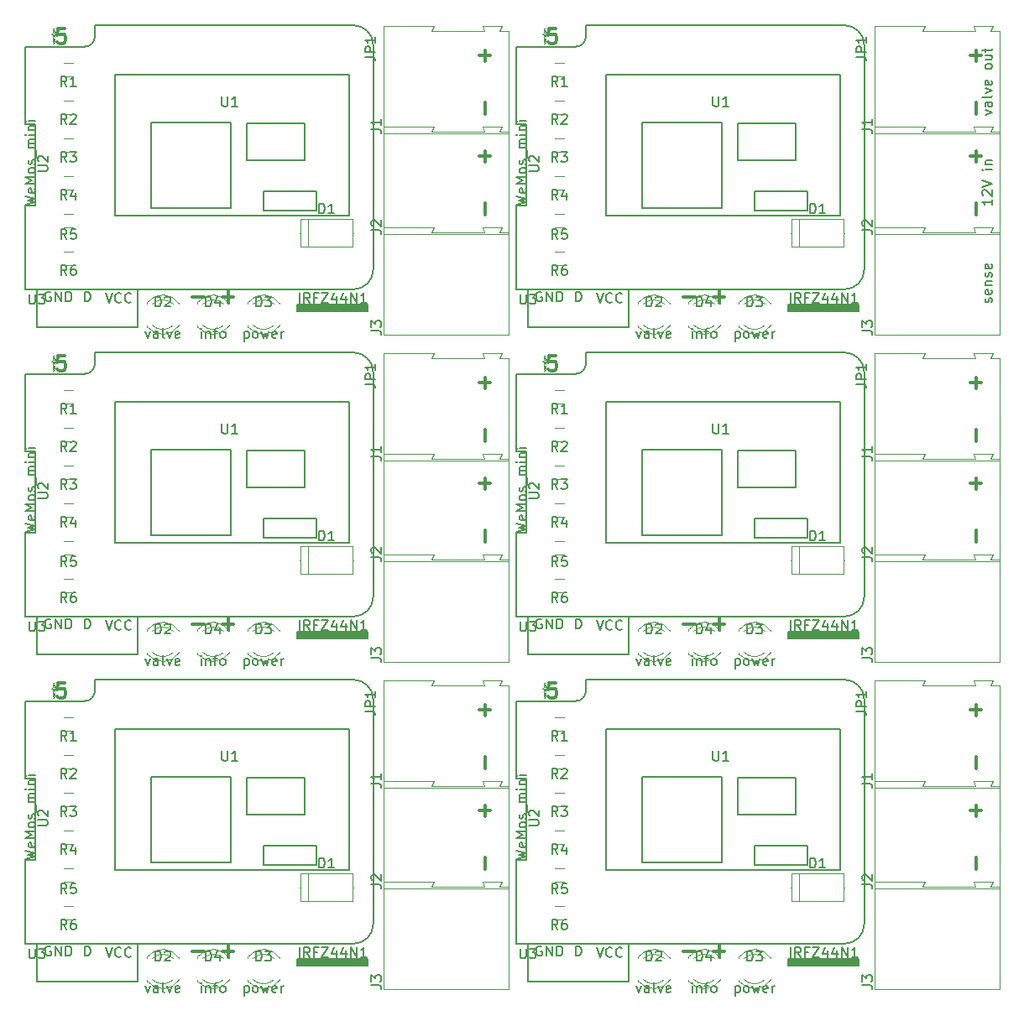
<source format=gbr>
G04 #@! TF.GenerationSoftware,KiCad,Pcbnew,5.0.1*
G04 #@! TF.CreationDate,2019-02-08T19:01:01+01:00*
G04 #@! TF.ProjectId,wasserschaden_smd,7761737365727363686164656E5F736D,rev?*
G04 #@! TF.SameCoordinates,Original*
G04 #@! TF.FileFunction,Legend,Top*
G04 #@! TF.FilePolarity,Positive*
%FSLAX46Y46*%
G04 Gerber Fmt 4.6, Leading zero omitted, Abs format (unit mm)*
G04 Created by KiCad (PCBNEW 5.0.1) date Fr 08 Feb 2019 19:01:01 CET*
%MOMM*%
%LPD*%
G01*
G04 APERTURE LIST*
%ADD10C,0.300000*%
%ADD11C,0.050000*%
%ADD12C,0.200000*%
%ADD13C,0.150000*%
%ADD14C,0.120000*%
G04 APERTURE END LIST*
D10*
X86193571Y-133457142D02*
X87336428Y-133457142D01*
X89193571Y-133457142D02*
X90336428Y-133457142D01*
X89765000Y-134028571D02*
X89765000Y-132885714D01*
D11*
X121601714Y-107881642D02*
X121801714Y-107810214D01*
X121601714Y-107738785D01*
X121787428Y-107510214D02*
X121801714Y-107538785D01*
X121801714Y-107595928D01*
X121787428Y-107624500D01*
X121758857Y-107638785D01*
X121644571Y-107638785D01*
X121616000Y-107624500D01*
X121601714Y-107595928D01*
X121601714Y-107538785D01*
X121616000Y-107510214D01*
X121644571Y-107495928D01*
X121673142Y-107495928D01*
X121701714Y-107638785D01*
X121801714Y-107367357D02*
X121601714Y-107367357D01*
X121658857Y-107367357D02*
X121630285Y-107353071D01*
X121616000Y-107338785D01*
X121601714Y-107310214D01*
X121601714Y-107281642D01*
X121787428Y-107195928D02*
X121801714Y-107167357D01*
X121801714Y-107110214D01*
X121787428Y-107081642D01*
X121758857Y-107067357D01*
X121744571Y-107067357D01*
X121716000Y-107081642D01*
X121701714Y-107110214D01*
X121701714Y-107153071D01*
X121687428Y-107181642D01*
X121658857Y-107195928D01*
X121644571Y-107195928D01*
X121616000Y-107181642D01*
X121601714Y-107153071D01*
X121601714Y-107110214D01*
X121616000Y-107081642D01*
X121801714Y-106938785D02*
X121601714Y-106938785D01*
X121501714Y-106938785D02*
X121516000Y-106953071D01*
X121530285Y-106938785D01*
X121516000Y-106924500D01*
X121501714Y-106938785D01*
X121530285Y-106938785D01*
X121801714Y-106753071D02*
X121787428Y-106781642D01*
X121773142Y-106795928D01*
X121744571Y-106810214D01*
X121658857Y-106810214D01*
X121630285Y-106795928D01*
X121616000Y-106781642D01*
X121601714Y-106753071D01*
X121601714Y-106710214D01*
X121616000Y-106681642D01*
X121630285Y-106667357D01*
X121658857Y-106653071D01*
X121744571Y-106653071D01*
X121773142Y-106667357D01*
X121787428Y-106681642D01*
X121801714Y-106710214D01*
X121801714Y-106753071D01*
X121601714Y-106524500D02*
X121801714Y-106524500D01*
X121630285Y-106524500D02*
X121616000Y-106510214D01*
X121601714Y-106481642D01*
X121601714Y-106438785D01*
X121616000Y-106410214D01*
X121644571Y-106395928D01*
X121801714Y-106395928D01*
D12*
X81423095Y-136945714D02*
X81661190Y-137612380D01*
X81899285Y-136945714D01*
X82708809Y-137612380D02*
X82708809Y-137088571D01*
X82661190Y-136993333D01*
X82565952Y-136945714D01*
X82375476Y-136945714D01*
X82280238Y-136993333D01*
X82708809Y-137564761D02*
X82613571Y-137612380D01*
X82375476Y-137612380D01*
X82280238Y-137564761D01*
X82232619Y-137469523D01*
X82232619Y-137374285D01*
X82280238Y-137279047D01*
X82375476Y-137231428D01*
X82613571Y-137231428D01*
X82708809Y-137183809D01*
X83327857Y-137612380D02*
X83232619Y-137564761D01*
X83185000Y-137469523D01*
X83185000Y-136612380D01*
X83613571Y-136945714D02*
X83851666Y-137612380D01*
X84089761Y-136945714D01*
X84851666Y-137564761D02*
X84756428Y-137612380D01*
X84565952Y-137612380D01*
X84470714Y-137564761D01*
X84423095Y-137469523D01*
X84423095Y-137088571D01*
X84470714Y-136993333D01*
X84565952Y-136945714D01*
X84756428Y-136945714D01*
X84851666Y-136993333D01*
X84899285Y-137088571D01*
X84899285Y-137183809D01*
X84423095Y-137279047D01*
X91416428Y-136945714D02*
X91416428Y-137945714D01*
X91416428Y-136993333D02*
X91511666Y-136945714D01*
X91702142Y-136945714D01*
X91797380Y-136993333D01*
X91845000Y-137040952D01*
X91892619Y-137136190D01*
X91892619Y-137421904D01*
X91845000Y-137517142D01*
X91797380Y-137564761D01*
X91702142Y-137612380D01*
X91511666Y-137612380D01*
X91416428Y-137564761D01*
X92464047Y-137612380D02*
X92368809Y-137564761D01*
X92321190Y-137517142D01*
X92273571Y-137421904D01*
X92273571Y-137136190D01*
X92321190Y-137040952D01*
X92368809Y-136993333D01*
X92464047Y-136945714D01*
X92606904Y-136945714D01*
X92702142Y-136993333D01*
X92749761Y-137040952D01*
X92797380Y-137136190D01*
X92797380Y-137421904D01*
X92749761Y-137517142D01*
X92702142Y-137564761D01*
X92606904Y-137612380D01*
X92464047Y-137612380D01*
X93130714Y-136945714D02*
X93321190Y-137612380D01*
X93511666Y-137136190D01*
X93702142Y-137612380D01*
X93892619Y-136945714D01*
X94654523Y-137564761D02*
X94559285Y-137612380D01*
X94368809Y-137612380D01*
X94273571Y-137564761D01*
X94225952Y-137469523D01*
X94225952Y-137088571D01*
X94273571Y-136993333D01*
X94368809Y-136945714D01*
X94559285Y-136945714D01*
X94654523Y-136993333D01*
X94702142Y-137088571D01*
X94702142Y-137183809D01*
X94225952Y-137279047D01*
X95130714Y-137612380D02*
X95130714Y-136945714D01*
X95130714Y-137136190D02*
X95178333Y-137040952D01*
X95225952Y-136993333D01*
X95321190Y-136945714D01*
X95416428Y-136945714D01*
D11*
X72071714Y-107881642D02*
X72271714Y-107810214D01*
X72071714Y-107738785D01*
X72257428Y-107510214D02*
X72271714Y-107538785D01*
X72271714Y-107595928D01*
X72257428Y-107624500D01*
X72228857Y-107638785D01*
X72114571Y-107638785D01*
X72086000Y-107624500D01*
X72071714Y-107595928D01*
X72071714Y-107538785D01*
X72086000Y-107510214D01*
X72114571Y-107495928D01*
X72143142Y-107495928D01*
X72171714Y-107638785D01*
X72271714Y-107367357D02*
X72071714Y-107367357D01*
X72128857Y-107367357D02*
X72100285Y-107353071D01*
X72086000Y-107338785D01*
X72071714Y-107310214D01*
X72071714Y-107281642D01*
X72257428Y-107195928D02*
X72271714Y-107167357D01*
X72271714Y-107110214D01*
X72257428Y-107081642D01*
X72228857Y-107067357D01*
X72214571Y-107067357D01*
X72186000Y-107081642D01*
X72171714Y-107110214D01*
X72171714Y-107153071D01*
X72157428Y-107181642D01*
X72128857Y-107195928D01*
X72114571Y-107195928D01*
X72086000Y-107181642D01*
X72071714Y-107153071D01*
X72071714Y-107110214D01*
X72086000Y-107081642D01*
X72271714Y-106938785D02*
X72071714Y-106938785D01*
X71971714Y-106938785D02*
X71986000Y-106953071D01*
X72000285Y-106938785D01*
X71986000Y-106924500D01*
X71971714Y-106938785D01*
X72000285Y-106938785D01*
X72271714Y-106753071D02*
X72257428Y-106781642D01*
X72243142Y-106795928D01*
X72214571Y-106810214D01*
X72128857Y-106810214D01*
X72100285Y-106795928D01*
X72086000Y-106781642D01*
X72071714Y-106753071D01*
X72071714Y-106710214D01*
X72086000Y-106681642D01*
X72100285Y-106667357D01*
X72128857Y-106653071D01*
X72214571Y-106653071D01*
X72243142Y-106667357D01*
X72257428Y-106681642D01*
X72271714Y-106710214D01*
X72271714Y-106753071D01*
X72071714Y-106524500D02*
X72271714Y-106524500D01*
X72100285Y-106524500D02*
X72086000Y-106510214D01*
X72071714Y-106481642D01*
X72071714Y-106438785D01*
X72086000Y-106410214D01*
X72114571Y-106395928D01*
X72271714Y-106395928D01*
D10*
X73318642Y-106366571D02*
X72604357Y-106366571D01*
X72532928Y-107080857D01*
X72604357Y-107009428D01*
X72747214Y-106938000D01*
X73104357Y-106938000D01*
X73247214Y-107009428D01*
X73318642Y-107080857D01*
X73390071Y-107223714D01*
X73390071Y-107580857D01*
X73318642Y-107723714D01*
X73247214Y-107795142D01*
X73104357Y-107866571D01*
X72747214Y-107866571D01*
X72604357Y-107795142D01*
X72532928Y-107723714D01*
X115677142Y-125134285D02*
X115677142Y-123991428D01*
X115677142Y-119848571D02*
X115677142Y-118705714D01*
X116248571Y-119277142D02*
X115105714Y-119277142D01*
D12*
X130953095Y-136945714D02*
X131191190Y-137612380D01*
X131429285Y-136945714D01*
X132238809Y-137612380D02*
X132238809Y-137088571D01*
X132191190Y-136993333D01*
X132095952Y-136945714D01*
X131905476Y-136945714D01*
X131810238Y-136993333D01*
X132238809Y-137564761D02*
X132143571Y-137612380D01*
X131905476Y-137612380D01*
X131810238Y-137564761D01*
X131762619Y-137469523D01*
X131762619Y-137374285D01*
X131810238Y-137279047D01*
X131905476Y-137231428D01*
X132143571Y-137231428D01*
X132238809Y-137183809D01*
X132857857Y-137612380D02*
X132762619Y-137564761D01*
X132715000Y-137469523D01*
X132715000Y-136612380D01*
X133143571Y-136945714D02*
X133381666Y-137612380D01*
X133619761Y-136945714D01*
X134381666Y-137564761D02*
X134286428Y-137612380D01*
X134095952Y-137612380D01*
X134000714Y-137564761D01*
X133953095Y-137469523D01*
X133953095Y-137088571D01*
X134000714Y-136993333D01*
X134095952Y-136945714D01*
X134286428Y-136945714D01*
X134381666Y-136993333D01*
X134429285Y-137088571D01*
X134429285Y-137183809D01*
X133953095Y-137279047D01*
X136604523Y-137612380D02*
X136604523Y-136945714D01*
X136604523Y-136612380D02*
X136556904Y-136660000D01*
X136604523Y-136707619D01*
X136652142Y-136660000D01*
X136604523Y-136612380D01*
X136604523Y-136707619D01*
X137080714Y-136945714D02*
X137080714Y-137612380D01*
X137080714Y-137040952D02*
X137128333Y-136993333D01*
X137223571Y-136945714D01*
X137366428Y-136945714D01*
X137461666Y-136993333D01*
X137509285Y-137088571D01*
X137509285Y-137612380D01*
X137842619Y-136945714D02*
X138223571Y-136945714D01*
X137985476Y-137612380D02*
X137985476Y-136755238D01*
X138033095Y-136660000D01*
X138128333Y-136612380D01*
X138223571Y-136612380D01*
X138699761Y-137612380D02*
X138604523Y-137564761D01*
X138556904Y-137517142D01*
X138509285Y-137421904D01*
X138509285Y-137136190D01*
X138556904Y-137040952D01*
X138604523Y-136993333D01*
X138699761Y-136945714D01*
X138842619Y-136945714D01*
X138937857Y-136993333D01*
X138985476Y-137040952D01*
X139033095Y-137136190D01*
X139033095Y-137421904D01*
X138985476Y-137517142D01*
X138937857Y-137564761D01*
X138842619Y-137612380D01*
X138699761Y-137612380D01*
X140946428Y-136945714D02*
X140946428Y-137945714D01*
X140946428Y-136993333D02*
X141041666Y-136945714D01*
X141232142Y-136945714D01*
X141327380Y-136993333D01*
X141375000Y-137040952D01*
X141422619Y-137136190D01*
X141422619Y-137421904D01*
X141375000Y-137517142D01*
X141327380Y-137564761D01*
X141232142Y-137612380D01*
X141041666Y-137612380D01*
X140946428Y-137564761D01*
X141994047Y-137612380D02*
X141898809Y-137564761D01*
X141851190Y-137517142D01*
X141803571Y-137421904D01*
X141803571Y-137136190D01*
X141851190Y-137040952D01*
X141898809Y-136993333D01*
X141994047Y-136945714D01*
X142136904Y-136945714D01*
X142232142Y-136993333D01*
X142279761Y-137040952D01*
X142327380Y-137136190D01*
X142327380Y-137421904D01*
X142279761Y-137517142D01*
X142232142Y-137564761D01*
X142136904Y-137612380D01*
X141994047Y-137612380D01*
X142660714Y-136945714D02*
X142851190Y-137612380D01*
X143041666Y-137136190D01*
X143232142Y-137612380D01*
X143422619Y-136945714D01*
X144184523Y-137564761D02*
X144089285Y-137612380D01*
X143898809Y-137612380D01*
X143803571Y-137564761D01*
X143755952Y-137469523D01*
X143755952Y-137088571D01*
X143803571Y-136993333D01*
X143898809Y-136945714D01*
X144089285Y-136945714D01*
X144184523Y-136993333D01*
X144232142Y-137088571D01*
X144232142Y-137183809D01*
X143755952Y-137279047D01*
X144660714Y-137612380D02*
X144660714Y-136945714D01*
X144660714Y-137136190D02*
X144708333Y-137040952D01*
X144755952Y-136993333D01*
X144851190Y-136945714D01*
X144946428Y-136945714D01*
X87074523Y-137612380D02*
X87074523Y-136945714D01*
X87074523Y-136612380D02*
X87026904Y-136660000D01*
X87074523Y-136707619D01*
X87122142Y-136660000D01*
X87074523Y-136612380D01*
X87074523Y-136707619D01*
X87550714Y-136945714D02*
X87550714Y-137612380D01*
X87550714Y-137040952D02*
X87598333Y-136993333D01*
X87693571Y-136945714D01*
X87836428Y-136945714D01*
X87931666Y-136993333D01*
X87979285Y-137088571D01*
X87979285Y-137612380D01*
X88312619Y-136945714D02*
X88693571Y-136945714D01*
X88455476Y-137612380D02*
X88455476Y-136755238D01*
X88503095Y-136660000D01*
X88598333Y-136612380D01*
X88693571Y-136612380D01*
X89169761Y-137612380D02*
X89074523Y-137564761D01*
X89026904Y-137517142D01*
X88979285Y-137421904D01*
X88979285Y-137136190D01*
X89026904Y-137040952D01*
X89074523Y-136993333D01*
X89169761Y-136945714D01*
X89312619Y-136945714D01*
X89407857Y-136993333D01*
X89455476Y-137040952D01*
X89503095Y-137136190D01*
X89503095Y-137421904D01*
X89455476Y-137517142D01*
X89407857Y-137564761D01*
X89312619Y-137612380D01*
X89169761Y-137612380D01*
D10*
X165207142Y-114974285D02*
X165207142Y-113831428D01*
X165207142Y-109688571D02*
X165207142Y-108545714D01*
X165778571Y-109117142D02*
X164635714Y-109117142D01*
X115677142Y-114974285D02*
X115677142Y-113831428D01*
X115677142Y-109688571D02*
X115677142Y-108545714D01*
X116248571Y-109117142D02*
X115105714Y-109117142D01*
X135723571Y-133457142D02*
X136866428Y-133457142D01*
X138723571Y-133457142D02*
X139866428Y-133457142D01*
X139295000Y-134028571D02*
X139295000Y-132885714D01*
X122848642Y-106366571D02*
X122134357Y-106366571D01*
X122062928Y-107080857D01*
X122134357Y-107009428D01*
X122277214Y-106938000D01*
X122634357Y-106938000D01*
X122777214Y-107009428D01*
X122848642Y-107080857D01*
X122920071Y-107223714D01*
X122920071Y-107580857D01*
X122848642Y-107723714D01*
X122777214Y-107795142D01*
X122634357Y-107866571D01*
X122277214Y-107866571D01*
X122134357Y-107795142D01*
X122062928Y-107723714D01*
X165207142Y-125134285D02*
X165207142Y-123991428D01*
X165207142Y-119848571D02*
X165207142Y-118705714D01*
X165778571Y-119277142D02*
X164635714Y-119277142D01*
X115677142Y-81954285D02*
X115677142Y-80811428D01*
X115677142Y-76668571D02*
X115677142Y-75525714D01*
X116248571Y-76097142D02*
X115105714Y-76097142D01*
D12*
X136604523Y-104592380D02*
X136604523Y-103925714D01*
X136604523Y-103592380D02*
X136556904Y-103640000D01*
X136604523Y-103687619D01*
X136652142Y-103640000D01*
X136604523Y-103592380D01*
X136604523Y-103687619D01*
X137080714Y-103925714D02*
X137080714Y-104592380D01*
X137080714Y-104020952D02*
X137128333Y-103973333D01*
X137223571Y-103925714D01*
X137366428Y-103925714D01*
X137461666Y-103973333D01*
X137509285Y-104068571D01*
X137509285Y-104592380D01*
X137842619Y-103925714D02*
X138223571Y-103925714D01*
X137985476Y-104592380D02*
X137985476Y-103735238D01*
X138033095Y-103640000D01*
X138128333Y-103592380D01*
X138223571Y-103592380D01*
X138699761Y-104592380D02*
X138604523Y-104544761D01*
X138556904Y-104497142D01*
X138509285Y-104401904D01*
X138509285Y-104116190D01*
X138556904Y-104020952D01*
X138604523Y-103973333D01*
X138699761Y-103925714D01*
X138842619Y-103925714D01*
X138937857Y-103973333D01*
X138985476Y-104020952D01*
X139033095Y-104116190D01*
X139033095Y-104401904D01*
X138985476Y-104497142D01*
X138937857Y-104544761D01*
X138842619Y-104592380D01*
X138699761Y-104592380D01*
D10*
X135723571Y-100437142D02*
X136866428Y-100437142D01*
X138723571Y-100437142D02*
X139866428Y-100437142D01*
X139295000Y-101008571D02*
X139295000Y-99865714D01*
D12*
X81423095Y-103925714D02*
X81661190Y-104592380D01*
X81899285Y-103925714D01*
X82708809Y-104592380D02*
X82708809Y-104068571D01*
X82661190Y-103973333D01*
X82565952Y-103925714D01*
X82375476Y-103925714D01*
X82280238Y-103973333D01*
X82708809Y-104544761D02*
X82613571Y-104592380D01*
X82375476Y-104592380D01*
X82280238Y-104544761D01*
X82232619Y-104449523D01*
X82232619Y-104354285D01*
X82280238Y-104259047D01*
X82375476Y-104211428D01*
X82613571Y-104211428D01*
X82708809Y-104163809D01*
X83327857Y-104592380D02*
X83232619Y-104544761D01*
X83185000Y-104449523D01*
X83185000Y-103592380D01*
X83613571Y-103925714D02*
X83851666Y-104592380D01*
X84089761Y-103925714D01*
X84851666Y-104544761D02*
X84756428Y-104592380D01*
X84565952Y-104592380D01*
X84470714Y-104544761D01*
X84423095Y-104449523D01*
X84423095Y-104068571D01*
X84470714Y-103973333D01*
X84565952Y-103925714D01*
X84756428Y-103925714D01*
X84851666Y-103973333D01*
X84899285Y-104068571D01*
X84899285Y-104163809D01*
X84423095Y-104259047D01*
D10*
X86193571Y-100437142D02*
X87336428Y-100437142D01*
X89193571Y-100437142D02*
X90336428Y-100437142D01*
X89765000Y-101008571D02*
X89765000Y-99865714D01*
X115677142Y-92114285D02*
X115677142Y-90971428D01*
X115677142Y-86828571D02*
X115677142Y-85685714D01*
X116248571Y-86257142D02*
X115105714Y-86257142D01*
D11*
X121601714Y-74861642D02*
X121801714Y-74790214D01*
X121601714Y-74718785D01*
X121787428Y-74490214D02*
X121801714Y-74518785D01*
X121801714Y-74575928D01*
X121787428Y-74604500D01*
X121758857Y-74618785D01*
X121644571Y-74618785D01*
X121616000Y-74604500D01*
X121601714Y-74575928D01*
X121601714Y-74518785D01*
X121616000Y-74490214D01*
X121644571Y-74475928D01*
X121673142Y-74475928D01*
X121701714Y-74618785D01*
X121801714Y-74347357D02*
X121601714Y-74347357D01*
X121658857Y-74347357D02*
X121630285Y-74333071D01*
X121616000Y-74318785D01*
X121601714Y-74290214D01*
X121601714Y-74261642D01*
X121787428Y-74175928D02*
X121801714Y-74147357D01*
X121801714Y-74090214D01*
X121787428Y-74061642D01*
X121758857Y-74047357D01*
X121744571Y-74047357D01*
X121716000Y-74061642D01*
X121701714Y-74090214D01*
X121701714Y-74133071D01*
X121687428Y-74161642D01*
X121658857Y-74175928D01*
X121644571Y-74175928D01*
X121616000Y-74161642D01*
X121601714Y-74133071D01*
X121601714Y-74090214D01*
X121616000Y-74061642D01*
X121801714Y-73918785D02*
X121601714Y-73918785D01*
X121501714Y-73918785D02*
X121516000Y-73933071D01*
X121530285Y-73918785D01*
X121516000Y-73904500D01*
X121501714Y-73918785D01*
X121530285Y-73918785D01*
X121801714Y-73733071D02*
X121787428Y-73761642D01*
X121773142Y-73775928D01*
X121744571Y-73790214D01*
X121658857Y-73790214D01*
X121630285Y-73775928D01*
X121616000Y-73761642D01*
X121601714Y-73733071D01*
X121601714Y-73690214D01*
X121616000Y-73661642D01*
X121630285Y-73647357D01*
X121658857Y-73633071D01*
X121744571Y-73633071D01*
X121773142Y-73647357D01*
X121787428Y-73661642D01*
X121801714Y-73690214D01*
X121801714Y-73733071D01*
X121601714Y-73504500D02*
X121801714Y-73504500D01*
X121630285Y-73504500D02*
X121616000Y-73490214D01*
X121601714Y-73461642D01*
X121601714Y-73418785D01*
X121616000Y-73390214D01*
X121644571Y-73375928D01*
X121801714Y-73375928D01*
D10*
X73318642Y-73346571D02*
X72604357Y-73346571D01*
X72532928Y-74060857D01*
X72604357Y-73989428D01*
X72747214Y-73918000D01*
X73104357Y-73918000D01*
X73247214Y-73989428D01*
X73318642Y-74060857D01*
X73390071Y-74203714D01*
X73390071Y-74560857D01*
X73318642Y-74703714D01*
X73247214Y-74775142D01*
X73104357Y-74846571D01*
X72747214Y-74846571D01*
X72604357Y-74775142D01*
X72532928Y-74703714D01*
X122848642Y-73346571D02*
X122134357Y-73346571D01*
X122062928Y-74060857D01*
X122134357Y-73989428D01*
X122277214Y-73918000D01*
X122634357Y-73918000D01*
X122777214Y-73989428D01*
X122848642Y-74060857D01*
X122920071Y-74203714D01*
X122920071Y-74560857D01*
X122848642Y-74703714D01*
X122777214Y-74775142D01*
X122634357Y-74846571D01*
X122277214Y-74846571D01*
X122134357Y-74775142D01*
X122062928Y-74703714D01*
D12*
X130953095Y-103925714D02*
X131191190Y-104592380D01*
X131429285Y-103925714D01*
X132238809Y-104592380D02*
X132238809Y-104068571D01*
X132191190Y-103973333D01*
X132095952Y-103925714D01*
X131905476Y-103925714D01*
X131810238Y-103973333D01*
X132238809Y-104544761D02*
X132143571Y-104592380D01*
X131905476Y-104592380D01*
X131810238Y-104544761D01*
X131762619Y-104449523D01*
X131762619Y-104354285D01*
X131810238Y-104259047D01*
X131905476Y-104211428D01*
X132143571Y-104211428D01*
X132238809Y-104163809D01*
X132857857Y-104592380D02*
X132762619Y-104544761D01*
X132715000Y-104449523D01*
X132715000Y-103592380D01*
X133143571Y-103925714D02*
X133381666Y-104592380D01*
X133619761Y-103925714D01*
X134381666Y-104544761D02*
X134286428Y-104592380D01*
X134095952Y-104592380D01*
X134000714Y-104544761D01*
X133953095Y-104449523D01*
X133953095Y-104068571D01*
X134000714Y-103973333D01*
X134095952Y-103925714D01*
X134286428Y-103925714D01*
X134381666Y-103973333D01*
X134429285Y-104068571D01*
X134429285Y-104163809D01*
X133953095Y-104259047D01*
X140946428Y-103925714D02*
X140946428Y-104925714D01*
X140946428Y-103973333D02*
X141041666Y-103925714D01*
X141232142Y-103925714D01*
X141327380Y-103973333D01*
X141375000Y-104020952D01*
X141422619Y-104116190D01*
X141422619Y-104401904D01*
X141375000Y-104497142D01*
X141327380Y-104544761D01*
X141232142Y-104592380D01*
X141041666Y-104592380D01*
X140946428Y-104544761D01*
X141994047Y-104592380D02*
X141898809Y-104544761D01*
X141851190Y-104497142D01*
X141803571Y-104401904D01*
X141803571Y-104116190D01*
X141851190Y-104020952D01*
X141898809Y-103973333D01*
X141994047Y-103925714D01*
X142136904Y-103925714D01*
X142232142Y-103973333D01*
X142279761Y-104020952D01*
X142327380Y-104116190D01*
X142327380Y-104401904D01*
X142279761Y-104497142D01*
X142232142Y-104544761D01*
X142136904Y-104592380D01*
X141994047Y-104592380D01*
X142660714Y-103925714D02*
X142851190Y-104592380D01*
X143041666Y-104116190D01*
X143232142Y-104592380D01*
X143422619Y-103925714D01*
X144184523Y-104544761D02*
X144089285Y-104592380D01*
X143898809Y-104592380D01*
X143803571Y-104544761D01*
X143755952Y-104449523D01*
X143755952Y-104068571D01*
X143803571Y-103973333D01*
X143898809Y-103925714D01*
X144089285Y-103925714D01*
X144184523Y-103973333D01*
X144232142Y-104068571D01*
X144232142Y-104163809D01*
X143755952Y-104259047D01*
X144660714Y-104592380D02*
X144660714Y-103925714D01*
X144660714Y-104116190D02*
X144708333Y-104020952D01*
X144755952Y-103973333D01*
X144851190Y-103925714D01*
X144946428Y-103925714D01*
D10*
X165207142Y-92114285D02*
X165207142Y-90971428D01*
X165207142Y-86828571D02*
X165207142Y-85685714D01*
X165778571Y-86257142D02*
X164635714Y-86257142D01*
D12*
X91416428Y-103925714D02*
X91416428Y-104925714D01*
X91416428Y-103973333D02*
X91511666Y-103925714D01*
X91702142Y-103925714D01*
X91797380Y-103973333D01*
X91845000Y-104020952D01*
X91892619Y-104116190D01*
X91892619Y-104401904D01*
X91845000Y-104497142D01*
X91797380Y-104544761D01*
X91702142Y-104592380D01*
X91511666Y-104592380D01*
X91416428Y-104544761D01*
X92464047Y-104592380D02*
X92368809Y-104544761D01*
X92321190Y-104497142D01*
X92273571Y-104401904D01*
X92273571Y-104116190D01*
X92321190Y-104020952D01*
X92368809Y-103973333D01*
X92464047Y-103925714D01*
X92606904Y-103925714D01*
X92702142Y-103973333D01*
X92749761Y-104020952D01*
X92797380Y-104116190D01*
X92797380Y-104401904D01*
X92749761Y-104497142D01*
X92702142Y-104544761D01*
X92606904Y-104592380D01*
X92464047Y-104592380D01*
X93130714Y-103925714D02*
X93321190Y-104592380D01*
X93511666Y-104116190D01*
X93702142Y-104592380D01*
X93892619Y-103925714D01*
X94654523Y-104544761D02*
X94559285Y-104592380D01*
X94368809Y-104592380D01*
X94273571Y-104544761D01*
X94225952Y-104449523D01*
X94225952Y-104068571D01*
X94273571Y-103973333D01*
X94368809Y-103925714D01*
X94559285Y-103925714D01*
X94654523Y-103973333D01*
X94702142Y-104068571D01*
X94702142Y-104163809D01*
X94225952Y-104259047D01*
X95130714Y-104592380D02*
X95130714Y-103925714D01*
X95130714Y-104116190D02*
X95178333Y-104020952D01*
X95225952Y-103973333D01*
X95321190Y-103925714D01*
X95416428Y-103925714D01*
X87074523Y-104592380D02*
X87074523Y-103925714D01*
X87074523Y-103592380D02*
X87026904Y-103640000D01*
X87074523Y-103687619D01*
X87122142Y-103640000D01*
X87074523Y-103592380D01*
X87074523Y-103687619D01*
X87550714Y-103925714D02*
X87550714Y-104592380D01*
X87550714Y-104020952D02*
X87598333Y-103973333D01*
X87693571Y-103925714D01*
X87836428Y-103925714D01*
X87931666Y-103973333D01*
X87979285Y-104068571D01*
X87979285Y-104592380D01*
X88312619Y-103925714D02*
X88693571Y-103925714D01*
X88455476Y-104592380D02*
X88455476Y-103735238D01*
X88503095Y-103640000D01*
X88598333Y-103592380D01*
X88693571Y-103592380D01*
X89169761Y-104592380D02*
X89074523Y-104544761D01*
X89026904Y-104497142D01*
X88979285Y-104401904D01*
X88979285Y-104116190D01*
X89026904Y-104020952D01*
X89074523Y-103973333D01*
X89169761Y-103925714D01*
X89312619Y-103925714D01*
X89407857Y-103973333D01*
X89455476Y-104020952D01*
X89503095Y-104116190D01*
X89503095Y-104401904D01*
X89455476Y-104497142D01*
X89407857Y-104544761D01*
X89312619Y-104592380D01*
X89169761Y-104592380D01*
D10*
X165207142Y-81954285D02*
X165207142Y-80811428D01*
X165207142Y-76668571D02*
X165207142Y-75525714D01*
X165778571Y-76097142D02*
X164635714Y-76097142D01*
D11*
X72071714Y-74861642D02*
X72271714Y-74790214D01*
X72071714Y-74718785D01*
X72257428Y-74490214D02*
X72271714Y-74518785D01*
X72271714Y-74575928D01*
X72257428Y-74604500D01*
X72228857Y-74618785D01*
X72114571Y-74618785D01*
X72086000Y-74604500D01*
X72071714Y-74575928D01*
X72071714Y-74518785D01*
X72086000Y-74490214D01*
X72114571Y-74475928D01*
X72143142Y-74475928D01*
X72171714Y-74618785D01*
X72271714Y-74347357D02*
X72071714Y-74347357D01*
X72128857Y-74347357D02*
X72100285Y-74333071D01*
X72086000Y-74318785D01*
X72071714Y-74290214D01*
X72071714Y-74261642D01*
X72257428Y-74175928D02*
X72271714Y-74147357D01*
X72271714Y-74090214D01*
X72257428Y-74061642D01*
X72228857Y-74047357D01*
X72214571Y-74047357D01*
X72186000Y-74061642D01*
X72171714Y-74090214D01*
X72171714Y-74133071D01*
X72157428Y-74161642D01*
X72128857Y-74175928D01*
X72114571Y-74175928D01*
X72086000Y-74161642D01*
X72071714Y-74133071D01*
X72071714Y-74090214D01*
X72086000Y-74061642D01*
X72271714Y-73918785D02*
X72071714Y-73918785D01*
X71971714Y-73918785D02*
X71986000Y-73933071D01*
X72000285Y-73918785D01*
X71986000Y-73904500D01*
X71971714Y-73918785D01*
X72000285Y-73918785D01*
X72271714Y-73733071D02*
X72257428Y-73761642D01*
X72243142Y-73775928D01*
X72214571Y-73790214D01*
X72128857Y-73790214D01*
X72100285Y-73775928D01*
X72086000Y-73761642D01*
X72071714Y-73733071D01*
X72071714Y-73690214D01*
X72086000Y-73661642D01*
X72100285Y-73647357D01*
X72128857Y-73633071D01*
X72214571Y-73633071D01*
X72243142Y-73647357D01*
X72257428Y-73661642D01*
X72271714Y-73690214D01*
X72271714Y-73733071D01*
X72071714Y-73504500D02*
X72271714Y-73504500D01*
X72100285Y-73504500D02*
X72086000Y-73490214D01*
X72071714Y-73461642D01*
X72071714Y-73418785D01*
X72086000Y-73390214D01*
X72114571Y-73375928D01*
X72271714Y-73375928D01*
D12*
X87074523Y-71572380D02*
X87074523Y-70905714D01*
X87074523Y-70572380D02*
X87026904Y-70620000D01*
X87074523Y-70667619D01*
X87122142Y-70620000D01*
X87074523Y-70572380D01*
X87074523Y-70667619D01*
X87550714Y-70905714D02*
X87550714Y-71572380D01*
X87550714Y-71000952D02*
X87598333Y-70953333D01*
X87693571Y-70905714D01*
X87836428Y-70905714D01*
X87931666Y-70953333D01*
X87979285Y-71048571D01*
X87979285Y-71572380D01*
X88312619Y-70905714D02*
X88693571Y-70905714D01*
X88455476Y-71572380D02*
X88455476Y-70715238D01*
X88503095Y-70620000D01*
X88598333Y-70572380D01*
X88693571Y-70572380D01*
X89169761Y-71572380D02*
X89074523Y-71524761D01*
X89026904Y-71477142D01*
X88979285Y-71381904D01*
X88979285Y-71096190D01*
X89026904Y-71000952D01*
X89074523Y-70953333D01*
X89169761Y-70905714D01*
X89312619Y-70905714D01*
X89407857Y-70953333D01*
X89455476Y-71000952D01*
X89503095Y-71096190D01*
X89503095Y-71381904D01*
X89455476Y-71477142D01*
X89407857Y-71524761D01*
X89312619Y-71572380D01*
X89169761Y-71572380D01*
D10*
X86193571Y-67417142D02*
X87336428Y-67417142D01*
X89193571Y-67417142D02*
X90336428Y-67417142D01*
X89765000Y-67988571D02*
X89765000Y-66845714D01*
D11*
X72071714Y-41841642D02*
X72271714Y-41770214D01*
X72071714Y-41698785D01*
X72257428Y-41470214D02*
X72271714Y-41498785D01*
X72271714Y-41555928D01*
X72257428Y-41584500D01*
X72228857Y-41598785D01*
X72114571Y-41598785D01*
X72086000Y-41584500D01*
X72071714Y-41555928D01*
X72071714Y-41498785D01*
X72086000Y-41470214D01*
X72114571Y-41455928D01*
X72143142Y-41455928D01*
X72171714Y-41598785D01*
X72271714Y-41327357D02*
X72071714Y-41327357D01*
X72128857Y-41327357D02*
X72100285Y-41313071D01*
X72086000Y-41298785D01*
X72071714Y-41270214D01*
X72071714Y-41241642D01*
X72257428Y-41155928D02*
X72271714Y-41127357D01*
X72271714Y-41070214D01*
X72257428Y-41041642D01*
X72228857Y-41027357D01*
X72214571Y-41027357D01*
X72186000Y-41041642D01*
X72171714Y-41070214D01*
X72171714Y-41113071D01*
X72157428Y-41141642D01*
X72128857Y-41155928D01*
X72114571Y-41155928D01*
X72086000Y-41141642D01*
X72071714Y-41113071D01*
X72071714Y-41070214D01*
X72086000Y-41041642D01*
X72271714Y-40898785D02*
X72071714Y-40898785D01*
X71971714Y-40898785D02*
X71986000Y-40913071D01*
X72000285Y-40898785D01*
X71986000Y-40884500D01*
X71971714Y-40898785D01*
X72000285Y-40898785D01*
X72271714Y-40713071D02*
X72257428Y-40741642D01*
X72243142Y-40755928D01*
X72214571Y-40770214D01*
X72128857Y-40770214D01*
X72100285Y-40755928D01*
X72086000Y-40741642D01*
X72071714Y-40713071D01*
X72071714Y-40670214D01*
X72086000Y-40641642D01*
X72100285Y-40627357D01*
X72128857Y-40613071D01*
X72214571Y-40613071D01*
X72243142Y-40627357D01*
X72257428Y-40641642D01*
X72271714Y-40670214D01*
X72271714Y-40713071D01*
X72071714Y-40484500D02*
X72271714Y-40484500D01*
X72100285Y-40484500D02*
X72086000Y-40470214D01*
X72071714Y-40441642D01*
X72071714Y-40398785D01*
X72086000Y-40370214D01*
X72114571Y-40355928D01*
X72271714Y-40355928D01*
D10*
X73318642Y-40326571D02*
X72604357Y-40326571D01*
X72532928Y-41040857D01*
X72604357Y-40969428D01*
X72747214Y-40898000D01*
X73104357Y-40898000D01*
X73247214Y-40969428D01*
X73318642Y-41040857D01*
X73390071Y-41183714D01*
X73390071Y-41540857D01*
X73318642Y-41683714D01*
X73247214Y-41755142D01*
X73104357Y-41826571D01*
X72747214Y-41826571D01*
X72604357Y-41755142D01*
X72532928Y-41683714D01*
D12*
X81423095Y-70905714D02*
X81661190Y-71572380D01*
X81899285Y-70905714D01*
X82708809Y-71572380D02*
X82708809Y-71048571D01*
X82661190Y-70953333D01*
X82565952Y-70905714D01*
X82375476Y-70905714D01*
X82280238Y-70953333D01*
X82708809Y-71524761D02*
X82613571Y-71572380D01*
X82375476Y-71572380D01*
X82280238Y-71524761D01*
X82232619Y-71429523D01*
X82232619Y-71334285D01*
X82280238Y-71239047D01*
X82375476Y-71191428D01*
X82613571Y-71191428D01*
X82708809Y-71143809D01*
X83327857Y-71572380D02*
X83232619Y-71524761D01*
X83185000Y-71429523D01*
X83185000Y-70572380D01*
X83613571Y-70905714D02*
X83851666Y-71572380D01*
X84089761Y-70905714D01*
X84851666Y-71524761D02*
X84756428Y-71572380D01*
X84565952Y-71572380D01*
X84470714Y-71524761D01*
X84423095Y-71429523D01*
X84423095Y-71048571D01*
X84470714Y-70953333D01*
X84565952Y-70905714D01*
X84756428Y-70905714D01*
X84851666Y-70953333D01*
X84899285Y-71048571D01*
X84899285Y-71143809D01*
X84423095Y-71239047D01*
X91416428Y-70905714D02*
X91416428Y-71905714D01*
X91416428Y-70953333D02*
X91511666Y-70905714D01*
X91702142Y-70905714D01*
X91797380Y-70953333D01*
X91845000Y-71000952D01*
X91892619Y-71096190D01*
X91892619Y-71381904D01*
X91845000Y-71477142D01*
X91797380Y-71524761D01*
X91702142Y-71572380D01*
X91511666Y-71572380D01*
X91416428Y-71524761D01*
X92464047Y-71572380D02*
X92368809Y-71524761D01*
X92321190Y-71477142D01*
X92273571Y-71381904D01*
X92273571Y-71096190D01*
X92321190Y-71000952D01*
X92368809Y-70953333D01*
X92464047Y-70905714D01*
X92606904Y-70905714D01*
X92702142Y-70953333D01*
X92749761Y-71000952D01*
X92797380Y-71096190D01*
X92797380Y-71381904D01*
X92749761Y-71477142D01*
X92702142Y-71524761D01*
X92606904Y-71572380D01*
X92464047Y-71572380D01*
X93130714Y-70905714D02*
X93321190Y-71572380D01*
X93511666Y-71096190D01*
X93702142Y-71572380D01*
X93892619Y-70905714D01*
X94654523Y-71524761D02*
X94559285Y-71572380D01*
X94368809Y-71572380D01*
X94273571Y-71524761D01*
X94225952Y-71429523D01*
X94225952Y-71048571D01*
X94273571Y-70953333D01*
X94368809Y-70905714D01*
X94559285Y-70905714D01*
X94654523Y-70953333D01*
X94702142Y-71048571D01*
X94702142Y-71143809D01*
X94225952Y-71239047D01*
X95130714Y-71572380D02*
X95130714Y-70905714D01*
X95130714Y-71096190D02*
X95178333Y-71000952D01*
X95225952Y-70953333D01*
X95321190Y-70905714D01*
X95416428Y-70905714D01*
D10*
X115677142Y-59094285D02*
X115677142Y-57951428D01*
X115677142Y-53808571D02*
X115677142Y-52665714D01*
X116248571Y-53237142D02*
X115105714Y-53237142D01*
X115677142Y-48934285D02*
X115677142Y-47791428D01*
X115677142Y-43648571D02*
X115677142Y-42505714D01*
X116248571Y-43077142D02*
X115105714Y-43077142D01*
D11*
X121601714Y-41841642D02*
X121801714Y-41770214D01*
X121601714Y-41698785D01*
X121787428Y-41470214D02*
X121801714Y-41498785D01*
X121801714Y-41555928D01*
X121787428Y-41584500D01*
X121758857Y-41598785D01*
X121644571Y-41598785D01*
X121616000Y-41584500D01*
X121601714Y-41555928D01*
X121601714Y-41498785D01*
X121616000Y-41470214D01*
X121644571Y-41455928D01*
X121673142Y-41455928D01*
X121701714Y-41598785D01*
X121801714Y-41327357D02*
X121601714Y-41327357D01*
X121658857Y-41327357D02*
X121630285Y-41313071D01*
X121616000Y-41298785D01*
X121601714Y-41270214D01*
X121601714Y-41241642D01*
X121787428Y-41155928D02*
X121801714Y-41127357D01*
X121801714Y-41070214D01*
X121787428Y-41041642D01*
X121758857Y-41027357D01*
X121744571Y-41027357D01*
X121716000Y-41041642D01*
X121701714Y-41070214D01*
X121701714Y-41113071D01*
X121687428Y-41141642D01*
X121658857Y-41155928D01*
X121644571Y-41155928D01*
X121616000Y-41141642D01*
X121601714Y-41113071D01*
X121601714Y-41070214D01*
X121616000Y-41041642D01*
X121801714Y-40898785D02*
X121601714Y-40898785D01*
X121501714Y-40898785D02*
X121516000Y-40913071D01*
X121530285Y-40898785D01*
X121516000Y-40884500D01*
X121501714Y-40898785D01*
X121530285Y-40898785D01*
X121801714Y-40713071D02*
X121787428Y-40741642D01*
X121773142Y-40755928D01*
X121744571Y-40770214D01*
X121658857Y-40770214D01*
X121630285Y-40755928D01*
X121616000Y-40741642D01*
X121601714Y-40713071D01*
X121601714Y-40670214D01*
X121616000Y-40641642D01*
X121630285Y-40627357D01*
X121658857Y-40613071D01*
X121744571Y-40613071D01*
X121773142Y-40627357D01*
X121787428Y-40641642D01*
X121801714Y-40670214D01*
X121801714Y-40713071D01*
X121601714Y-40484500D02*
X121801714Y-40484500D01*
X121630285Y-40484500D02*
X121616000Y-40470214D01*
X121601714Y-40441642D01*
X121601714Y-40398785D01*
X121616000Y-40370214D01*
X121644571Y-40355928D01*
X121801714Y-40355928D01*
D10*
X135723571Y-67417142D02*
X136866428Y-67417142D01*
X138723571Y-67417142D02*
X139866428Y-67417142D01*
X139295000Y-67988571D02*
X139295000Y-66845714D01*
D12*
X140946428Y-70905714D02*
X140946428Y-71905714D01*
X140946428Y-70953333D02*
X141041666Y-70905714D01*
X141232142Y-70905714D01*
X141327380Y-70953333D01*
X141375000Y-71000952D01*
X141422619Y-71096190D01*
X141422619Y-71381904D01*
X141375000Y-71477142D01*
X141327380Y-71524761D01*
X141232142Y-71572380D01*
X141041666Y-71572380D01*
X140946428Y-71524761D01*
X141994047Y-71572380D02*
X141898809Y-71524761D01*
X141851190Y-71477142D01*
X141803571Y-71381904D01*
X141803571Y-71096190D01*
X141851190Y-71000952D01*
X141898809Y-70953333D01*
X141994047Y-70905714D01*
X142136904Y-70905714D01*
X142232142Y-70953333D01*
X142279761Y-71000952D01*
X142327380Y-71096190D01*
X142327380Y-71381904D01*
X142279761Y-71477142D01*
X142232142Y-71524761D01*
X142136904Y-71572380D01*
X141994047Y-71572380D01*
X142660714Y-70905714D02*
X142851190Y-71572380D01*
X143041666Y-71096190D01*
X143232142Y-71572380D01*
X143422619Y-70905714D01*
X144184523Y-71524761D02*
X144089285Y-71572380D01*
X143898809Y-71572380D01*
X143803571Y-71524761D01*
X143755952Y-71429523D01*
X143755952Y-71048571D01*
X143803571Y-70953333D01*
X143898809Y-70905714D01*
X144089285Y-70905714D01*
X144184523Y-70953333D01*
X144232142Y-71048571D01*
X144232142Y-71143809D01*
X143755952Y-71239047D01*
X144660714Y-71572380D02*
X144660714Y-70905714D01*
X144660714Y-71096190D02*
X144708333Y-71000952D01*
X144755952Y-70953333D01*
X144851190Y-70905714D01*
X144946428Y-70905714D01*
X136604523Y-71572380D02*
X136604523Y-70905714D01*
X136604523Y-70572380D02*
X136556904Y-70620000D01*
X136604523Y-70667619D01*
X136652142Y-70620000D01*
X136604523Y-70572380D01*
X136604523Y-70667619D01*
X137080714Y-70905714D02*
X137080714Y-71572380D01*
X137080714Y-71000952D02*
X137128333Y-70953333D01*
X137223571Y-70905714D01*
X137366428Y-70905714D01*
X137461666Y-70953333D01*
X137509285Y-71048571D01*
X137509285Y-71572380D01*
X137842619Y-70905714D02*
X138223571Y-70905714D01*
X137985476Y-71572380D02*
X137985476Y-70715238D01*
X138033095Y-70620000D01*
X138128333Y-70572380D01*
X138223571Y-70572380D01*
X138699761Y-71572380D02*
X138604523Y-71524761D01*
X138556904Y-71477142D01*
X138509285Y-71381904D01*
X138509285Y-71096190D01*
X138556904Y-71000952D01*
X138604523Y-70953333D01*
X138699761Y-70905714D01*
X138842619Y-70905714D01*
X138937857Y-70953333D01*
X138985476Y-71000952D01*
X139033095Y-71096190D01*
X139033095Y-71381904D01*
X138985476Y-71477142D01*
X138937857Y-71524761D01*
X138842619Y-71572380D01*
X138699761Y-71572380D01*
X130953095Y-70905714D02*
X131191190Y-71572380D01*
X131429285Y-70905714D01*
X132238809Y-71572380D02*
X132238809Y-71048571D01*
X132191190Y-70953333D01*
X132095952Y-70905714D01*
X131905476Y-70905714D01*
X131810238Y-70953333D01*
X132238809Y-71524761D02*
X132143571Y-71572380D01*
X131905476Y-71572380D01*
X131810238Y-71524761D01*
X131762619Y-71429523D01*
X131762619Y-71334285D01*
X131810238Y-71239047D01*
X131905476Y-71191428D01*
X132143571Y-71191428D01*
X132238809Y-71143809D01*
X132857857Y-71572380D02*
X132762619Y-71524761D01*
X132715000Y-71429523D01*
X132715000Y-70572380D01*
X133143571Y-70905714D02*
X133381666Y-71572380D01*
X133619761Y-70905714D01*
X134381666Y-71524761D02*
X134286428Y-71572380D01*
X134095952Y-71572380D01*
X134000714Y-71524761D01*
X133953095Y-71429523D01*
X133953095Y-71048571D01*
X134000714Y-70953333D01*
X134095952Y-70905714D01*
X134286428Y-70905714D01*
X134381666Y-70953333D01*
X134429285Y-71048571D01*
X134429285Y-71143809D01*
X133953095Y-71239047D01*
D10*
X122848642Y-40326571D02*
X122134357Y-40326571D01*
X122062928Y-41040857D01*
X122134357Y-40969428D01*
X122277214Y-40898000D01*
X122634357Y-40898000D01*
X122777214Y-40969428D01*
X122848642Y-41040857D01*
X122920071Y-41183714D01*
X122920071Y-41540857D01*
X122848642Y-41683714D01*
X122777214Y-41755142D01*
X122634357Y-41826571D01*
X122277214Y-41826571D01*
X122134357Y-41755142D01*
X122062928Y-41683714D01*
X165207142Y-48934285D02*
X165207142Y-47791428D01*
X165207142Y-43648571D02*
X165207142Y-42505714D01*
X165778571Y-43077142D02*
X164635714Y-43077142D01*
X165207142Y-59094285D02*
X165207142Y-57951428D01*
X165207142Y-53808571D02*
X165207142Y-52665714D01*
X165778571Y-53237142D02*
X164635714Y-53237142D01*
D13*
G04 #@! TO.C,U1*
X101981000Y-125222000D02*
X78359000Y-125222000D01*
X78359000Y-125222000D02*
X78359000Y-110998000D01*
X78359000Y-110998000D02*
X101981000Y-110998000D01*
X101981000Y-110998000D02*
X101981000Y-125222000D01*
X82042000Y-115824000D02*
X82042000Y-124460000D01*
X82042000Y-124460000D02*
X90043000Y-124460000D01*
X90043000Y-124460000D02*
X90043000Y-115824000D01*
X90043000Y-115824000D02*
X82042000Y-115824000D01*
X98679000Y-124714000D02*
X93345000Y-124714000D01*
X93345000Y-124714000D02*
X93345000Y-122809000D01*
X93345000Y-122809000D02*
X98679000Y-122809000D01*
X98679000Y-122809000D02*
X98679000Y-124714000D01*
X91694000Y-115951000D02*
X97536000Y-115951000D01*
X97536000Y-115951000D02*
X97536000Y-119634000D01*
X97536000Y-119634000D02*
X91694000Y-119634000D01*
X91694000Y-119634000D02*
X91694000Y-115951000D01*
D14*
G04 #@! TO.C,J1*
X105460000Y-116950000D02*
X118060000Y-116950000D01*
X118060000Y-116950000D02*
X118060000Y-106600000D01*
X118060000Y-106600000D02*
X117110000Y-106600000D01*
X117110000Y-106600000D02*
X117360000Y-106100000D01*
X117360000Y-106100000D02*
X115460000Y-106100000D01*
X115460000Y-106100000D02*
X115410000Y-106100000D01*
X115410000Y-106100000D02*
X115660000Y-106600000D01*
X115660000Y-106600000D02*
X110260000Y-106600000D01*
X110260000Y-106600000D02*
X110560000Y-106100000D01*
X110560000Y-106100000D02*
X105460000Y-106100000D01*
X105460000Y-106100000D02*
X105460000Y-116950000D01*
G04 #@! TO.C,R6*
X73160000Y-128860000D02*
X74160000Y-128860000D01*
X74160000Y-130220000D02*
X73160000Y-130220000D01*
G04 #@! TO.C,R2*
X74160000Y-114980000D02*
X73160000Y-114980000D01*
X73160000Y-113620000D02*
X74160000Y-113620000D01*
G04 #@! TO.C,D4*
X86705000Y-136335000D02*
X86705000Y-136491000D01*
X86705000Y-134019000D02*
X86705000Y-134175000D01*
X89306130Y-136334837D02*
G75*
G02X87224039Y-136335000I-1041130J1079837D01*
G01*
X89306130Y-134175163D02*
G75*
G03X87224039Y-134175000I-1041130J-1079837D01*
G01*
X89937335Y-136333608D02*
G75*
G02X86705000Y-136490516I-1672335J1078608D01*
G01*
X89937335Y-134176392D02*
G75*
G03X86705000Y-134019484I-1672335J-1078608D01*
G01*
G04 #@! TO.C,R1*
X73160000Y-109810000D02*
X74160000Y-109810000D01*
X74160000Y-111170000D02*
X73160000Y-111170000D01*
G04 #@! TO.C,R5*
X74160000Y-126410000D02*
X73160000Y-126410000D01*
X73160000Y-125050000D02*
X74160000Y-125050000D01*
G04 #@! TO.C,R6*
X123690000Y-130220000D02*
X122690000Y-130220000D01*
X122690000Y-128860000D02*
X123690000Y-128860000D01*
G04 #@! TO.C,R2*
X122690000Y-113620000D02*
X123690000Y-113620000D01*
X123690000Y-114980000D02*
X122690000Y-114980000D01*
G04 #@! TO.C,J3*
X154990000Y-126420000D02*
X154990000Y-137270000D01*
X160090000Y-126420000D02*
X154990000Y-126420000D01*
X159790000Y-126920000D02*
X160090000Y-126420000D01*
X165190000Y-126920000D02*
X159790000Y-126920000D01*
X164940000Y-126420000D02*
X165190000Y-126920000D01*
X164990000Y-126420000D02*
X164940000Y-126420000D01*
X166890000Y-126420000D02*
X164990000Y-126420000D01*
X166640000Y-126920000D02*
X166890000Y-126420000D01*
X167590000Y-126920000D02*
X166640000Y-126920000D01*
X167590000Y-137270000D02*
X167590000Y-126920000D01*
X154990000Y-137270000D02*
X167590000Y-137270000D01*
G04 #@! TO.C,R4*
X122690000Y-121240000D02*
X123690000Y-121240000D01*
X123690000Y-122600000D02*
X122690000Y-122600000D01*
X74160000Y-122600000D02*
X73160000Y-122600000D01*
X73160000Y-121240000D02*
X74160000Y-121240000D01*
D13*
G04 #@! TO.C,U3*
X70485000Y-136525000D02*
X70485000Y-132715000D01*
X80645000Y-136525000D02*
X70485000Y-136525000D01*
X80645000Y-132715000D02*
X80645000Y-136525000D01*
X70485000Y-132715000D02*
X80645000Y-132715000D01*
D14*
G04 #@! TO.C,J2*
X105460000Y-116260000D02*
X105460000Y-127110000D01*
X110560000Y-116260000D02*
X105460000Y-116260000D01*
X110260000Y-116760000D02*
X110560000Y-116260000D01*
X115660000Y-116760000D02*
X110260000Y-116760000D01*
X115410000Y-116260000D02*
X115660000Y-116760000D01*
X115460000Y-116260000D02*
X115410000Y-116260000D01*
X117360000Y-116260000D02*
X115460000Y-116260000D01*
X117110000Y-116760000D02*
X117360000Y-116260000D01*
X118060000Y-116760000D02*
X117110000Y-116760000D01*
X118060000Y-127110000D02*
X118060000Y-116760000D01*
X105460000Y-127110000D02*
X118060000Y-127110000D01*
D13*
G04 #@! TO.C,U3*
X120015000Y-132715000D02*
X130175000Y-132715000D01*
X130175000Y-132715000D02*
X130175000Y-136525000D01*
X130175000Y-136525000D02*
X120015000Y-136525000D01*
X120015000Y-136525000D02*
X120015000Y-132715000D01*
G04 #@! TO.C,U2*
X76330000Y-106050000D02*
X76330000Y-106050000D01*
X76330000Y-107210000D02*
X76330000Y-106050000D01*
X75330000Y-108200000D02*
G75*
G03X76330000Y-107200000I0J1000000D01*
G01*
X69330000Y-108200000D02*
X75330000Y-108200000D01*
X102410000Y-132710000D02*
G75*
G03X104410000Y-130710000I0J2000000D01*
G01*
X104410000Y-108050000D02*
G75*
G03X102410000Y-106050000I-2000000J0D01*
G01*
X69330000Y-124280000D02*
X69330000Y-132709999D01*
X70330000Y-124280000D02*
X69330000Y-124280000D01*
X70330000Y-116060000D02*
X70330000Y-124280000D01*
X69330000Y-116060000D02*
X70330000Y-116060000D01*
X69330000Y-108200000D02*
X69330000Y-116060000D01*
X102410000Y-106050000D02*
X76330000Y-106050000D01*
X104410000Y-130710000D02*
X104410000Y-108050000D01*
X69330000Y-132710000D02*
X102410000Y-132710000D01*
D14*
G04 #@! TO.C,J3*
X105460000Y-137270000D02*
X118060000Y-137270000D01*
X118060000Y-137270000D02*
X118060000Y-126920000D01*
X118060000Y-126920000D02*
X117110000Y-126920000D01*
X117110000Y-126920000D02*
X117360000Y-126420000D01*
X117360000Y-126420000D02*
X115460000Y-126420000D01*
X115460000Y-126420000D02*
X115410000Y-126420000D01*
X115410000Y-126420000D02*
X115660000Y-126920000D01*
X115660000Y-126920000D02*
X110260000Y-126920000D01*
X110260000Y-126920000D02*
X110560000Y-126420000D01*
X110560000Y-126420000D02*
X105460000Y-126420000D01*
X105460000Y-126420000D02*
X105460000Y-137270000D01*
G04 #@! TO.C,D1*
X97035000Y-125590000D02*
X97035000Y-128410000D01*
X97035000Y-128410000D02*
X102355000Y-128410000D01*
X102355000Y-128410000D02*
X102355000Y-125590000D01*
X102355000Y-125590000D02*
X97035000Y-125590000D01*
X96965000Y-127000000D02*
X97035000Y-127000000D01*
X102425000Y-127000000D02*
X102355000Y-127000000D01*
X97875000Y-125590000D02*
X97875000Y-128410000D01*
G04 #@! TO.C,R3*
X74160000Y-118790000D02*
X73160000Y-118790000D01*
X73160000Y-117430000D02*
X74160000Y-117430000D01*
D13*
G04 #@! TO.C,IRFZ44N1*
G36*
X103886000Y-134239000D02*
X96774000Y-134239000D01*
X96774000Y-134874000D01*
X103886000Y-134874000D01*
X103886000Y-134239000D01*
G37*
X103886000Y-134239000D02*
X96774000Y-134239000D01*
X96774000Y-134874000D01*
X103886000Y-134874000D01*
X103886000Y-134239000D01*
D14*
G04 #@! TO.C,D3*
X95017335Y-134176392D02*
G75*
G03X91785000Y-134019484I-1672335J-1078608D01*
G01*
X95017335Y-136333608D02*
G75*
G02X91785000Y-136490516I-1672335J1078608D01*
G01*
X94386130Y-134175163D02*
G75*
G03X92304039Y-134175000I-1041130J-1079837D01*
G01*
X94386130Y-136334837D02*
G75*
G02X92304039Y-136335000I-1041130J1079837D01*
G01*
X91785000Y-134019000D02*
X91785000Y-134175000D01*
X91785000Y-136335000D02*
X91785000Y-136491000D01*
G04 #@! TO.C,D2*
X84857335Y-134176392D02*
G75*
G03X81625000Y-134019484I-1672335J-1078608D01*
G01*
X84857335Y-136333608D02*
G75*
G02X81625000Y-136490516I-1672335J1078608D01*
G01*
X84226130Y-134175163D02*
G75*
G03X82144039Y-134175000I-1041130J-1079837D01*
G01*
X84226130Y-136334837D02*
G75*
G02X82144039Y-136335000I-1041130J1079837D01*
G01*
X81625000Y-134019000D02*
X81625000Y-134175000D01*
X81625000Y-136335000D02*
X81625000Y-136491000D01*
G04 #@! TO.C,D1*
X147405000Y-125590000D02*
X147405000Y-128410000D01*
X151955000Y-127000000D02*
X151885000Y-127000000D01*
X146495000Y-127000000D02*
X146565000Y-127000000D01*
X151885000Y-125590000D02*
X146565000Y-125590000D01*
X151885000Y-128410000D02*
X151885000Y-125590000D01*
X146565000Y-128410000D02*
X151885000Y-128410000D01*
X146565000Y-125590000D02*
X146565000Y-128410000D01*
D13*
G04 #@! TO.C,IRFZ44N1*
G36*
X153416000Y-134239000D02*
X146304000Y-134239000D01*
X146304000Y-134874000D01*
X153416000Y-134874000D01*
X153416000Y-134239000D01*
G37*
X153416000Y-134239000D02*
X146304000Y-134239000D01*
X146304000Y-134874000D01*
X153416000Y-134874000D01*
X153416000Y-134239000D01*
D14*
G04 #@! TO.C,J2*
X154990000Y-127110000D02*
X167590000Y-127110000D01*
X167590000Y-127110000D02*
X167590000Y-116760000D01*
X167590000Y-116760000D02*
X166640000Y-116760000D01*
X166640000Y-116760000D02*
X166890000Y-116260000D01*
X166890000Y-116260000D02*
X164990000Y-116260000D01*
X164990000Y-116260000D02*
X164940000Y-116260000D01*
X164940000Y-116260000D02*
X165190000Y-116760000D01*
X165190000Y-116760000D02*
X159790000Y-116760000D01*
X159790000Y-116760000D02*
X160090000Y-116260000D01*
X160090000Y-116260000D02*
X154990000Y-116260000D01*
X154990000Y-116260000D02*
X154990000Y-127110000D01*
G04 #@! TO.C,R5*
X122690000Y-125050000D02*
X123690000Y-125050000D01*
X123690000Y-126410000D02*
X122690000Y-126410000D01*
G04 #@! TO.C,D4*
X139467335Y-134176392D02*
G75*
G03X136235000Y-134019484I-1672335J-1078608D01*
G01*
X139467335Y-136333608D02*
G75*
G02X136235000Y-136490516I-1672335J1078608D01*
G01*
X138836130Y-134175163D02*
G75*
G03X136754039Y-134175000I-1041130J-1079837D01*
G01*
X138836130Y-136334837D02*
G75*
G02X136754039Y-136335000I-1041130J1079837D01*
G01*
X136235000Y-134019000D02*
X136235000Y-134175000D01*
X136235000Y-136335000D02*
X136235000Y-136491000D01*
G04 #@! TO.C,D2*
X131155000Y-136335000D02*
X131155000Y-136491000D01*
X131155000Y-134019000D02*
X131155000Y-134175000D01*
X133756130Y-136334837D02*
G75*
G02X131674039Y-136335000I-1041130J1079837D01*
G01*
X133756130Y-134175163D02*
G75*
G03X131674039Y-134175000I-1041130J-1079837D01*
G01*
X134387335Y-136333608D02*
G75*
G02X131155000Y-136490516I-1672335J1078608D01*
G01*
X134387335Y-134176392D02*
G75*
G03X131155000Y-134019484I-1672335J-1078608D01*
G01*
G04 #@! TO.C,R3*
X122690000Y-117430000D02*
X123690000Y-117430000D01*
X123690000Y-118790000D02*
X122690000Y-118790000D01*
G04 #@! TO.C,D3*
X141315000Y-136335000D02*
X141315000Y-136491000D01*
X141315000Y-134019000D02*
X141315000Y-134175000D01*
X143916130Y-136334837D02*
G75*
G02X141834039Y-136335000I-1041130J1079837D01*
G01*
X143916130Y-134175163D02*
G75*
G03X141834039Y-134175000I-1041130J-1079837D01*
G01*
X144547335Y-136333608D02*
G75*
G02X141315000Y-136490516I-1672335J1078608D01*
G01*
X144547335Y-134176392D02*
G75*
G03X141315000Y-134019484I-1672335J-1078608D01*
G01*
G04 #@! TO.C,J1*
X154990000Y-106100000D02*
X154990000Y-116950000D01*
X160090000Y-106100000D02*
X154990000Y-106100000D01*
X159790000Y-106600000D02*
X160090000Y-106100000D01*
X165190000Y-106600000D02*
X159790000Y-106600000D01*
X164940000Y-106100000D02*
X165190000Y-106600000D01*
X164990000Y-106100000D02*
X164940000Y-106100000D01*
X166890000Y-106100000D02*
X164990000Y-106100000D01*
X166640000Y-106600000D02*
X166890000Y-106100000D01*
X167590000Y-106600000D02*
X166640000Y-106600000D01*
X167590000Y-116950000D02*
X167590000Y-106600000D01*
X154990000Y-116950000D02*
X167590000Y-116950000D01*
G04 #@! TO.C,R1*
X123690000Y-111170000D02*
X122690000Y-111170000D01*
X122690000Y-109810000D02*
X123690000Y-109810000D01*
D13*
G04 #@! TO.C,U2*
X118860000Y-132710000D02*
X151940000Y-132710000D01*
X153940000Y-130710000D02*
X153940000Y-108050000D01*
X151940000Y-106050000D02*
X125860000Y-106050000D01*
X118860000Y-108200000D02*
X118860000Y-116060000D01*
X118860000Y-116060000D02*
X119860000Y-116060000D01*
X119860000Y-116060000D02*
X119860000Y-124280000D01*
X119860000Y-124280000D02*
X118860000Y-124280000D01*
X118860000Y-124280000D02*
X118860000Y-132709999D01*
X153940000Y-108050000D02*
G75*
G03X151940000Y-106050000I-2000000J0D01*
G01*
X151940000Y-132710000D02*
G75*
G03X153940000Y-130710000I0J2000000D01*
G01*
X118860000Y-108200000D02*
X124860000Y-108200000D01*
X124860000Y-108200000D02*
G75*
G03X125860000Y-107200000I0J1000000D01*
G01*
X125860000Y-107210000D02*
X125860000Y-106050000D01*
X125860000Y-106050000D02*
X125860000Y-106050000D01*
G04 #@! TO.C,U1*
X141224000Y-119634000D02*
X141224000Y-115951000D01*
X147066000Y-119634000D02*
X141224000Y-119634000D01*
X147066000Y-115951000D02*
X147066000Y-119634000D01*
X141224000Y-115951000D02*
X147066000Y-115951000D01*
X148209000Y-122809000D02*
X148209000Y-124714000D01*
X142875000Y-122809000D02*
X148209000Y-122809000D01*
X142875000Y-124714000D02*
X142875000Y-122809000D01*
X148209000Y-124714000D02*
X142875000Y-124714000D01*
X139573000Y-115824000D02*
X131572000Y-115824000D01*
X139573000Y-124460000D02*
X139573000Y-115824000D01*
X131572000Y-124460000D02*
X139573000Y-124460000D01*
X131572000Y-115824000D02*
X131572000Y-124460000D01*
X151511000Y-110998000D02*
X151511000Y-125222000D01*
X127889000Y-110998000D02*
X151511000Y-110998000D01*
X127889000Y-125222000D02*
X127889000Y-110998000D01*
X151511000Y-125222000D02*
X127889000Y-125222000D01*
D14*
G04 #@! TO.C,R4*
X73160000Y-88220000D02*
X74160000Y-88220000D01*
X74160000Y-89580000D02*
X73160000Y-89580000D01*
D13*
G04 #@! TO.C,U3*
X70485000Y-99695000D02*
X80645000Y-99695000D01*
X80645000Y-99695000D02*
X80645000Y-103505000D01*
X80645000Y-103505000D02*
X70485000Y-103505000D01*
X70485000Y-103505000D02*
X70485000Y-99695000D01*
D14*
G04 #@! TO.C,J2*
X105460000Y-94090000D02*
X118060000Y-94090000D01*
X118060000Y-94090000D02*
X118060000Y-83740000D01*
X118060000Y-83740000D02*
X117110000Y-83740000D01*
X117110000Y-83740000D02*
X117360000Y-83240000D01*
X117360000Y-83240000D02*
X115460000Y-83240000D01*
X115460000Y-83240000D02*
X115410000Y-83240000D01*
X115410000Y-83240000D02*
X115660000Y-83740000D01*
X115660000Y-83740000D02*
X110260000Y-83740000D01*
X110260000Y-83740000D02*
X110560000Y-83240000D01*
X110560000Y-83240000D02*
X105460000Y-83240000D01*
X105460000Y-83240000D02*
X105460000Y-94090000D01*
D13*
G04 #@! TO.C,U3*
X120015000Y-103505000D02*
X120015000Y-99695000D01*
X130175000Y-103505000D02*
X120015000Y-103505000D01*
X130175000Y-99695000D02*
X130175000Y-103505000D01*
X120015000Y-99695000D02*
X130175000Y-99695000D01*
G04 #@! TO.C,U2*
X69330000Y-99690000D02*
X102410000Y-99690000D01*
X104410000Y-97690000D02*
X104410000Y-75030000D01*
X102410000Y-73030000D02*
X76330000Y-73030000D01*
X69330000Y-75180000D02*
X69330000Y-83040000D01*
X69330000Y-83040000D02*
X70330000Y-83040000D01*
X70330000Y-83040000D02*
X70330000Y-91260000D01*
X70330000Y-91260000D02*
X69330000Y-91260000D01*
X69330000Y-91260000D02*
X69330000Y-99689999D01*
X104410000Y-75030000D02*
G75*
G03X102410000Y-73030000I-2000000J0D01*
G01*
X102410000Y-99690000D02*
G75*
G03X104410000Y-97690000I0J2000000D01*
G01*
X69330000Y-75180000D02*
X75330000Y-75180000D01*
X75330000Y-75180000D02*
G75*
G03X76330000Y-74180000I0J1000000D01*
G01*
X76330000Y-74190000D02*
X76330000Y-73030000D01*
X76330000Y-73030000D02*
X76330000Y-73030000D01*
D14*
G04 #@! TO.C,J3*
X105460000Y-93400000D02*
X105460000Y-104250000D01*
X110560000Y-93400000D02*
X105460000Y-93400000D01*
X110260000Y-93900000D02*
X110560000Y-93400000D01*
X115660000Y-93900000D02*
X110260000Y-93900000D01*
X115410000Y-93400000D02*
X115660000Y-93900000D01*
X115460000Y-93400000D02*
X115410000Y-93400000D01*
X117360000Y-93400000D02*
X115460000Y-93400000D01*
X117110000Y-93900000D02*
X117360000Y-93400000D01*
X118060000Y-93900000D02*
X117110000Y-93900000D01*
X118060000Y-104250000D02*
X118060000Y-93900000D01*
X105460000Y-104250000D02*
X118060000Y-104250000D01*
G04 #@! TO.C,D1*
X97875000Y-92570000D02*
X97875000Y-95390000D01*
X102425000Y-93980000D02*
X102355000Y-93980000D01*
X96965000Y-93980000D02*
X97035000Y-93980000D01*
X102355000Y-92570000D02*
X97035000Y-92570000D01*
X102355000Y-95390000D02*
X102355000Y-92570000D01*
X97035000Y-95390000D02*
X102355000Y-95390000D01*
X97035000Y-92570000D02*
X97035000Y-95390000D01*
G04 #@! TO.C,R3*
X73160000Y-84410000D02*
X74160000Y-84410000D01*
X74160000Y-85770000D02*
X73160000Y-85770000D01*
D13*
G04 #@! TO.C,IRFZ44N1*
G36*
X103886000Y-101219000D02*
X96774000Y-101219000D01*
X96774000Y-101854000D01*
X103886000Y-101854000D01*
X103886000Y-101219000D01*
G37*
X103886000Y-101219000D02*
X96774000Y-101219000D01*
X96774000Y-101854000D01*
X103886000Y-101854000D01*
X103886000Y-101219000D01*
D14*
G04 #@! TO.C,D3*
X91785000Y-103315000D02*
X91785000Y-103471000D01*
X91785000Y-100999000D02*
X91785000Y-101155000D01*
X94386130Y-103314837D02*
G75*
G02X92304039Y-103315000I-1041130J1079837D01*
G01*
X94386130Y-101155163D02*
G75*
G03X92304039Y-101155000I-1041130J-1079837D01*
G01*
X95017335Y-103313608D02*
G75*
G02X91785000Y-103470516I-1672335J1078608D01*
G01*
X95017335Y-101156392D02*
G75*
G03X91785000Y-100999484I-1672335J-1078608D01*
G01*
G04 #@! TO.C,D2*
X81625000Y-103315000D02*
X81625000Y-103471000D01*
X81625000Y-100999000D02*
X81625000Y-101155000D01*
X84226130Y-103314837D02*
G75*
G02X82144039Y-103315000I-1041130J1079837D01*
G01*
X84226130Y-101155163D02*
G75*
G03X82144039Y-101155000I-1041130J-1079837D01*
G01*
X84857335Y-103313608D02*
G75*
G02X81625000Y-103470516I-1672335J1078608D01*
G01*
X84857335Y-101156392D02*
G75*
G03X81625000Y-100999484I-1672335J-1078608D01*
G01*
D13*
G04 #@! TO.C,U1*
X91694000Y-86614000D02*
X91694000Y-82931000D01*
X97536000Y-86614000D02*
X91694000Y-86614000D01*
X97536000Y-82931000D02*
X97536000Y-86614000D01*
X91694000Y-82931000D02*
X97536000Y-82931000D01*
X98679000Y-89789000D02*
X98679000Y-91694000D01*
X93345000Y-89789000D02*
X98679000Y-89789000D01*
X93345000Y-91694000D02*
X93345000Y-89789000D01*
X98679000Y-91694000D02*
X93345000Y-91694000D01*
X90043000Y-82804000D02*
X82042000Y-82804000D01*
X90043000Y-91440000D02*
X90043000Y-82804000D01*
X82042000Y-91440000D02*
X90043000Y-91440000D01*
X82042000Y-82804000D02*
X82042000Y-91440000D01*
X101981000Y-77978000D02*
X101981000Y-92202000D01*
X78359000Y-77978000D02*
X101981000Y-77978000D01*
X78359000Y-92202000D02*
X78359000Y-77978000D01*
X101981000Y-92202000D02*
X78359000Y-92202000D01*
D14*
G04 #@! TO.C,J1*
X105460000Y-73080000D02*
X105460000Y-83930000D01*
X110560000Y-73080000D02*
X105460000Y-73080000D01*
X110260000Y-73580000D02*
X110560000Y-73080000D01*
X115660000Y-73580000D02*
X110260000Y-73580000D01*
X115410000Y-73080000D02*
X115660000Y-73580000D01*
X115460000Y-73080000D02*
X115410000Y-73080000D01*
X117360000Y-73080000D02*
X115460000Y-73080000D01*
X117110000Y-73580000D02*
X117360000Y-73080000D01*
X118060000Y-73580000D02*
X117110000Y-73580000D01*
X118060000Y-83930000D02*
X118060000Y-73580000D01*
X105460000Y-83930000D02*
X118060000Y-83930000D01*
G04 #@! TO.C,R6*
X74160000Y-97200000D02*
X73160000Y-97200000D01*
X73160000Y-95840000D02*
X74160000Y-95840000D01*
G04 #@! TO.C,R2*
X73160000Y-80600000D02*
X74160000Y-80600000D01*
X74160000Y-81960000D02*
X73160000Y-81960000D01*
G04 #@! TO.C,D4*
X89937335Y-101156392D02*
G75*
G03X86705000Y-100999484I-1672335J-1078608D01*
G01*
X89937335Y-103313608D02*
G75*
G02X86705000Y-103470516I-1672335J1078608D01*
G01*
X89306130Y-101155163D02*
G75*
G03X87224039Y-101155000I-1041130J-1079837D01*
G01*
X89306130Y-103314837D02*
G75*
G02X87224039Y-103315000I-1041130J1079837D01*
G01*
X86705000Y-100999000D02*
X86705000Y-101155000D01*
X86705000Y-103315000D02*
X86705000Y-103471000D01*
G04 #@! TO.C,R1*
X74160000Y-78150000D02*
X73160000Y-78150000D01*
X73160000Y-76790000D02*
X74160000Y-76790000D01*
G04 #@! TO.C,R5*
X73160000Y-92030000D02*
X74160000Y-92030000D01*
X74160000Y-93390000D02*
X73160000Y-93390000D01*
G04 #@! TO.C,R6*
X122690000Y-95840000D02*
X123690000Y-95840000D01*
X123690000Y-97200000D02*
X122690000Y-97200000D01*
G04 #@! TO.C,R2*
X123690000Y-81960000D02*
X122690000Y-81960000D01*
X122690000Y-80600000D02*
X123690000Y-80600000D01*
D13*
G04 #@! TO.C,U1*
X151511000Y-92202000D02*
X127889000Y-92202000D01*
X127889000Y-92202000D02*
X127889000Y-77978000D01*
X127889000Y-77978000D02*
X151511000Y-77978000D01*
X151511000Y-77978000D02*
X151511000Y-92202000D01*
X131572000Y-82804000D02*
X131572000Y-91440000D01*
X131572000Y-91440000D02*
X139573000Y-91440000D01*
X139573000Y-91440000D02*
X139573000Y-82804000D01*
X139573000Y-82804000D02*
X131572000Y-82804000D01*
X148209000Y-91694000D02*
X142875000Y-91694000D01*
X142875000Y-91694000D02*
X142875000Y-89789000D01*
X142875000Y-89789000D02*
X148209000Y-89789000D01*
X148209000Y-89789000D02*
X148209000Y-91694000D01*
X141224000Y-82931000D02*
X147066000Y-82931000D01*
X147066000Y-82931000D02*
X147066000Y-86614000D01*
X147066000Y-86614000D02*
X141224000Y-86614000D01*
X141224000Y-86614000D02*
X141224000Y-82931000D01*
D14*
G04 #@! TO.C,R4*
X123690000Y-89580000D02*
X122690000Y-89580000D01*
X122690000Y-88220000D02*
X123690000Y-88220000D01*
G04 #@! TO.C,J1*
X154990000Y-83930000D02*
X167590000Y-83930000D01*
X167590000Y-83930000D02*
X167590000Y-73580000D01*
X167590000Y-73580000D02*
X166640000Y-73580000D01*
X166640000Y-73580000D02*
X166890000Y-73080000D01*
X166890000Y-73080000D02*
X164990000Y-73080000D01*
X164990000Y-73080000D02*
X164940000Y-73080000D01*
X164940000Y-73080000D02*
X165190000Y-73580000D01*
X165190000Y-73580000D02*
X159790000Y-73580000D01*
X159790000Y-73580000D02*
X160090000Y-73080000D01*
X160090000Y-73080000D02*
X154990000Y-73080000D01*
X154990000Y-73080000D02*
X154990000Y-83930000D01*
G04 #@! TO.C,D2*
X134387335Y-101156392D02*
G75*
G03X131155000Y-100999484I-1672335J-1078608D01*
G01*
X134387335Y-103313608D02*
G75*
G02X131155000Y-103470516I-1672335J1078608D01*
G01*
X133756130Y-101155163D02*
G75*
G03X131674039Y-101155000I-1041130J-1079837D01*
G01*
X133756130Y-103314837D02*
G75*
G02X131674039Y-103315000I-1041130J1079837D01*
G01*
X131155000Y-100999000D02*
X131155000Y-101155000D01*
X131155000Y-103315000D02*
X131155000Y-103471000D01*
G04 #@! TO.C,D1*
X146565000Y-92570000D02*
X146565000Y-95390000D01*
X146565000Y-95390000D02*
X151885000Y-95390000D01*
X151885000Y-95390000D02*
X151885000Y-92570000D01*
X151885000Y-92570000D02*
X146565000Y-92570000D01*
X146495000Y-93980000D02*
X146565000Y-93980000D01*
X151955000Y-93980000D02*
X151885000Y-93980000D01*
X147405000Y-92570000D02*
X147405000Y-95390000D01*
G04 #@! TO.C,D4*
X136235000Y-103315000D02*
X136235000Y-103471000D01*
X136235000Y-100999000D02*
X136235000Y-101155000D01*
X138836130Y-103314837D02*
G75*
G02X136754039Y-103315000I-1041130J1079837D01*
G01*
X138836130Y-101155163D02*
G75*
G03X136754039Y-101155000I-1041130J-1079837D01*
G01*
X139467335Y-103313608D02*
G75*
G02X136235000Y-103470516I-1672335J1078608D01*
G01*
X139467335Y-101156392D02*
G75*
G03X136235000Y-100999484I-1672335J-1078608D01*
G01*
G04 #@! TO.C,R1*
X122690000Y-76790000D02*
X123690000Y-76790000D01*
X123690000Y-78150000D02*
X122690000Y-78150000D01*
G04 #@! TO.C,J2*
X154990000Y-83240000D02*
X154990000Y-94090000D01*
X160090000Y-83240000D02*
X154990000Y-83240000D01*
X159790000Y-83740000D02*
X160090000Y-83240000D01*
X165190000Y-83740000D02*
X159790000Y-83740000D01*
X164940000Y-83240000D02*
X165190000Y-83740000D01*
X164990000Y-83240000D02*
X164940000Y-83240000D01*
X166890000Y-83240000D02*
X164990000Y-83240000D01*
X166640000Y-83740000D02*
X166890000Y-83240000D01*
X167590000Y-83740000D02*
X166640000Y-83740000D01*
X167590000Y-94090000D02*
X167590000Y-83740000D01*
X154990000Y-94090000D02*
X167590000Y-94090000D01*
G04 #@! TO.C,J3*
X154990000Y-104250000D02*
X167590000Y-104250000D01*
X167590000Y-104250000D02*
X167590000Y-93900000D01*
X167590000Y-93900000D02*
X166640000Y-93900000D01*
X166640000Y-93900000D02*
X166890000Y-93400000D01*
X166890000Y-93400000D02*
X164990000Y-93400000D01*
X164990000Y-93400000D02*
X164940000Y-93400000D01*
X164940000Y-93400000D02*
X165190000Y-93900000D01*
X165190000Y-93900000D02*
X159790000Y-93900000D01*
X159790000Y-93900000D02*
X160090000Y-93400000D01*
X160090000Y-93400000D02*
X154990000Y-93400000D01*
X154990000Y-93400000D02*
X154990000Y-104250000D01*
G04 #@! TO.C,R3*
X123690000Y-85770000D02*
X122690000Y-85770000D01*
X122690000Y-84410000D02*
X123690000Y-84410000D01*
D13*
G04 #@! TO.C,U2*
X125860000Y-73030000D02*
X125860000Y-73030000D01*
X125860000Y-74190000D02*
X125860000Y-73030000D01*
X124860000Y-75180000D02*
G75*
G03X125860000Y-74180000I0J1000000D01*
G01*
X118860000Y-75180000D02*
X124860000Y-75180000D01*
X151940000Y-99690000D02*
G75*
G03X153940000Y-97690000I0J2000000D01*
G01*
X153940000Y-75030000D02*
G75*
G03X151940000Y-73030000I-2000000J0D01*
G01*
X118860000Y-91260000D02*
X118860000Y-99689999D01*
X119860000Y-91260000D02*
X118860000Y-91260000D01*
X119860000Y-83040000D02*
X119860000Y-91260000D01*
X118860000Y-83040000D02*
X119860000Y-83040000D01*
X118860000Y-75180000D02*
X118860000Y-83040000D01*
X151940000Y-73030000D02*
X125860000Y-73030000D01*
X153940000Y-97690000D02*
X153940000Y-75030000D01*
X118860000Y-99690000D02*
X151940000Y-99690000D01*
D14*
G04 #@! TO.C,R5*
X123690000Y-93390000D02*
X122690000Y-93390000D01*
X122690000Y-92030000D02*
X123690000Y-92030000D01*
G04 #@! TO.C,D3*
X144547335Y-101156392D02*
G75*
G03X141315000Y-100999484I-1672335J-1078608D01*
G01*
X144547335Y-103313608D02*
G75*
G02X141315000Y-103470516I-1672335J1078608D01*
G01*
X143916130Y-101155163D02*
G75*
G03X141834039Y-101155000I-1041130J-1079837D01*
G01*
X143916130Y-103314837D02*
G75*
G02X141834039Y-103315000I-1041130J1079837D01*
G01*
X141315000Y-100999000D02*
X141315000Y-101155000D01*
X141315000Y-103315000D02*
X141315000Y-103471000D01*
D13*
G04 #@! TO.C,IRFZ44N1*
G36*
X153416000Y-101219000D02*
X146304000Y-101219000D01*
X146304000Y-101854000D01*
X153416000Y-101854000D01*
X153416000Y-101219000D01*
G37*
X153416000Y-101219000D02*
X146304000Y-101219000D01*
X146304000Y-101854000D01*
X153416000Y-101854000D01*
X153416000Y-101219000D01*
G04 #@! TO.C,U3*
X70485000Y-70485000D02*
X70485000Y-66675000D01*
X80645000Y-70485000D02*
X70485000Y-70485000D01*
X80645000Y-66675000D02*
X80645000Y-70485000D01*
X70485000Y-66675000D02*
X80645000Y-66675000D01*
D14*
G04 #@! TO.C,R6*
X73160000Y-62820000D02*
X74160000Y-62820000D01*
X74160000Y-64180000D02*
X73160000Y-64180000D01*
G04 #@! TO.C,R2*
X74160000Y-48940000D02*
X73160000Y-48940000D01*
X73160000Y-47580000D02*
X74160000Y-47580000D01*
D13*
G04 #@! TO.C,U1*
X101981000Y-59182000D02*
X78359000Y-59182000D01*
X78359000Y-59182000D02*
X78359000Y-44958000D01*
X78359000Y-44958000D02*
X101981000Y-44958000D01*
X101981000Y-44958000D02*
X101981000Y-59182000D01*
X82042000Y-49784000D02*
X82042000Y-58420000D01*
X82042000Y-58420000D02*
X90043000Y-58420000D01*
X90043000Y-58420000D02*
X90043000Y-49784000D01*
X90043000Y-49784000D02*
X82042000Y-49784000D01*
X98679000Y-58674000D02*
X93345000Y-58674000D01*
X93345000Y-58674000D02*
X93345000Y-56769000D01*
X93345000Y-56769000D02*
X98679000Y-56769000D01*
X98679000Y-56769000D02*
X98679000Y-58674000D01*
X91694000Y-49911000D02*
X97536000Y-49911000D01*
X97536000Y-49911000D02*
X97536000Y-53594000D01*
X97536000Y-53594000D02*
X91694000Y-53594000D01*
X91694000Y-53594000D02*
X91694000Y-49911000D01*
D14*
G04 #@! TO.C,R4*
X74160000Y-56560000D02*
X73160000Y-56560000D01*
X73160000Y-55200000D02*
X74160000Y-55200000D01*
G04 #@! TO.C,J1*
X105460000Y-50910000D02*
X118060000Y-50910000D01*
X118060000Y-50910000D02*
X118060000Y-40560000D01*
X118060000Y-40560000D02*
X117110000Y-40560000D01*
X117110000Y-40560000D02*
X117360000Y-40060000D01*
X117360000Y-40060000D02*
X115460000Y-40060000D01*
X115460000Y-40060000D02*
X115410000Y-40060000D01*
X115410000Y-40060000D02*
X115660000Y-40560000D01*
X115660000Y-40560000D02*
X110260000Y-40560000D01*
X110260000Y-40560000D02*
X110560000Y-40060000D01*
X110560000Y-40060000D02*
X105460000Y-40060000D01*
X105460000Y-40060000D02*
X105460000Y-50910000D01*
G04 #@! TO.C,D2*
X84857335Y-68136392D02*
G75*
G03X81625000Y-67979484I-1672335J-1078608D01*
G01*
X84857335Y-70293608D02*
G75*
G02X81625000Y-70450516I-1672335J1078608D01*
G01*
X84226130Y-68135163D02*
G75*
G03X82144039Y-68135000I-1041130J-1079837D01*
G01*
X84226130Y-70294837D02*
G75*
G02X82144039Y-70295000I-1041130J1079837D01*
G01*
X81625000Y-67979000D02*
X81625000Y-68135000D01*
X81625000Y-70295000D02*
X81625000Y-70451000D01*
G04 #@! TO.C,D1*
X97035000Y-59550000D02*
X97035000Y-62370000D01*
X97035000Y-62370000D02*
X102355000Y-62370000D01*
X102355000Y-62370000D02*
X102355000Y-59550000D01*
X102355000Y-59550000D02*
X97035000Y-59550000D01*
X96965000Y-60960000D02*
X97035000Y-60960000D01*
X102425000Y-60960000D02*
X102355000Y-60960000D01*
X97875000Y-59550000D02*
X97875000Y-62370000D01*
G04 #@! TO.C,D4*
X86705000Y-70295000D02*
X86705000Y-70451000D01*
X86705000Y-67979000D02*
X86705000Y-68135000D01*
X89306130Y-70294837D02*
G75*
G02X87224039Y-70295000I-1041130J1079837D01*
G01*
X89306130Y-68135163D02*
G75*
G03X87224039Y-68135000I-1041130J-1079837D01*
G01*
X89937335Y-70293608D02*
G75*
G02X86705000Y-70450516I-1672335J1078608D01*
G01*
X89937335Y-68136392D02*
G75*
G03X86705000Y-67979484I-1672335J-1078608D01*
G01*
G04 #@! TO.C,R1*
X73160000Y-43770000D02*
X74160000Y-43770000D01*
X74160000Y-45130000D02*
X73160000Y-45130000D01*
G04 #@! TO.C,J2*
X105460000Y-50220000D02*
X105460000Y-61070000D01*
X110560000Y-50220000D02*
X105460000Y-50220000D01*
X110260000Y-50720000D02*
X110560000Y-50220000D01*
X115660000Y-50720000D02*
X110260000Y-50720000D01*
X115410000Y-50220000D02*
X115660000Y-50720000D01*
X115460000Y-50220000D02*
X115410000Y-50220000D01*
X117360000Y-50220000D02*
X115460000Y-50220000D01*
X117110000Y-50720000D02*
X117360000Y-50220000D01*
X118060000Y-50720000D02*
X117110000Y-50720000D01*
X118060000Y-61070000D02*
X118060000Y-50720000D01*
X105460000Y-61070000D02*
X118060000Y-61070000D01*
G04 #@! TO.C,J3*
X105460000Y-71230000D02*
X118060000Y-71230000D01*
X118060000Y-71230000D02*
X118060000Y-60880000D01*
X118060000Y-60880000D02*
X117110000Y-60880000D01*
X117110000Y-60880000D02*
X117360000Y-60380000D01*
X117360000Y-60380000D02*
X115460000Y-60380000D01*
X115460000Y-60380000D02*
X115410000Y-60380000D01*
X115410000Y-60380000D02*
X115660000Y-60880000D01*
X115660000Y-60880000D02*
X110260000Y-60880000D01*
X110260000Y-60880000D02*
X110560000Y-60380000D01*
X110560000Y-60380000D02*
X105460000Y-60380000D01*
X105460000Y-60380000D02*
X105460000Y-71230000D01*
G04 #@! TO.C,R3*
X74160000Y-52750000D02*
X73160000Y-52750000D01*
X73160000Y-51390000D02*
X74160000Y-51390000D01*
D13*
G04 #@! TO.C,U2*
X76330000Y-40010000D02*
X76330000Y-40010000D01*
X76330000Y-41170000D02*
X76330000Y-40010000D01*
X75330000Y-42160000D02*
G75*
G03X76330000Y-41160000I0J1000000D01*
G01*
X69330000Y-42160000D02*
X75330000Y-42160000D01*
X102410000Y-66670000D02*
G75*
G03X104410000Y-64670000I0J2000000D01*
G01*
X104410000Y-42010000D02*
G75*
G03X102410000Y-40010000I-2000000J0D01*
G01*
X69330000Y-58240000D02*
X69330000Y-66669999D01*
X70330000Y-58240000D02*
X69330000Y-58240000D01*
X70330000Y-50020000D02*
X70330000Y-58240000D01*
X69330000Y-50020000D02*
X70330000Y-50020000D01*
X69330000Y-42160000D02*
X69330000Y-50020000D01*
X102410000Y-40010000D02*
X76330000Y-40010000D01*
X104410000Y-64670000D02*
X104410000Y-42010000D01*
X69330000Y-66670000D02*
X102410000Y-66670000D01*
D14*
G04 #@! TO.C,R5*
X74160000Y-60370000D02*
X73160000Y-60370000D01*
X73160000Y-59010000D02*
X74160000Y-59010000D01*
G04 #@! TO.C,D3*
X95017335Y-68136392D02*
G75*
G03X91785000Y-67979484I-1672335J-1078608D01*
G01*
X95017335Y-70293608D02*
G75*
G02X91785000Y-70450516I-1672335J1078608D01*
G01*
X94386130Y-68135163D02*
G75*
G03X92304039Y-68135000I-1041130J-1079837D01*
G01*
X94386130Y-70294837D02*
G75*
G02X92304039Y-70295000I-1041130J1079837D01*
G01*
X91785000Y-67979000D02*
X91785000Y-68135000D01*
X91785000Y-70295000D02*
X91785000Y-70451000D01*
D13*
G04 #@! TO.C,IRFZ44N1*
G36*
X103886000Y-68199000D02*
X96774000Y-68199000D01*
X96774000Y-68834000D01*
X103886000Y-68834000D01*
X103886000Y-68199000D01*
G37*
X103886000Y-68199000D02*
X96774000Y-68199000D01*
X96774000Y-68834000D01*
X103886000Y-68834000D01*
X103886000Y-68199000D01*
D14*
G04 #@! TO.C,D4*
X139467335Y-68136392D02*
G75*
G03X136235000Y-67979484I-1672335J-1078608D01*
G01*
X139467335Y-70293608D02*
G75*
G02X136235000Y-70450516I-1672335J1078608D01*
G01*
X138836130Y-68135163D02*
G75*
G03X136754039Y-68135000I-1041130J-1079837D01*
G01*
X138836130Y-70294837D02*
G75*
G02X136754039Y-70295000I-1041130J1079837D01*
G01*
X136235000Y-67979000D02*
X136235000Y-68135000D01*
X136235000Y-70295000D02*
X136235000Y-70451000D01*
D13*
G04 #@! TO.C,U3*
X120015000Y-66675000D02*
X130175000Y-66675000D01*
X130175000Y-66675000D02*
X130175000Y-70485000D01*
X130175000Y-70485000D02*
X120015000Y-70485000D01*
X120015000Y-70485000D02*
X120015000Y-66675000D01*
G04 #@! TO.C,IRFZ44N1*
G36*
X153416000Y-68199000D02*
X146304000Y-68199000D01*
X146304000Y-68834000D01*
X153416000Y-68834000D01*
X153416000Y-68199000D01*
G37*
X153416000Y-68199000D02*
X146304000Y-68199000D01*
X146304000Y-68834000D01*
X153416000Y-68834000D01*
X153416000Y-68199000D01*
D14*
G04 #@! TO.C,D1*
X147405000Y-59550000D02*
X147405000Y-62370000D01*
X151955000Y-60960000D02*
X151885000Y-60960000D01*
X146495000Y-60960000D02*
X146565000Y-60960000D01*
X151885000Y-59550000D02*
X146565000Y-59550000D01*
X151885000Y-62370000D02*
X151885000Y-59550000D01*
X146565000Y-62370000D02*
X151885000Y-62370000D01*
X146565000Y-59550000D02*
X146565000Y-62370000D01*
G04 #@! TO.C,D2*
X131155000Y-70295000D02*
X131155000Y-70451000D01*
X131155000Y-67979000D02*
X131155000Y-68135000D01*
X133756130Y-70294837D02*
G75*
G02X131674039Y-70295000I-1041130J1079837D01*
G01*
X133756130Y-68135163D02*
G75*
G03X131674039Y-68135000I-1041130J-1079837D01*
G01*
X134387335Y-70293608D02*
G75*
G02X131155000Y-70450516I-1672335J1078608D01*
G01*
X134387335Y-68136392D02*
G75*
G03X131155000Y-67979484I-1672335J-1078608D01*
G01*
G04 #@! TO.C,D3*
X141315000Y-70295000D02*
X141315000Y-70451000D01*
X141315000Y-67979000D02*
X141315000Y-68135000D01*
X143916130Y-70294837D02*
G75*
G02X141834039Y-70295000I-1041130J1079837D01*
G01*
X143916130Y-68135163D02*
G75*
G03X141834039Y-68135000I-1041130J-1079837D01*
G01*
X144547335Y-70293608D02*
G75*
G02X141315000Y-70450516I-1672335J1078608D01*
G01*
X144547335Y-68136392D02*
G75*
G03X141315000Y-67979484I-1672335J-1078608D01*
G01*
G04 #@! TO.C,J1*
X154990000Y-40060000D02*
X154990000Y-50910000D01*
X160090000Y-40060000D02*
X154990000Y-40060000D01*
X159790000Y-40560000D02*
X160090000Y-40060000D01*
X165190000Y-40560000D02*
X159790000Y-40560000D01*
X164940000Y-40060000D02*
X165190000Y-40560000D01*
X164990000Y-40060000D02*
X164940000Y-40060000D01*
X166890000Y-40060000D02*
X164990000Y-40060000D01*
X166640000Y-40560000D02*
X166890000Y-40060000D01*
X167590000Y-40560000D02*
X166640000Y-40560000D01*
X167590000Y-50910000D02*
X167590000Y-40560000D01*
X154990000Y-50910000D02*
X167590000Y-50910000D01*
G04 #@! TO.C,J2*
X154990000Y-61070000D02*
X167590000Y-61070000D01*
X167590000Y-61070000D02*
X167590000Y-50720000D01*
X167590000Y-50720000D02*
X166640000Y-50720000D01*
X166640000Y-50720000D02*
X166890000Y-50220000D01*
X166890000Y-50220000D02*
X164990000Y-50220000D01*
X164990000Y-50220000D02*
X164940000Y-50220000D01*
X164940000Y-50220000D02*
X165190000Y-50720000D01*
X165190000Y-50720000D02*
X159790000Y-50720000D01*
X159790000Y-50720000D02*
X160090000Y-50220000D01*
X160090000Y-50220000D02*
X154990000Y-50220000D01*
X154990000Y-50220000D02*
X154990000Y-61070000D01*
G04 #@! TO.C,J3*
X154990000Y-60380000D02*
X154990000Y-71230000D01*
X160090000Y-60380000D02*
X154990000Y-60380000D01*
X159790000Y-60880000D02*
X160090000Y-60380000D01*
X165190000Y-60880000D02*
X159790000Y-60880000D01*
X164940000Y-60380000D02*
X165190000Y-60880000D01*
X164990000Y-60380000D02*
X164940000Y-60380000D01*
X166890000Y-60380000D02*
X164990000Y-60380000D01*
X166640000Y-60880000D02*
X166890000Y-60380000D01*
X167590000Y-60880000D02*
X166640000Y-60880000D01*
X167590000Y-71230000D02*
X167590000Y-60880000D01*
X154990000Y-71230000D02*
X167590000Y-71230000D01*
G04 #@! TO.C,R1*
X123690000Y-45130000D02*
X122690000Y-45130000D01*
X122690000Y-43770000D02*
X123690000Y-43770000D01*
G04 #@! TO.C,R2*
X122690000Y-47580000D02*
X123690000Y-47580000D01*
X123690000Y-48940000D02*
X122690000Y-48940000D01*
G04 #@! TO.C,R3*
X122690000Y-51390000D02*
X123690000Y-51390000D01*
X123690000Y-52750000D02*
X122690000Y-52750000D01*
G04 #@! TO.C,R4*
X122690000Y-55200000D02*
X123690000Y-55200000D01*
X123690000Y-56560000D02*
X122690000Y-56560000D01*
G04 #@! TO.C,R5*
X122690000Y-59010000D02*
X123690000Y-59010000D01*
X123690000Y-60370000D02*
X122690000Y-60370000D01*
G04 #@! TO.C,R6*
X123690000Y-64180000D02*
X122690000Y-64180000D01*
X122690000Y-62820000D02*
X123690000Y-62820000D01*
D13*
G04 #@! TO.C,U1*
X141224000Y-53594000D02*
X141224000Y-49911000D01*
X147066000Y-53594000D02*
X141224000Y-53594000D01*
X147066000Y-49911000D02*
X147066000Y-53594000D01*
X141224000Y-49911000D02*
X147066000Y-49911000D01*
X148209000Y-56769000D02*
X148209000Y-58674000D01*
X142875000Y-56769000D02*
X148209000Y-56769000D01*
X142875000Y-58674000D02*
X142875000Y-56769000D01*
X148209000Y-58674000D02*
X142875000Y-58674000D01*
X139573000Y-49784000D02*
X131572000Y-49784000D01*
X139573000Y-58420000D02*
X139573000Y-49784000D01*
X131572000Y-58420000D02*
X139573000Y-58420000D01*
X131572000Y-49784000D02*
X131572000Y-58420000D01*
X151511000Y-44958000D02*
X151511000Y-59182000D01*
X127889000Y-44958000D02*
X151511000Y-44958000D01*
X127889000Y-59182000D02*
X127889000Y-44958000D01*
X151511000Y-59182000D02*
X127889000Y-59182000D01*
G04 #@! TO.C,U2*
X118860000Y-66670000D02*
X151940000Y-66670000D01*
X153940000Y-64670000D02*
X153940000Y-42010000D01*
X151940000Y-40010000D02*
X125860000Y-40010000D01*
X118860000Y-42160000D02*
X118860000Y-50020000D01*
X118860000Y-50020000D02*
X119860000Y-50020000D01*
X119860000Y-50020000D02*
X119860000Y-58240000D01*
X119860000Y-58240000D02*
X118860000Y-58240000D01*
X118860000Y-58240000D02*
X118860000Y-66669999D01*
X153940000Y-42010000D02*
G75*
G03X151940000Y-40010000I-2000000J0D01*
G01*
X151940000Y-66670000D02*
G75*
G03X153940000Y-64670000I0J2000000D01*
G01*
X118860000Y-42160000D02*
X124860000Y-42160000D01*
X124860000Y-42160000D02*
G75*
G03X125860000Y-41160000I0J1000000D01*
G01*
X125860000Y-41170000D02*
X125860000Y-40010000D01*
X125860000Y-40010000D02*
X125860000Y-40010000D01*
G04 #@! TO.C,U1*
X89154095Y-113244380D02*
X89154095Y-114053904D01*
X89201714Y-114149142D01*
X89249333Y-114196761D01*
X89344571Y-114244380D01*
X89535047Y-114244380D01*
X89630285Y-114196761D01*
X89677904Y-114149142D01*
X89725523Y-114053904D01*
X89725523Y-113244380D01*
X90725523Y-114244380D02*
X90154095Y-114244380D01*
X90439809Y-114244380D02*
X90439809Y-113244380D01*
X90344571Y-113387238D01*
X90249333Y-113482476D01*
X90154095Y-113530095D01*
G04 #@! TO.C,J1*
X104222380Y-116553333D02*
X104936666Y-116553333D01*
X105079523Y-116600952D01*
X105174761Y-116696190D01*
X105222380Y-116839047D01*
X105222380Y-116934285D01*
X105222380Y-115553333D02*
X105222380Y-116124761D01*
X105222380Y-115839047D02*
X104222380Y-115839047D01*
X104365238Y-115934285D01*
X104460476Y-116029523D01*
X104508095Y-116124761D01*
G04 #@! TO.C,R6*
X73493333Y-131262380D02*
X73160000Y-130786190D01*
X72921904Y-131262380D02*
X72921904Y-130262380D01*
X73302857Y-130262380D01*
X73398095Y-130310000D01*
X73445714Y-130357619D01*
X73493333Y-130452857D01*
X73493333Y-130595714D01*
X73445714Y-130690952D01*
X73398095Y-130738571D01*
X73302857Y-130786190D01*
X72921904Y-130786190D01*
X74350476Y-130262380D02*
X74160000Y-130262380D01*
X74064761Y-130310000D01*
X74017142Y-130357619D01*
X73921904Y-130500476D01*
X73874285Y-130690952D01*
X73874285Y-131071904D01*
X73921904Y-131167142D01*
X73969523Y-131214761D01*
X74064761Y-131262380D01*
X74255238Y-131262380D01*
X74350476Y-131214761D01*
X74398095Y-131167142D01*
X74445714Y-131071904D01*
X74445714Y-130833809D01*
X74398095Y-130738571D01*
X74350476Y-130690952D01*
X74255238Y-130643333D01*
X74064761Y-130643333D01*
X73969523Y-130690952D01*
X73921904Y-130738571D01*
X73874285Y-130833809D01*
G04 #@! TO.C,R2*
X73493333Y-116022380D02*
X73160000Y-115546190D01*
X72921904Y-116022380D02*
X72921904Y-115022380D01*
X73302857Y-115022380D01*
X73398095Y-115070000D01*
X73445714Y-115117619D01*
X73493333Y-115212857D01*
X73493333Y-115355714D01*
X73445714Y-115450952D01*
X73398095Y-115498571D01*
X73302857Y-115546190D01*
X72921904Y-115546190D01*
X73874285Y-115117619D02*
X73921904Y-115070000D01*
X74017142Y-115022380D01*
X74255238Y-115022380D01*
X74350476Y-115070000D01*
X74398095Y-115117619D01*
X74445714Y-115212857D01*
X74445714Y-115308095D01*
X74398095Y-115450952D01*
X73826666Y-116022380D01*
X74445714Y-116022380D01*
G04 #@! TO.C,D4*
X87526904Y-134437380D02*
X87526904Y-133437380D01*
X87765000Y-133437380D01*
X87907857Y-133485000D01*
X88003095Y-133580238D01*
X88050714Y-133675476D01*
X88098333Y-133865952D01*
X88098333Y-134008809D01*
X88050714Y-134199285D01*
X88003095Y-134294523D01*
X87907857Y-134389761D01*
X87765000Y-134437380D01*
X87526904Y-134437380D01*
X88955476Y-133770714D02*
X88955476Y-134437380D01*
X88717380Y-133389761D02*
X88479285Y-134104047D01*
X89098333Y-134104047D01*
G04 #@! TO.C,R1*
X73493333Y-112212380D02*
X73160000Y-111736190D01*
X72921904Y-112212380D02*
X72921904Y-111212380D01*
X73302857Y-111212380D01*
X73398095Y-111260000D01*
X73445714Y-111307619D01*
X73493333Y-111402857D01*
X73493333Y-111545714D01*
X73445714Y-111640952D01*
X73398095Y-111688571D01*
X73302857Y-111736190D01*
X72921904Y-111736190D01*
X74445714Y-112212380D02*
X73874285Y-112212380D01*
X74160000Y-112212380D02*
X74160000Y-111212380D01*
X74064761Y-111355238D01*
X73969523Y-111450476D01*
X73874285Y-111498095D01*
G04 #@! TO.C,R5*
X73493333Y-127632380D02*
X73160000Y-127156190D01*
X72921904Y-127632380D02*
X72921904Y-126632380D01*
X73302857Y-126632380D01*
X73398095Y-126680000D01*
X73445714Y-126727619D01*
X73493333Y-126822857D01*
X73493333Y-126965714D01*
X73445714Y-127060952D01*
X73398095Y-127108571D01*
X73302857Y-127156190D01*
X72921904Y-127156190D01*
X74398095Y-126632380D02*
X73921904Y-126632380D01*
X73874285Y-127108571D01*
X73921904Y-127060952D01*
X74017142Y-127013333D01*
X74255238Y-127013333D01*
X74350476Y-127060952D01*
X74398095Y-127108571D01*
X74445714Y-127203809D01*
X74445714Y-127441904D01*
X74398095Y-127537142D01*
X74350476Y-127584761D01*
X74255238Y-127632380D01*
X74017142Y-127632380D01*
X73921904Y-127584761D01*
X73874285Y-127537142D01*
G04 #@! TO.C,R6*
X123023333Y-131262380D02*
X122690000Y-130786190D01*
X122451904Y-131262380D02*
X122451904Y-130262380D01*
X122832857Y-130262380D01*
X122928095Y-130310000D01*
X122975714Y-130357619D01*
X123023333Y-130452857D01*
X123023333Y-130595714D01*
X122975714Y-130690952D01*
X122928095Y-130738571D01*
X122832857Y-130786190D01*
X122451904Y-130786190D01*
X123880476Y-130262380D02*
X123690000Y-130262380D01*
X123594761Y-130310000D01*
X123547142Y-130357619D01*
X123451904Y-130500476D01*
X123404285Y-130690952D01*
X123404285Y-131071904D01*
X123451904Y-131167142D01*
X123499523Y-131214761D01*
X123594761Y-131262380D01*
X123785238Y-131262380D01*
X123880476Y-131214761D01*
X123928095Y-131167142D01*
X123975714Y-131071904D01*
X123975714Y-130833809D01*
X123928095Y-130738571D01*
X123880476Y-130690952D01*
X123785238Y-130643333D01*
X123594761Y-130643333D01*
X123499523Y-130690952D01*
X123451904Y-130738571D01*
X123404285Y-130833809D01*
G04 #@! TO.C,R2*
X123023333Y-116022380D02*
X122690000Y-115546190D01*
X122451904Y-116022380D02*
X122451904Y-115022380D01*
X122832857Y-115022380D01*
X122928095Y-115070000D01*
X122975714Y-115117619D01*
X123023333Y-115212857D01*
X123023333Y-115355714D01*
X122975714Y-115450952D01*
X122928095Y-115498571D01*
X122832857Y-115546190D01*
X122451904Y-115546190D01*
X123404285Y-115117619D02*
X123451904Y-115070000D01*
X123547142Y-115022380D01*
X123785238Y-115022380D01*
X123880476Y-115070000D01*
X123928095Y-115117619D01*
X123975714Y-115212857D01*
X123975714Y-115308095D01*
X123928095Y-115450952D01*
X123356666Y-116022380D01*
X123975714Y-116022380D01*
G04 #@! TO.C,JP1*
X153122380Y-109240533D02*
X153836666Y-109240533D01*
X153979523Y-109288152D01*
X154074761Y-109383390D01*
X154122380Y-109526247D01*
X154122380Y-109621485D01*
X154122380Y-108764342D02*
X153122380Y-108764342D01*
X153122380Y-108383390D01*
X153170000Y-108288152D01*
X153217619Y-108240533D01*
X153312857Y-108192914D01*
X153455714Y-108192914D01*
X153550952Y-108240533D01*
X153598571Y-108288152D01*
X153646190Y-108383390D01*
X153646190Y-108764342D01*
X154122380Y-107240533D02*
X154122380Y-107811961D01*
X154122380Y-107526247D02*
X153122380Y-107526247D01*
X153265238Y-107621485D01*
X153360476Y-107716723D01*
X153408095Y-107811961D01*
G04 #@! TO.C,J3*
X153752380Y-136873333D02*
X154466666Y-136873333D01*
X154609523Y-136920952D01*
X154704761Y-137016190D01*
X154752380Y-137159047D01*
X154752380Y-137254285D01*
X153752380Y-136492380D02*
X153752380Y-135873333D01*
X154133333Y-136206666D01*
X154133333Y-136063809D01*
X154180952Y-135968571D01*
X154228571Y-135920952D01*
X154323809Y-135873333D01*
X154561904Y-135873333D01*
X154657142Y-135920952D01*
X154704761Y-135968571D01*
X154752380Y-136063809D01*
X154752380Y-136349523D01*
X154704761Y-136444761D01*
X154657142Y-136492380D01*
G04 #@! TO.C,R4*
X123023333Y-123642380D02*
X122690000Y-123166190D01*
X122451904Y-123642380D02*
X122451904Y-122642380D01*
X122832857Y-122642380D01*
X122928095Y-122690000D01*
X122975714Y-122737619D01*
X123023333Y-122832857D01*
X123023333Y-122975714D01*
X122975714Y-123070952D01*
X122928095Y-123118571D01*
X122832857Y-123166190D01*
X122451904Y-123166190D01*
X123880476Y-122975714D02*
X123880476Y-123642380D01*
X123642380Y-122594761D02*
X123404285Y-123309047D01*
X124023333Y-123309047D01*
X73493333Y-123642380D02*
X73160000Y-123166190D01*
X72921904Y-123642380D02*
X72921904Y-122642380D01*
X73302857Y-122642380D01*
X73398095Y-122690000D01*
X73445714Y-122737619D01*
X73493333Y-122832857D01*
X73493333Y-122975714D01*
X73445714Y-123070952D01*
X73398095Y-123118571D01*
X73302857Y-123166190D01*
X72921904Y-123166190D01*
X74350476Y-122975714D02*
X74350476Y-123642380D01*
X74112380Y-122594761D02*
X73874285Y-123309047D01*
X74493333Y-123309047D01*
G04 #@! TO.C,U3*
X69723095Y-133183380D02*
X69723095Y-133992904D01*
X69770714Y-134088142D01*
X69818333Y-134135761D01*
X69913571Y-134183380D01*
X70104047Y-134183380D01*
X70199285Y-134135761D01*
X70246904Y-134088142D01*
X70294523Y-133992904D01*
X70294523Y-133183380D01*
X70675476Y-133183380D02*
X71294523Y-133183380D01*
X70961190Y-133564333D01*
X71104047Y-133564333D01*
X71199285Y-133611952D01*
X71246904Y-133659571D01*
X71294523Y-133754809D01*
X71294523Y-133992904D01*
X71246904Y-134088142D01*
X71199285Y-134135761D01*
X71104047Y-134183380D01*
X70818333Y-134183380D01*
X70723095Y-134135761D01*
X70675476Y-134088142D01*
X77406666Y-133056380D02*
X77740000Y-134056380D01*
X78073333Y-133056380D01*
X78978095Y-133961142D02*
X78930476Y-134008761D01*
X78787619Y-134056380D01*
X78692380Y-134056380D01*
X78549523Y-134008761D01*
X78454285Y-133913523D01*
X78406666Y-133818285D01*
X78359047Y-133627809D01*
X78359047Y-133484952D01*
X78406666Y-133294476D01*
X78454285Y-133199238D01*
X78549523Y-133104000D01*
X78692380Y-133056380D01*
X78787619Y-133056380D01*
X78930476Y-133104000D01*
X78978095Y-133151619D01*
X79978095Y-133961142D02*
X79930476Y-134008761D01*
X79787619Y-134056380D01*
X79692380Y-134056380D01*
X79549523Y-134008761D01*
X79454285Y-133913523D01*
X79406666Y-133818285D01*
X79359047Y-133627809D01*
X79359047Y-133484952D01*
X79406666Y-133294476D01*
X79454285Y-133199238D01*
X79549523Y-133104000D01*
X79692380Y-133056380D01*
X79787619Y-133056380D01*
X79930476Y-133104000D01*
X79978095Y-133151619D01*
X75303095Y-133929380D02*
X75303095Y-132929380D01*
X75541190Y-132929380D01*
X75684047Y-132977000D01*
X75779285Y-133072238D01*
X75826904Y-133167476D01*
X75874523Y-133357952D01*
X75874523Y-133500809D01*
X75826904Y-133691285D01*
X75779285Y-133786523D01*
X75684047Y-133881761D01*
X75541190Y-133929380D01*
X75303095Y-133929380D01*
X71882095Y-132977000D02*
X71786857Y-132929380D01*
X71644000Y-132929380D01*
X71501142Y-132977000D01*
X71405904Y-133072238D01*
X71358285Y-133167476D01*
X71310666Y-133357952D01*
X71310666Y-133500809D01*
X71358285Y-133691285D01*
X71405904Y-133786523D01*
X71501142Y-133881761D01*
X71644000Y-133929380D01*
X71739238Y-133929380D01*
X71882095Y-133881761D01*
X71929714Y-133834142D01*
X71929714Y-133500809D01*
X71739238Y-133500809D01*
X72358285Y-133929380D02*
X72358285Y-132929380D01*
X72929714Y-133929380D01*
X72929714Y-132929380D01*
X73405904Y-133929380D02*
X73405904Y-132929380D01*
X73644000Y-132929380D01*
X73786857Y-132977000D01*
X73882095Y-133072238D01*
X73929714Y-133167476D01*
X73977333Y-133357952D01*
X73977333Y-133500809D01*
X73929714Y-133691285D01*
X73882095Y-133786523D01*
X73786857Y-133881761D01*
X73644000Y-133929380D01*
X73405904Y-133929380D01*
G04 #@! TO.C,J2*
X104222380Y-126713333D02*
X104936666Y-126713333D01*
X105079523Y-126760952D01*
X105174761Y-126856190D01*
X105222380Y-126999047D01*
X105222380Y-127094285D01*
X104317619Y-126284761D02*
X104270000Y-126237142D01*
X104222380Y-126141904D01*
X104222380Y-125903809D01*
X104270000Y-125808571D01*
X104317619Y-125760952D01*
X104412857Y-125713333D01*
X104508095Y-125713333D01*
X104650952Y-125760952D01*
X105222380Y-126332380D01*
X105222380Y-125713333D01*
G04 #@! TO.C,U3*
X119253095Y-133183380D02*
X119253095Y-133992904D01*
X119300714Y-134088142D01*
X119348333Y-134135761D01*
X119443571Y-134183380D01*
X119634047Y-134183380D01*
X119729285Y-134135761D01*
X119776904Y-134088142D01*
X119824523Y-133992904D01*
X119824523Y-133183380D01*
X120205476Y-133183380D02*
X120824523Y-133183380D01*
X120491190Y-133564333D01*
X120634047Y-133564333D01*
X120729285Y-133611952D01*
X120776904Y-133659571D01*
X120824523Y-133754809D01*
X120824523Y-133992904D01*
X120776904Y-134088142D01*
X120729285Y-134135761D01*
X120634047Y-134183380D01*
X120348333Y-134183380D01*
X120253095Y-134135761D01*
X120205476Y-134088142D01*
X121412095Y-132977000D02*
X121316857Y-132929380D01*
X121174000Y-132929380D01*
X121031142Y-132977000D01*
X120935904Y-133072238D01*
X120888285Y-133167476D01*
X120840666Y-133357952D01*
X120840666Y-133500809D01*
X120888285Y-133691285D01*
X120935904Y-133786523D01*
X121031142Y-133881761D01*
X121174000Y-133929380D01*
X121269238Y-133929380D01*
X121412095Y-133881761D01*
X121459714Y-133834142D01*
X121459714Y-133500809D01*
X121269238Y-133500809D01*
X121888285Y-133929380D02*
X121888285Y-132929380D01*
X122459714Y-133929380D01*
X122459714Y-132929380D01*
X122935904Y-133929380D02*
X122935904Y-132929380D01*
X123174000Y-132929380D01*
X123316857Y-132977000D01*
X123412095Y-133072238D01*
X123459714Y-133167476D01*
X123507333Y-133357952D01*
X123507333Y-133500809D01*
X123459714Y-133691285D01*
X123412095Y-133786523D01*
X123316857Y-133881761D01*
X123174000Y-133929380D01*
X122935904Y-133929380D01*
X124833095Y-133929380D02*
X124833095Y-132929380D01*
X125071190Y-132929380D01*
X125214047Y-132977000D01*
X125309285Y-133072238D01*
X125356904Y-133167476D01*
X125404523Y-133357952D01*
X125404523Y-133500809D01*
X125356904Y-133691285D01*
X125309285Y-133786523D01*
X125214047Y-133881761D01*
X125071190Y-133929380D01*
X124833095Y-133929380D01*
X126936666Y-133056380D02*
X127270000Y-134056380D01*
X127603333Y-133056380D01*
X128508095Y-133961142D02*
X128460476Y-134008761D01*
X128317619Y-134056380D01*
X128222380Y-134056380D01*
X128079523Y-134008761D01*
X127984285Y-133913523D01*
X127936666Y-133818285D01*
X127889047Y-133627809D01*
X127889047Y-133484952D01*
X127936666Y-133294476D01*
X127984285Y-133199238D01*
X128079523Y-133104000D01*
X128222380Y-133056380D01*
X128317619Y-133056380D01*
X128460476Y-133104000D01*
X128508095Y-133151619D01*
X129508095Y-133961142D02*
X129460476Y-134008761D01*
X129317619Y-134056380D01*
X129222380Y-134056380D01*
X129079523Y-134008761D01*
X128984285Y-133913523D01*
X128936666Y-133818285D01*
X128889047Y-133627809D01*
X128889047Y-133484952D01*
X128936666Y-133294476D01*
X128984285Y-133199238D01*
X129079523Y-133104000D01*
X129222380Y-133056380D01*
X129317619Y-133056380D01*
X129460476Y-133104000D01*
X129508095Y-133151619D01*
G04 #@! TO.C,U2*
X70572380Y-120776904D02*
X71381904Y-120776904D01*
X71477142Y-120729285D01*
X71524761Y-120681666D01*
X71572380Y-120586428D01*
X71572380Y-120395952D01*
X71524761Y-120300714D01*
X71477142Y-120253095D01*
X71381904Y-120205476D01*
X70572380Y-120205476D01*
X70667619Y-119776904D02*
X70620000Y-119729285D01*
X70572380Y-119634047D01*
X70572380Y-119395952D01*
X70620000Y-119300714D01*
X70667619Y-119253095D01*
X70762857Y-119205476D01*
X70858095Y-119205476D01*
X71000952Y-119253095D01*
X71572380Y-119824523D01*
X71572380Y-119205476D01*
X69302380Y-124149904D02*
X70302380Y-123911809D01*
X69588095Y-123721333D01*
X70302380Y-123530857D01*
X69302380Y-123292761D01*
X70254761Y-122530857D02*
X70302380Y-122626095D01*
X70302380Y-122816571D01*
X70254761Y-122911809D01*
X70159523Y-122959428D01*
X69778571Y-122959428D01*
X69683333Y-122911809D01*
X69635714Y-122816571D01*
X69635714Y-122626095D01*
X69683333Y-122530857D01*
X69778571Y-122483238D01*
X69873809Y-122483238D01*
X69969047Y-122959428D01*
X70302380Y-122054666D02*
X69302380Y-122054666D01*
X70016666Y-121721333D01*
X69302380Y-121388000D01*
X70302380Y-121388000D01*
X70302380Y-120768952D02*
X70254761Y-120864190D01*
X70207142Y-120911809D01*
X70111904Y-120959428D01*
X69826190Y-120959428D01*
X69730952Y-120911809D01*
X69683333Y-120864190D01*
X69635714Y-120768952D01*
X69635714Y-120626095D01*
X69683333Y-120530857D01*
X69730952Y-120483238D01*
X69826190Y-120435619D01*
X70111904Y-120435619D01*
X70207142Y-120483238D01*
X70254761Y-120530857D01*
X70302380Y-120626095D01*
X70302380Y-120768952D01*
X70254761Y-120054666D02*
X70302380Y-119959428D01*
X70302380Y-119768952D01*
X70254761Y-119673714D01*
X70159523Y-119626095D01*
X70111904Y-119626095D01*
X70016666Y-119673714D01*
X69969047Y-119768952D01*
X69969047Y-119911809D01*
X69921428Y-120007047D01*
X69826190Y-120054666D01*
X69778571Y-120054666D01*
X69683333Y-120007047D01*
X69635714Y-119911809D01*
X69635714Y-119768952D01*
X69683333Y-119673714D01*
X70397619Y-119435619D02*
X70397619Y-118673714D01*
X70302380Y-118435619D02*
X69635714Y-118435619D01*
X69730952Y-118435619D02*
X69683333Y-118388000D01*
X69635714Y-118292761D01*
X69635714Y-118149904D01*
X69683333Y-118054666D01*
X69778571Y-118007047D01*
X70302380Y-118007047D01*
X69778571Y-118007047D02*
X69683333Y-117959428D01*
X69635714Y-117864190D01*
X69635714Y-117721333D01*
X69683333Y-117626095D01*
X69778571Y-117578476D01*
X70302380Y-117578476D01*
X70302380Y-117102285D02*
X69635714Y-117102285D01*
X69302380Y-117102285D02*
X69350000Y-117149904D01*
X69397619Y-117102285D01*
X69350000Y-117054666D01*
X69302380Y-117102285D01*
X69397619Y-117102285D01*
X69635714Y-116626095D02*
X70302380Y-116626095D01*
X69730952Y-116626095D02*
X69683333Y-116578476D01*
X69635714Y-116483238D01*
X69635714Y-116340380D01*
X69683333Y-116245142D01*
X69778571Y-116197523D01*
X70302380Y-116197523D01*
X70302380Y-115721333D02*
X69635714Y-115721333D01*
X69302380Y-115721333D02*
X69350000Y-115768952D01*
X69397619Y-115721333D01*
X69350000Y-115673714D01*
X69302380Y-115721333D01*
X69397619Y-115721333D01*
G04 #@! TO.C,J3*
X104222380Y-136873333D02*
X104936666Y-136873333D01*
X105079523Y-136920952D01*
X105174761Y-137016190D01*
X105222380Y-137159047D01*
X105222380Y-137254285D01*
X104222380Y-136492380D02*
X104222380Y-135873333D01*
X104603333Y-136206666D01*
X104603333Y-136063809D01*
X104650952Y-135968571D01*
X104698571Y-135920952D01*
X104793809Y-135873333D01*
X105031904Y-135873333D01*
X105127142Y-135920952D01*
X105174761Y-135968571D01*
X105222380Y-136063809D01*
X105222380Y-136349523D01*
X105174761Y-136444761D01*
X105127142Y-136492380D01*
G04 #@! TO.C,D1*
X98956904Y-125042380D02*
X98956904Y-124042380D01*
X99195000Y-124042380D01*
X99337857Y-124090000D01*
X99433095Y-124185238D01*
X99480714Y-124280476D01*
X99528333Y-124470952D01*
X99528333Y-124613809D01*
X99480714Y-124804285D01*
X99433095Y-124899523D01*
X99337857Y-124994761D01*
X99195000Y-125042380D01*
X98956904Y-125042380D01*
X100480714Y-125042380D02*
X99909285Y-125042380D01*
X100195000Y-125042380D02*
X100195000Y-124042380D01*
X100099761Y-124185238D01*
X100004523Y-124280476D01*
X99909285Y-124328095D01*
G04 #@! TO.C,R3*
X73493333Y-119832380D02*
X73160000Y-119356190D01*
X72921904Y-119832380D02*
X72921904Y-118832380D01*
X73302857Y-118832380D01*
X73398095Y-118880000D01*
X73445714Y-118927619D01*
X73493333Y-119022857D01*
X73493333Y-119165714D01*
X73445714Y-119260952D01*
X73398095Y-119308571D01*
X73302857Y-119356190D01*
X72921904Y-119356190D01*
X73826666Y-118832380D02*
X74445714Y-118832380D01*
X74112380Y-119213333D01*
X74255238Y-119213333D01*
X74350476Y-119260952D01*
X74398095Y-119308571D01*
X74445714Y-119403809D01*
X74445714Y-119641904D01*
X74398095Y-119737142D01*
X74350476Y-119784761D01*
X74255238Y-119832380D01*
X73969523Y-119832380D01*
X73874285Y-119784761D01*
X73826666Y-119737142D01*
G04 #@! TO.C,IRFZ44N1*
X96972857Y-134056380D02*
X96972857Y-133056380D01*
X98020476Y-134056380D02*
X97687142Y-133580190D01*
X97449047Y-134056380D02*
X97449047Y-133056380D01*
X97830000Y-133056380D01*
X97925238Y-133104000D01*
X97972857Y-133151619D01*
X98020476Y-133246857D01*
X98020476Y-133389714D01*
X97972857Y-133484952D01*
X97925238Y-133532571D01*
X97830000Y-133580190D01*
X97449047Y-133580190D01*
X98782380Y-133532571D02*
X98449047Y-133532571D01*
X98449047Y-134056380D02*
X98449047Y-133056380D01*
X98925238Y-133056380D01*
X99210952Y-133056380D02*
X99877619Y-133056380D01*
X99210952Y-134056380D01*
X99877619Y-134056380D01*
X100687142Y-133389714D02*
X100687142Y-134056380D01*
X100449047Y-133008761D02*
X100210952Y-133723047D01*
X100830000Y-133723047D01*
X101639523Y-133389714D02*
X101639523Y-134056380D01*
X101401428Y-133008761D02*
X101163333Y-133723047D01*
X101782380Y-133723047D01*
X102163333Y-134056380D02*
X102163333Y-133056380D01*
X102734761Y-134056380D01*
X102734761Y-133056380D01*
X103734761Y-134056380D02*
X103163333Y-134056380D01*
X103449047Y-134056380D02*
X103449047Y-133056380D01*
X103353809Y-133199238D01*
X103258571Y-133294476D01*
X103163333Y-133342095D01*
G04 #@! TO.C,D3*
X92606904Y-134437380D02*
X92606904Y-133437380D01*
X92845000Y-133437380D01*
X92987857Y-133485000D01*
X93083095Y-133580238D01*
X93130714Y-133675476D01*
X93178333Y-133865952D01*
X93178333Y-134008809D01*
X93130714Y-134199285D01*
X93083095Y-134294523D01*
X92987857Y-134389761D01*
X92845000Y-134437380D01*
X92606904Y-134437380D01*
X93511666Y-133437380D02*
X94130714Y-133437380D01*
X93797380Y-133818333D01*
X93940238Y-133818333D01*
X94035476Y-133865952D01*
X94083095Y-133913571D01*
X94130714Y-134008809D01*
X94130714Y-134246904D01*
X94083095Y-134342142D01*
X94035476Y-134389761D01*
X93940238Y-134437380D01*
X93654523Y-134437380D01*
X93559285Y-134389761D01*
X93511666Y-134342142D01*
G04 #@! TO.C,D2*
X82446904Y-134437380D02*
X82446904Y-133437380D01*
X82685000Y-133437380D01*
X82827857Y-133485000D01*
X82923095Y-133580238D01*
X82970714Y-133675476D01*
X83018333Y-133865952D01*
X83018333Y-134008809D01*
X82970714Y-134199285D01*
X82923095Y-134294523D01*
X82827857Y-134389761D01*
X82685000Y-134437380D01*
X82446904Y-134437380D01*
X83399285Y-133532619D02*
X83446904Y-133485000D01*
X83542142Y-133437380D01*
X83780238Y-133437380D01*
X83875476Y-133485000D01*
X83923095Y-133532619D01*
X83970714Y-133627857D01*
X83970714Y-133723095D01*
X83923095Y-133865952D01*
X83351666Y-134437380D01*
X83970714Y-134437380D01*
G04 #@! TO.C,JP1*
X103592380Y-109240533D02*
X104306666Y-109240533D01*
X104449523Y-109288152D01*
X104544761Y-109383390D01*
X104592380Y-109526247D01*
X104592380Y-109621485D01*
X104592380Y-108764342D02*
X103592380Y-108764342D01*
X103592380Y-108383390D01*
X103640000Y-108288152D01*
X103687619Y-108240533D01*
X103782857Y-108192914D01*
X103925714Y-108192914D01*
X104020952Y-108240533D01*
X104068571Y-108288152D01*
X104116190Y-108383390D01*
X104116190Y-108764342D01*
X104592380Y-107240533D02*
X104592380Y-107811961D01*
X104592380Y-107526247D02*
X103592380Y-107526247D01*
X103735238Y-107621485D01*
X103830476Y-107716723D01*
X103878095Y-107811961D01*
G04 #@! TO.C,D1*
X148486904Y-125042380D02*
X148486904Y-124042380D01*
X148725000Y-124042380D01*
X148867857Y-124090000D01*
X148963095Y-124185238D01*
X149010714Y-124280476D01*
X149058333Y-124470952D01*
X149058333Y-124613809D01*
X149010714Y-124804285D01*
X148963095Y-124899523D01*
X148867857Y-124994761D01*
X148725000Y-125042380D01*
X148486904Y-125042380D01*
X150010714Y-125042380D02*
X149439285Y-125042380D01*
X149725000Y-125042380D02*
X149725000Y-124042380D01*
X149629761Y-124185238D01*
X149534523Y-124280476D01*
X149439285Y-124328095D01*
G04 #@! TO.C,IRFZ44N1*
X146502857Y-134056380D02*
X146502857Y-133056380D01*
X147550476Y-134056380D02*
X147217142Y-133580190D01*
X146979047Y-134056380D02*
X146979047Y-133056380D01*
X147360000Y-133056380D01*
X147455238Y-133104000D01*
X147502857Y-133151619D01*
X147550476Y-133246857D01*
X147550476Y-133389714D01*
X147502857Y-133484952D01*
X147455238Y-133532571D01*
X147360000Y-133580190D01*
X146979047Y-133580190D01*
X148312380Y-133532571D02*
X147979047Y-133532571D01*
X147979047Y-134056380D02*
X147979047Y-133056380D01*
X148455238Y-133056380D01*
X148740952Y-133056380D02*
X149407619Y-133056380D01*
X148740952Y-134056380D01*
X149407619Y-134056380D01*
X150217142Y-133389714D02*
X150217142Y-134056380D01*
X149979047Y-133008761D02*
X149740952Y-133723047D01*
X150360000Y-133723047D01*
X151169523Y-133389714D02*
X151169523Y-134056380D01*
X150931428Y-133008761D02*
X150693333Y-133723047D01*
X151312380Y-133723047D01*
X151693333Y-134056380D02*
X151693333Y-133056380D01*
X152264761Y-134056380D01*
X152264761Y-133056380D01*
X153264761Y-134056380D02*
X152693333Y-134056380D01*
X152979047Y-134056380D02*
X152979047Y-133056380D01*
X152883809Y-133199238D01*
X152788571Y-133294476D01*
X152693333Y-133342095D01*
G04 #@! TO.C,J2*
X153752380Y-126713333D02*
X154466666Y-126713333D01*
X154609523Y-126760952D01*
X154704761Y-126856190D01*
X154752380Y-126999047D01*
X154752380Y-127094285D01*
X153847619Y-126284761D02*
X153800000Y-126237142D01*
X153752380Y-126141904D01*
X153752380Y-125903809D01*
X153800000Y-125808571D01*
X153847619Y-125760952D01*
X153942857Y-125713333D01*
X154038095Y-125713333D01*
X154180952Y-125760952D01*
X154752380Y-126332380D01*
X154752380Y-125713333D01*
G04 #@! TO.C,R5*
X123023333Y-127632380D02*
X122690000Y-127156190D01*
X122451904Y-127632380D02*
X122451904Y-126632380D01*
X122832857Y-126632380D01*
X122928095Y-126680000D01*
X122975714Y-126727619D01*
X123023333Y-126822857D01*
X123023333Y-126965714D01*
X122975714Y-127060952D01*
X122928095Y-127108571D01*
X122832857Y-127156190D01*
X122451904Y-127156190D01*
X123928095Y-126632380D02*
X123451904Y-126632380D01*
X123404285Y-127108571D01*
X123451904Y-127060952D01*
X123547142Y-127013333D01*
X123785238Y-127013333D01*
X123880476Y-127060952D01*
X123928095Y-127108571D01*
X123975714Y-127203809D01*
X123975714Y-127441904D01*
X123928095Y-127537142D01*
X123880476Y-127584761D01*
X123785238Y-127632380D01*
X123547142Y-127632380D01*
X123451904Y-127584761D01*
X123404285Y-127537142D01*
G04 #@! TO.C,D4*
X137056904Y-134437380D02*
X137056904Y-133437380D01*
X137295000Y-133437380D01*
X137437857Y-133485000D01*
X137533095Y-133580238D01*
X137580714Y-133675476D01*
X137628333Y-133865952D01*
X137628333Y-134008809D01*
X137580714Y-134199285D01*
X137533095Y-134294523D01*
X137437857Y-134389761D01*
X137295000Y-134437380D01*
X137056904Y-134437380D01*
X138485476Y-133770714D02*
X138485476Y-134437380D01*
X138247380Y-133389761D02*
X138009285Y-134104047D01*
X138628333Y-134104047D01*
G04 #@! TO.C,D2*
X131976904Y-134437380D02*
X131976904Y-133437380D01*
X132215000Y-133437380D01*
X132357857Y-133485000D01*
X132453095Y-133580238D01*
X132500714Y-133675476D01*
X132548333Y-133865952D01*
X132548333Y-134008809D01*
X132500714Y-134199285D01*
X132453095Y-134294523D01*
X132357857Y-134389761D01*
X132215000Y-134437380D01*
X131976904Y-134437380D01*
X132929285Y-133532619D02*
X132976904Y-133485000D01*
X133072142Y-133437380D01*
X133310238Y-133437380D01*
X133405476Y-133485000D01*
X133453095Y-133532619D01*
X133500714Y-133627857D01*
X133500714Y-133723095D01*
X133453095Y-133865952D01*
X132881666Y-134437380D01*
X133500714Y-134437380D01*
G04 #@! TO.C,R3*
X123023333Y-119832380D02*
X122690000Y-119356190D01*
X122451904Y-119832380D02*
X122451904Y-118832380D01*
X122832857Y-118832380D01*
X122928095Y-118880000D01*
X122975714Y-118927619D01*
X123023333Y-119022857D01*
X123023333Y-119165714D01*
X122975714Y-119260952D01*
X122928095Y-119308571D01*
X122832857Y-119356190D01*
X122451904Y-119356190D01*
X123356666Y-118832380D02*
X123975714Y-118832380D01*
X123642380Y-119213333D01*
X123785238Y-119213333D01*
X123880476Y-119260952D01*
X123928095Y-119308571D01*
X123975714Y-119403809D01*
X123975714Y-119641904D01*
X123928095Y-119737142D01*
X123880476Y-119784761D01*
X123785238Y-119832380D01*
X123499523Y-119832380D01*
X123404285Y-119784761D01*
X123356666Y-119737142D01*
G04 #@! TO.C,D3*
X142136904Y-134437380D02*
X142136904Y-133437380D01*
X142375000Y-133437380D01*
X142517857Y-133485000D01*
X142613095Y-133580238D01*
X142660714Y-133675476D01*
X142708333Y-133865952D01*
X142708333Y-134008809D01*
X142660714Y-134199285D01*
X142613095Y-134294523D01*
X142517857Y-134389761D01*
X142375000Y-134437380D01*
X142136904Y-134437380D01*
X143041666Y-133437380D02*
X143660714Y-133437380D01*
X143327380Y-133818333D01*
X143470238Y-133818333D01*
X143565476Y-133865952D01*
X143613095Y-133913571D01*
X143660714Y-134008809D01*
X143660714Y-134246904D01*
X143613095Y-134342142D01*
X143565476Y-134389761D01*
X143470238Y-134437380D01*
X143184523Y-134437380D01*
X143089285Y-134389761D01*
X143041666Y-134342142D01*
G04 #@! TO.C,J1*
X153752380Y-116553333D02*
X154466666Y-116553333D01*
X154609523Y-116600952D01*
X154704761Y-116696190D01*
X154752380Y-116839047D01*
X154752380Y-116934285D01*
X154752380Y-115553333D02*
X154752380Y-116124761D01*
X154752380Y-115839047D02*
X153752380Y-115839047D01*
X153895238Y-115934285D01*
X153990476Y-116029523D01*
X154038095Y-116124761D01*
G04 #@! TO.C,R1*
X123023333Y-112212380D02*
X122690000Y-111736190D01*
X122451904Y-112212380D02*
X122451904Y-111212380D01*
X122832857Y-111212380D01*
X122928095Y-111260000D01*
X122975714Y-111307619D01*
X123023333Y-111402857D01*
X123023333Y-111545714D01*
X122975714Y-111640952D01*
X122928095Y-111688571D01*
X122832857Y-111736190D01*
X122451904Y-111736190D01*
X123975714Y-112212380D02*
X123404285Y-112212380D01*
X123690000Y-112212380D02*
X123690000Y-111212380D01*
X123594761Y-111355238D01*
X123499523Y-111450476D01*
X123404285Y-111498095D01*
G04 #@! TO.C,U2*
X120102380Y-120776904D02*
X120911904Y-120776904D01*
X121007142Y-120729285D01*
X121054761Y-120681666D01*
X121102380Y-120586428D01*
X121102380Y-120395952D01*
X121054761Y-120300714D01*
X121007142Y-120253095D01*
X120911904Y-120205476D01*
X120102380Y-120205476D01*
X120197619Y-119776904D02*
X120150000Y-119729285D01*
X120102380Y-119634047D01*
X120102380Y-119395952D01*
X120150000Y-119300714D01*
X120197619Y-119253095D01*
X120292857Y-119205476D01*
X120388095Y-119205476D01*
X120530952Y-119253095D01*
X121102380Y-119824523D01*
X121102380Y-119205476D01*
X118832380Y-124149904D02*
X119832380Y-123911809D01*
X119118095Y-123721333D01*
X119832380Y-123530857D01*
X118832380Y-123292761D01*
X119784761Y-122530857D02*
X119832380Y-122626095D01*
X119832380Y-122816571D01*
X119784761Y-122911809D01*
X119689523Y-122959428D01*
X119308571Y-122959428D01*
X119213333Y-122911809D01*
X119165714Y-122816571D01*
X119165714Y-122626095D01*
X119213333Y-122530857D01*
X119308571Y-122483238D01*
X119403809Y-122483238D01*
X119499047Y-122959428D01*
X119832380Y-122054666D02*
X118832380Y-122054666D01*
X119546666Y-121721333D01*
X118832380Y-121388000D01*
X119832380Y-121388000D01*
X119832380Y-120768952D02*
X119784761Y-120864190D01*
X119737142Y-120911809D01*
X119641904Y-120959428D01*
X119356190Y-120959428D01*
X119260952Y-120911809D01*
X119213333Y-120864190D01*
X119165714Y-120768952D01*
X119165714Y-120626095D01*
X119213333Y-120530857D01*
X119260952Y-120483238D01*
X119356190Y-120435619D01*
X119641904Y-120435619D01*
X119737142Y-120483238D01*
X119784761Y-120530857D01*
X119832380Y-120626095D01*
X119832380Y-120768952D01*
X119784761Y-120054666D02*
X119832380Y-119959428D01*
X119832380Y-119768952D01*
X119784761Y-119673714D01*
X119689523Y-119626095D01*
X119641904Y-119626095D01*
X119546666Y-119673714D01*
X119499047Y-119768952D01*
X119499047Y-119911809D01*
X119451428Y-120007047D01*
X119356190Y-120054666D01*
X119308571Y-120054666D01*
X119213333Y-120007047D01*
X119165714Y-119911809D01*
X119165714Y-119768952D01*
X119213333Y-119673714D01*
X119927619Y-119435619D02*
X119927619Y-118673714D01*
X119832380Y-118435619D02*
X119165714Y-118435619D01*
X119260952Y-118435619D02*
X119213333Y-118388000D01*
X119165714Y-118292761D01*
X119165714Y-118149904D01*
X119213333Y-118054666D01*
X119308571Y-118007047D01*
X119832380Y-118007047D01*
X119308571Y-118007047D02*
X119213333Y-117959428D01*
X119165714Y-117864190D01*
X119165714Y-117721333D01*
X119213333Y-117626095D01*
X119308571Y-117578476D01*
X119832380Y-117578476D01*
X119832380Y-117102285D02*
X119165714Y-117102285D01*
X118832380Y-117102285D02*
X118880000Y-117149904D01*
X118927619Y-117102285D01*
X118880000Y-117054666D01*
X118832380Y-117102285D01*
X118927619Y-117102285D01*
X119165714Y-116626095D02*
X119832380Y-116626095D01*
X119260952Y-116626095D02*
X119213333Y-116578476D01*
X119165714Y-116483238D01*
X119165714Y-116340380D01*
X119213333Y-116245142D01*
X119308571Y-116197523D01*
X119832380Y-116197523D01*
X119832380Y-115721333D02*
X119165714Y-115721333D01*
X118832380Y-115721333D02*
X118880000Y-115768952D01*
X118927619Y-115721333D01*
X118880000Y-115673714D01*
X118832380Y-115721333D01*
X118927619Y-115721333D01*
G04 #@! TO.C,U1*
X138684095Y-113244380D02*
X138684095Y-114053904D01*
X138731714Y-114149142D01*
X138779333Y-114196761D01*
X138874571Y-114244380D01*
X139065047Y-114244380D01*
X139160285Y-114196761D01*
X139207904Y-114149142D01*
X139255523Y-114053904D01*
X139255523Y-113244380D01*
X140255523Y-114244380D02*
X139684095Y-114244380D01*
X139969809Y-114244380D02*
X139969809Y-113244380D01*
X139874571Y-113387238D01*
X139779333Y-113482476D01*
X139684095Y-113530095D01*
G04 #@! TO.C,R4*
X73493333Y-90622380D02*
X73160000Y-90146190D01*
X72921904Y-90622380D02*
X72921904Y-89622380D01*
X73302857Y-89622380D01*
X73398095Y-89670000D01*
X73445714Y-89717619D01*
X73493333Y-89812857D01*
X73493333Y-89955714D01*
X73445714Y-90050952D01*
X73398095Y-90098571D01*
X73302857Y-90146190D01*
X72921904Y-90146190D01*
X74350476Y-89955714D02*
X74350476Y-90622380D01*
X74112380Y-89574761D02*
X73874285Y-90289047D01*
X74493333Y-90289047D01*
G04 #@! TO.C,U3*
X69723095Y-100163380D02*
X69723095Y-100972904D01*
X69770714Y-101068142D01*
X69818333Y-101115761D01*
X69913571Y-101163380D01*
X70104047Y-101163380D01*
X70199285Y-101115761D01*
X70246904Y-101068142D01*
X70294523Y-100972904D01*
X70294523Y-100163380D01*
X70675476Y-100163380D02*
X71294523Y-100163380D01*
X70961190Y-100544333D01*
X71104047Y-100544333D01*
X71199285Y-100591952D01*
X71246904Y-100639571D01*
X71294523Y-100734809D01*
X71294523Y-100972904D01*
X71246904Y-101068142D01*
X71199285Y-101115761D01*
X71104047Y-101163380D01*
X70818333Y-101163380D01*
X70723095Y-101115761D01*
X70675476Y-101068142D01*
X71882095Y-99957000D02*
X71786857Y-99909380D01*
X71644000Y-99909380D01*
X71501142Y-99957000D01*
X71405904Y-100052238D01*
X71358285Y-100147476D01*
X71310666Y-100337952D01*
X71310666Y-100480809D01*
X71358285Y-100671285D01*
X71405904Y-100766523D01*
X71501142Y-100861761D01*
X71644000Y-100909380D01*
X71739238Y-100909380D01*
X71882095Y-100861761D01*
X71929714Y-100814142D01*
X71929714Y-100480809D01*
X71739238Y-100480809D01*
X72358285Y-100909380D02*
X72358285Y-99909380D01*
X72929714Y-100909380D01*
X72929714Y-99909380D01*
X73405904Y-100909380D02*
X73405904Y-99909380D01*
X73644000Y-99909380D01*
X73786857Y-99957000D01*
X73882095Y-100052238D01*
X73929714Y-100147476D01*
X73977333Y-100337952D01*
X73977333Y-100480809D01*
X73929714Y-100671285D01*
X73882095Y-100766523D01*
X73786857Y-100861761D01*
X73644000Y-100909380D01*
X73405904Y-100909380D01*
X75303095Y-100909380D02*
X75303095Y-99909380D01*
X75541190Y-99909380D01*
X75684047Y-99957000D01*
X75779285Y-100052238D01*
X75826904Y-100147476D01*
X75874523Y-100337952D01*
X75874523Y-100480809D01*
X75826904Y-100671285D01*
X75779285Y-100766523D01*
X75684047Y-100861761D01*
X75541190Y-100909380D01*
X75303095Y-100909380D01*
X77406666Y-100036380D02*
X77740000Y-101036380D01*
X78073333Y-100036380D01*
X78978095Y-100941142D02*
X78930476Y-100988761D01*
X78787619Y-101036380D01*
X78692380Y-101036380D01*
X78549523Y-100988761D01*
X78454285Y-100893523D01*
X78406666Y-100798285D01*
X78359047Y-100607809D01*
X78359047Y-100464952D01*
X78406666Y-100274476D01*
X78454285Y-100179238D01*
X78549523Y-100084000D01*
X78692380Y-100036380D01*
X78787619Y-100036380D01*
X78930476Y-100084000D01*
X78978095Y-100131619D01*
X79978095Y-100941142D02*
X79930476Y-100988761D01*
X79787619Y-101036380D01*
X79692380Y-101036380D01*
X79549523Y-100988761D01*
X79454285Y-100893523D01*
X79406666Y-100798285D01*
X79359047Y-100607809D01*
X79359047Y-100464952D01*
X79406666Y-100274476D01*
X79454285Y-100179238D01*
X79549523Y-100084000D01*
X79692380Y-100036380D01*
X79787619Y-100036380D01*
X79930476Y-100084000D01*
X79978095Y-100131619D01*
G04 #@! TO.C,J2*
X104222380Y-93693333D02*
X104936666Y-93693333D01*
X105079523Y-93740952D01*
X105174761Y-93836190D01*
X105222380Y-93979047D01*
X105222380Y-94074285D01*
X104317619Y-93264761D02*
X104270000Y-93217142D01*
X104222380Y-93121904D01*
X104222380Y-92883809D01*
X104270000Y-92788571D01*
X104317619Y-92740952D01*
X104412857Y-92693333D01*
X104508095Y-92693333D01*
X104650952Y-92740952D01*
X105222380Y-93312380D01*
X105222380Y-92693333D01*
G04 #@! TO.C,U3*
X119253095Y-100163380D02*
X119253095Y-100972904D01*
X119300714Y-101068142D01*
X119348333Y-101115761D01*
X119443571Y-101163380D01*
X119634047Y-101163380D01*
X119729285Y-101115761D01*
X119776904Y-101068142D01*
X119824523Y-100972904D01*
X119824523Y-100163380D01*
X120205476Y-100163380D02*
X120824523Y-100163380D01*
X120491190Y-100544333D01*
X120634047Y-100544333D01*
X120729285Y-100591952D01*
X120776904Y-100639571D01*
X120824523Y-100734809D01*
X120824523Y-100972904D01*
X120776904Y-101068142D01*
X120729285Y-101115761D01*
X120634047Y-101163380D01*
X120348333Y-101163380D01*
X120253095Y-101115761D01*
X120205476Y-101068142D01*
X126936666Y-100036380D02*
X127270000Y-101036380D01*
X127603333Y-100036380D01*
X128508095Y-100941142D02*
X128460476Y-100988761D01*
X128317619Y-101036380D01*
X128222380Y-101036380D01*
X128079523Y-100988761D01*
X127984285Y-100893523D01*
X127936666Y-100798285D01*
X127889047Y-100607809D01*
X127889047Y-100464952D01*
X127936666Y-100274476D01*
X127984285Y-100179238D01*
X128079523Y-100084000D01*
X128222380Y-100036380D01*
X128317619Y-100036380D01*
X128460476Y-100084000D01*
X128508095Y-100131619D01*
X129508095Y-100941142D02*
X129460476Y-100988761D01*
X129317619Y-101036380D01*
X129222380Y-101036380D01*
X129079523Y-100988761D01*
X128984285Y-100893523D01*
X128936666Y-100798285D01*
X128889047Y-100607809D01*
X128889047Y-100464952D01*
X128936666Y-100274476D01*
X128984285Y-100179238D01*
X129079523Y-100084000D01*
X129222380Y-100036380D01*
X129317619Y-100036380D01*
X129460476Y-100084000D01*
X129508095Y-100131619D01*
X124833095Y-100909380D02*
X124833095Y-99909380D01*
X125071190Y-99909380D01*
X125214047Y-99957000D01*
X125309285Y-100052238D01*
X125356904Y-100147476D01*
X125404523Y-100337952D01*
X125404523Y-100480809D01*
X125356904Y-100671285D01*
X125309285Y-100766523D01*
X125214047Y-100861761D01*
X125071190Y-100909380D01*
X124833095Y-100909380D01*
X121412095Y-99957000D02*
X121316857Y-99909380D01*
X121174000Y-99909380D01*
X121031142Y-99957000D01*
X120935904Y-100052238D01*
X120888285Y-100147476D01*
X120840666Y-100337952D01*
X120840666Y-100480809D01*
X120888285Y-100671285D01*
X120935904Y-100766523D01*
X121031142Y-100861761D01*
X121174000Y-100909380D01*
X121269238Y-100909380D01*
X121412095Y-100861761D01*
X121459714Y-100814142D01*
X121459714Y-100480809D01*
X121269238Y-100480809D01*
X121888285Y-100909380D02*
X121888285Y-99909380D01*
X122459714Y-100909380D01*
X122459714Y-99909380D01*
X122935904Y-100909380D02*
X122935904Y-99909380D01*
X123174000Y-99909380D01*
X123316857Y-99957000D01*
X123412095Y-100052238D01*
X123459714Y-100147476D01*
X123507333Y-100337952D01*
X123507333Y-100480809D01*
X123459714Y-100671285D01*
X123412095Y-100766523D01*
X123316857Y-100861761D01*
X123174000Y-100909380D01*
X122935904Y-100909380D01*
G04 #@! TO.C,U2*
X70572380Y-87756904D02*
X71381904Y-87756904D01*
X71477142Y-87709285D01*
X71524761Y-87661666D01*
X71572380Y-87566428D01*
X71572380Y-87375952D01*
X71524761Y-87280714D01*
X71477142Y-87233095D01*
X71381904Y-87185476D01*
X70572380Y-87185476D01*
X70667619Y-86756904D02*
X70620000Y-86709285D01*
X70572380Y-86614047D01*
X70572380Y-86375952D01*
X70620000Y-86280714D01*
X70667619Y-86233095D01*
X70762857Y-86185476D01*
X70858095Y-86185476D01*
X71000952Y-86233095D01*
X71572380Y-86804523D01*
X71572380Y-86185476D01*
X69302380Y-91129904D02*
X70302380Y-90891809D01*
X69588095Y-90701333D01*
X70302380Y-90510857D01*
X69302380Y-90272761D01*
X70254761Y-89510857D02*
X70302380Y-89606095D01*
X70302380Y-89796571D01*
X70254761Y-89891809D01*
X70159523Y-89939428D01*
X69778571Y-89939428D01*
X69683333Y-89891809D01*
X69635714Y-89796571D01*
X69635714Y-89606095D01*
X69683333Y-89510857D01*
X69778571Y-89463238D01*
X69873809Y-89463238D01*
X69969047Y-89939428D01*
X70302380Y-89034666D02*
X69302380Y-89034666D01*
X70016666Y-88701333D01*
X69302380Y-88368000D01*
X70302380Y-88368000D01*
X70302380Y-87748952D02*
X70254761Y-87844190D01*
X70207142Y-87891809D01*
X70111904Y-87939428D01*
X69826190Y-87939428D01*
X69730952Y-87891809D01*
X69683333Y-87844190D01*
X69635714Y-87748952D01*
X69635714Y-87606095D01*
X69683333Y-87510857D01*
X69730952Y-87463238D01*
X69826190Y-87415619D01*
X70111904Y-87415619D01*
X70207142Y-87463238D01*
X70254761Y-87510857D01*
X70302380Y-87606095D01*
X70302380Y-87748952D01*
X70254761Y-87034666D02*
X70302380Y-86939428D01*
X70302380Y-86748952D01*
X70254761Y-86653714D01*
X70159523Y-86606095D01*
X70111904Y-86606095D01*
X70016666Y-86653714D01*
X69969047Y-86748952D01*
X69969047Y-86891809D01*
X69921428Y-86987047D01*
X69826190Y-87034666D01*
X69778571Y-87034666D01*
X69683333Y-86987047D01*
X69635714Y-86891809D01*
X69635714Y-86748952D01*
X69683333Y-86653714D01*
X70397619Y-86415619D02*
X70397619Y-85653714D01*
X70302380Y-85415619D02*
X69635714Y-85415619D01*
X69730952Y-85415619D02*
X69683333Y-85368000D01*
X69635714Y-85272761D01*
X69635714Y-85129904D01*
X69683333Y-85034666D01*
X69778571Y-84987047D01*
X70302380Y-84987047D01*
X69778571Y-84987047D02*
X69683333Y-84939428D01*
X69635714Y-84844190D01*
X69635714Y-84701333D01*
X69683333Y-84606095D01*
X69778571Y-84558476D01*
X70302380Y-84558476D01*
X70302380Y-84082285D02*
X69635714Y-84082285D01*
X69302380Y-84082285D02*
X69350000Y-84129904D01*
X69397619Y-84082285D01*
X69350000Y-84034666D01*
X69302380Y-84082285D01*
X69397619Y-84082285D01*
X69635714Y-83606095D02*
X70302380Y-83606095D01*
X69730952Y-83606095D02*
X69683333Y-83558476D01*
X69635714Y-83463238D01*
X69635714Y-83320380D01*
X69683333Y-83225142D01*
X69778571Y-83177523D01*
X70302380Y-83177523D01*
X70302380Y-82701333D02*
X69635714Y-82701333D01*
X69302380Y-82701333D02*
X69350000Y-82748952D01*
X69397619Y-82701333D01*
X69350000Y-82653714D01*
X69302380Y-82701333D01*
X69397619Y-82701333D01*
G04 #@! TO.C,J3*
X104222380Y-103853333D02*
X104936666Y-103853333D01*
X105079523Y-103900952D01*
X105174761Y-103996190D01*
X105222380Y-104139047D01*
X105222380Y-104234285D01*
X104222380Y-103472380D02*
X104222380Y-102853333D01*
X104603333Y-103186666D01*
X104603333Y-103043809D01*
X104650952Y-102948571D01*
X104698571Y-102900952D01*
X104793809Y-102853333D01*
X105031904Y-102853333D01*
X105127142Y-102900952D01*
X105174761Y-102948571D01*
X105222380Y-103043809D01*
X105222380Y-103329523D01*
X105174761Y-103424761D01*
X105127142Y-103472380D01*
G04 #@! TO.C,D1*
X98956904Y-92022380D02*
X98956904Y-91022380D01*
X99195000Y-91022380D01*
X99337857Y-91070000D01*
X99433095Y-91165238D01*
X99480714Y-91260476D01*
X99528333Y-91450952D01*
X99528333Y-91593809D01*
X99480714Y-91784285D01*
X99433095Y-91879523D01*
X99337857Y-91974761D01*
X99195000Y-92022380D01*
X98956904Y-92022380D01*
X100480714Y-92022380D02*
X99909285Y-92022380D01*
X100195000Y-92022380D02*
X100195000Y-91022380D01*
X100099761Y-91165238D01*
X100004523Y-91260476D01*
X99909285Y-91308095D01*
G04 #@! TO.C,R3*
X73493333Y-86812380D02*
X73160000Y-86336190D01*
X72921904Y-86812380D02*
X72921904Y-85812380D01*
X73302857Y-85812380D01*
X73398095Y-85860000D01*
X73445714Y-85907619D01*
X73493333Y-86002857D01*
X73493333Y-86145714D01*
X73445714Y-86240952D01*
X73398095Y-86288571D01*
X73302857Y-86336190D01*
X72921904Y-86336190D01*
X73826666Y-85812380D02*
X74445714Y-85812380D01*
X74112380Y-86193333D01*
X74255238Y-86193333D01*
X74350476Y-86240952D01*
X74398095Y-86288571D01*
X74445714Y-86383809D01*
X74445714Y-86621904D01*
X74398095Y-86717142D01*
X74350476Y-86764761D01*
X74255238Y-86812380D01*
X73969523Y-86812380D01*
X73874285Y-86764761D01*
X73826666Y-86717142D01*
G04 #@! TO.C,IRFZ44N1*
X96972857Y-101036380D02*
X96972857Y-100036380D01*
X98020476Y-101036380D02*
X97687142Y-100560190D01*
X97449047Y-101036380D02*
X97449047Y-100036380D01*
X97830000Y-100036380D01*
X97925238Y-100084000D01*
X97972857Y-100131619D01*
X98020476Y-100226857D01*
X98020476Y-100369714D01*
X97972857Y-100464952D01*
X97925238Y-100512571D01*
X97830000Y-100560190D01*
X97449047Y-100560190D01*
X98782380Y-100512571D02*
X98449047Y-100512571D01*
X98449047Y-101036380D02*
X98449047Y-100036380D01*
X98925238Y-100036380D01*
X99210952Y-100036380D02*
X99877619Y-100036380D01*
X99210952Y-101036380D01*
X99877619Y-101036380D01*
X100687142Y-100369714D02*
X100687142Y-101036380D01*
X100449047Y-99988761D02*
X100210952Y-100703047D01*
X100830000Y-100703047D01*
X101639523Y-100369714D02*
X101639523Y-101036380D01*
X101401428Y-99988761D02*
X101163333Y-100703047D01*
X101782380Y-100703047D01*
X102163333Y-101036380D02*
X102163333Y-100036380D01*
X102734761Y-101036380D01*
X102734761Y-100036380D01*
X103734761Y-101036380D02*
X103163333Y-101036380D01*
X103449047Y-101036380D02*
X103449047Y-100036380D01*
X103353809Y-100179238D01*
X103258571Y-100274476D01*
X103163333Y-100322095D01*
G04 #@! TO.C,D3*
X92606904Y-101417380D02*
X92606904Y-100417380D01*
X92845000Y-100417380D01*
X92987857Y-100465000D01*
X93083095Y-100560238D01*
X93130714Y-100655476D01*
X93178333Y-100845952D01*
X93178333Y-100988809D01*
X93130714Y-101179285D01*
X93083095Y-101274523D01*
X92987857Y-101369761D01*
X92845000Y-101417380D01*
X92606904Y-101417380D01*
X93511666Y-100417380D02*
X94130714Y-100417380D01*
X93797380Y-100798333D01*
X93940238Y-100798333D01*
X94035476Y-100845952D01*
X94083095Y-100893571D01*
X94130714Y-100988809D01*
X94130714Y-101226904D01*
X94083095Y-101322142D01*
X94035476Y-101369761D01*
X93940238Y-101417380D01*
X93654523Y-101417380D01*
X93559285Y-101369761D01*
X93511666Y-101322142D01*
G04 #@! TO.C,D2*
X82446904Y-101417380D02*
X82446904Y-100417380D01*
X82685000Y-100417380D01*
X82827857Y-100465000D01*
X82923095Y-100560238D01*
X82970714Y-100655476D01*
X83018333Y-100845952D01*
X83018333Y-100988809D01*
X82970714Y-101179285D01*
X82923095Y-101274523D01*
X82827857Y-101369761D01*
X82685000Y-101417380D01*
X82446904Y-101417380D01*
X83399285Y-100512619D02*
X83446904Y-100465000D01*
X83542142Y-100417380D01*
X83780238Y-100417380D01*
X83875476Y-100465000D01*
X83923095Y-100512619D01*
X83970714Y-100607857D01*
X83970714Y-100703095D01*
X83923095Y-100845952D01*
X83351666Y-101417380D01*
X83970714Y-101417380D01*
G04 #@! TO.C,JP1*
X103592380Y-76220533D02*
X104306666Y-76220533D01*
X104449523Y-76268152D01*
X104544761Y-76363390D01*
X104592380Y-76506247D01*
X104592380Y-76601485D01*
X104592380Y-75744342D02*
X103592380Y-75744342D01*
X103592380Y-75363390D01*
X103640000Y-75268152D01*
X103687619Y-75220533D01*
X103782857Y-75172914D01*
X103925714Y-75172914D01*
X104020952Y-75220533D01*
X104068571Y-75268152D01*
X104116190Y-75363390D01*
X104116190Y-75744342D01*
X104592380Y-74220533D02*
X104592380Y-74791961D01*
X104592380Y-74506247D02*
X103592380Y-74506247D01*
X103735238Y-74601485D01*
X103830476Y-74696723D01*
X103878095Y-74791961D01*
G04 #@! TO.C,U1*
X89154095Y-80224380D02*
X89154095Y-81033904D01*
X89201714Y-81129142D01*
X89249333Y-81176761D01*
X89344571Y-81224380D01*
X89535047Y-81224380D01*
X89630285Y-81176761D01*
X89677904Y-81129142D01*
X89725523Y-81033904D01*
X89725523Y-80224380D01*
X90725523Y-81224380D02*
X90154095Y-81224380D01*
X90439809Y-81224380D02*
X90439809Y-80224380D01*
X90344571Y-80367238D01*
X90249333Y-80462476D01*
X90154095Y-80510095D01*
G04 #@! TO.C,J1*
X104222380Y-83533333D02*
X104936666Y-83533333D01*
X105079523Y-83580952D01*
X105174761Y-83676190D01*
X105222380Y-83819047D01*
X105222380Y-83914285D01*
X105222380Y-82533333D02*
X105222380Y-83104761D01*
X105222380Y-82819047D02*
X104222380Y-82819047D01*
X104365238Y-82914285D01*
X104460476Y-83009523D01*
X104508095Y-83104761D01*
G04 #@! TO.C,R6*
X73493333Y-98242380D02*
X73160000Y-97766190D01*
X72921904Y-98242380D02*
X72921904Y-97242380D01*
X73302857Y-97242380D01*
X73398095Y-97290000D01*
X73445714Y-97337619D01*
X73493333Y-97432857D01*
X73493333Y-97575714D01*
X73445714Y-97670952D01*
X73398095Y-97718571D01*
X73302857Y-97766190D01*
X72921904Y-97766190D01*
X74350476Y-97242380D02*
X74160000Y-97242380D01*
X74064761Y-97290000D01*
X74017142Y-97337619D01*
X73921904Y-97480476D01*
X73874285Y-97670952D01*
X73874285Y-98051904D01*
X73921904Y-98147142D01*
X73969523Y-98194761D01*
X74064761Y-98242380D01*
X74255238Y-98242380D01*
X74350476Y-98194761D01*
X74398095Y-98147142D01*
X74445714Y-98051904D01*
X74445714Y-97813809D01*
X74398095Y-97718571D01*
X74350476Y-97670952D01*
X74255238Y-97623333D01*
X74064761Y-97623333D01*
X73969523Y-97670952D01*
X73921904Y-97718571D01*
X73874285Y-97813809D01*
G04 #@! TO.C,R2*
X73493333Y-83002380D02*
X73160000Y-82526190D01*
X72921904Y-83002380D02*
X72921904Y-82002380D01*
X73302857Y-82002380D01*
X73398095Y-82050000D01*
X73445714Y-82097619D01*
X73493333Y-82192857D01*
X73493333Y-82335714D01*
X73445714Y-82430952D01*
X73398095Y-82478571D01*
X73302857Y-82526190D01*
X72921904Y-82526190D01*
X73874285Y-82097619D02*
X73921904Y-82050000D01*
X74017142Y-82002380D01*
X74255238Y-82002380D01*
X74350476Y-82050000D01*
X74398095Y-82097619D01*
X74445714Y-82192857D01*
X74445714Y-82288095D01*
X74398095Y-82430952D01*
X73826666Y-83002380D01*
X74445714Y-83002380D01*
G04 #@! TO.C,D4*
X87526904Y-101417380D02*
X87526904Y-100417380D01*
X87765000Y-100417380D01*
X87907857Y-100465000D01*
X88003095Y-100560238D01*
X88050714Y-100655476D01*
X88098333Y-100845952D01*
X88098333Y-100988809D01*
X88050714Y-101179285D01*
X88003095Y-101274523D01*
X87907857Y-101369761D01*
X87765000Y-101417380D01*
X87526904Y-101417380D01*
X88955476Y-100750714D02*
X88955476Y-101417380D01*
X88717380Y-100369761D02*
X88479285Y-101084047D01*
X89098333Y-101084047D01*
G04 #@! TO.C,R1*
X73493333Y-79192380D02*
X73160000Y-78716190D01*
X72921904Y-79192380D02*
X72921904Y-78192380D01*
X73302857Y-78192380D01*
X73398095Y-78240000D01*
X73445714Y-78287619D01*
X73493333Y-78382857D01*
X73493333Y-78525714D01*
X73445714Y-78620952D01*
X73398095Y-78668571D01*
X73302857Y-78716190D01*
X72921904Y-78716190D01*
X74445714Y-79192380D02*
X73874285Y-79192380D01*
X74160000Y-79192380D02*
X74160000Y-78192380D01*
X74064761Y-78335238D01*
X73969523Y-78430476D01*
X73874285Y-78478095D01*
G04 #@! TO.C,R5*
X73493333Y-94612380D02*
X73160000Y-94136190D01*
X72921904Y-94612380D02*
X72921904Y-93612380D01*
X73302857Y-93612380D01*
X73398095Y-93660000D01*
X73445714Y-93707619D01*
X73493333Y-93802857D01*
X73493333Y-93945714D01*
X73445714Y-94040952D01*
X73398095Y-94088571D01*
X73302857Y-94136190D01*
X72921904Y-94136190D01*
X74398095Y-93612380D02*
X73921904Y-93612380D01*
X73874285Y-94088571D01*
X73921904Y-94040952D01*
X74017142Y-93993333D01*
X74255238Y-93993333D01*
X74350476Y-94040952D01*
X74398095Y-94088571D01*
X74445714Y-94183809D01*
X74445714Y-94421904D01*
X74398095Y-94517142D01*
X74350476Y-94564761D01*
X74255238Y-94612380D01*
X74017142Y-94612380D01*
X73921904Y-94564761D01*
X73874285Y-94517142D01*
G04 #@! TO.C,R6*
X123023333Y-98242380D02*
X122690000Y-97766190D01*
X122451904Y-98242380D02*
X122451904Y-97242380D01*
X122832857Y-97242380D01*
X122928095Y-97290000D01*
X122975714Y-97337619D01*
X123023333Y-97432857D01*
X123023333Y-97575714D01*
X122975714Y-97670952D01*
X122928095Y-97718571D01*
X122832857Y-97766190D01*
X122451904Y-97766190D01*
X123880476Y-97242380D02*
X123690000Y-97242380D01*
X123594761Y-97290000D01*
X123547142Y-97337619D01*
X123451904Y-97480476D01*
X123404285Y-97670952D01*
X123404285Y-98051904D01*
X123451904Y-98147142D01*
X123499523Y-98194761D01*
X123594761Y-98242380D01*
X123785238Y-98242380D01*
X123880476Y-98194761D01*
X123928095Y-98147142D01*
X123975714Y-98051904D01*
X123975714Y-97813809D01*
X123928095Y-97718571D01*
X123880476Y-97670952D01*
X123785238Y-97623333D01*
X123594761Y-97623333D01*
X123499523Y-97670952D01*
X123451904Y-97718571D01*
X123404285Y-97813809D01*
G04 #@! TO.C,R2*
X123023333Y-83002380D02*
X122690000Y-82526190D01*
X122451904Y-83002380D02*
X122451904Y-82002380D01*
X122832857Y-82002380D01*
X122928095Y-82050000D01*
X122975714Y-82097619D01*
X123023333Y-82192857D01*
X123023333Y-82335714D01*
X122975714Y-82430952D01*
X122928095Y-82478571D01*
X122832857Y-82526190D01*
X122451904Y-82526190D01*
X123404285Y-82097619D02*
X123451904Y-82050000D01*
X123547142Y-82002380D01*
X123785238Y-82002380D01*
X123880476Y-82050000D01*
X123928095Y-82097619D01*
X123975714Y-82192857D01*
X123975714Y-82288095D01*
X123928095Y-82430952D01*
X123356666Y-83002380D01*
X123975714Y-83002380D01*
G04 #@! TO.C,U1*
X138684095Y-80224380D02*
X138684095Y-81033904D01*
X138731714Y-81129142D01*
X138779333Y-81176761D01*
X138874571Y-81224380D01*
X139065047Y-81224380D01*
X139160285Y-81176761D01*
X139207904Y-81129142D01*
X139255523Y-81033904D01*
X139255523Y-80224380D01*
X140255523Y-81224380D02*
X139684095Y-81224380D01*
X139969809Y-81224380D02*
X139969809Y-80224380D01*
X139874571Y-80367238D01*
X139779333Y-80462476D01*
X139684095Y-80510095D01*
G04 #@! TO.C,R4*
X123023333Y-90622380D02*
X122690000Y-90146190D01*
X122451904Y-90622380D02*
X122451904Y-89622380D01*
X122832857Y-89622380D01*
X122928095Y-89670000D01*
X122975714Y-89717619D01*
X123023333Y-89812857D01*
X123023333Y-89955714D01*
X122975714Y-90050952D01*
X122928095Y-90098571D01*
X122832857Y-90146190D01*
X122451904Y-90146190D01*
X123880476Y-89955714D02*
X123880476Y-90622380D01*
X123642380Y-89574761D02*
X123404285Y-90289047D01*
X124023333Y-90289047D01*
G04 #@! TO.C,J1*
X153752380Y-83533333D02*
X154466666Y-83533333D01*
X154609523Y-83580952D01*
X154704761Y-83676190D01*
X154752380Y-83819047D01*
X154752380Y-83914285D01*
X154752380Y-82533333D02*
X154752380Y-83104761D01*
X154752380Y-82819047D02*
X153752380Y-82819047D01*
X153895238Y-82914285D01*
X153990476Y-83009523D01*
X154038095Y-83104761D01*
G04 #@! TO.C,D2*
X131976904Y-101417380D02*
X131976904Y-100417380D01*
X132215000Y-100417380D01*
X132357857Y-100465000D01*
X132453095Y-100560238D01*
X132500714Y-100655476D01*
X132548333Y-100845952D01*
X132548333Y-100988809D01*
X132500714Y-101179285D01*
X132453095Y-101274523D01*
X132357857Y-101369761D01*
X132215000Y-101417380D01*
X131976904Y-101417380D01*
X132929285Y-100512619D02*
X132976904Y-100465000D01*
X133072142Y-100417380D01*
X133310238Y-100417380D01*
X133405476Y-100465000D01*
X133453095Y-100512619D01*
X133500714Y-100607857D01*
X133500714Y-100703095D01*
X133453095Y-100845952D01*
X132881666Y-101417380D01*
X133500714Y-101417380D01*
G04 #@! TO.C,D1*
X148486904Y-92022380D02*
X148486904Y-91022380D01*
X148725000Y-91022380D01*
X148867857Y-91070000D01*
X148963095Y-91165238D01*
X149010714Y-91260476D01*
X149058333Y-91450952D01*
X149058333Y-91593809D01*
X149010714Y-91784285D01*
X148963095Y-91879523D01*
X148867857Y-91974761D01*
X148725000Y-92022380D01*
X148486904Y-92022380D01*
X150010714Y-92022380D02*
X149439285Y-92022380D01*
X149725000Y-92022380D02*
X149725000Y-91022380D01*
X149629761Y-91165238D01*
X149534523Y-91260476D01*
X149439285Y-91308095D01*
G04 #@! TO.C,JP1*
X153122380Y-76220533D02*
X153836666Y-76220533D01*
X153979523Y-76268152D01*
X154074761Y-76363390D01*
X154122380Y-76506247D01*
X154122380Y-76601485D01*
X154122380Y-75744342D02*
X153122380Y-75744342D01*
X153122380Y-75363390D01*
X153170000Y-75268152D01*
X153217619Y-75220533D01*
X153312857Y-75172914D01*
X153455714Y-75172914D01*
X153550952Y-75220533D01*
X153598571Y-75268152D01*
X153646190Y-75363390D01*
X153646190Y-75744342D01*
X154122380Y-74220533D02*
X154122380Y-74791961D01*
X154122380Y-74506247D02*
X153122380Y-74506247D01*
X153265238Y-74601485D01*
X153360476Y-74696723D01*
X153408095Y-74791961D01*
G04 #@! TO.C,D4*
X137056904Y-101417380D02*
X137056904Y-100417380D01*
X137295000Y-100417380D01*
X137437857Y-100465000D01*
X137533095Y-100560238D01*
X137580714Y-100655476D01*
X137628333Y-100845952D01*
X137628333Y-100988809D01*
X137580714Y-101179285D01*
X137533095Y-101274523D01*
X137437857Y-101369761D01*
X137295000Y-101417380D01*
X137056904Y-101417380D01*
X138485476Y-100750714D02*
X138485476Y-101417380D01*
X138247380Y-100369761D02*
X138009285Y-101084047D01*
X138628333Y-101084047D01*
G04 #@! TO.C,R1*
X123023333Y-79192380D02*
X122690000Y-78716190D01*
X122451904Y-79192380D02*
X122451904Y-78192380D01*
X122832857Y-78192380D01*
X122928095Y-78240000D01*
X122975714Y-78287619D01*
X123023333Y-78382857D01*
X123023333Y-78525714D01*
X122975714Y-78620952D01*
X122928095Y-78668571D01*
X122832857Y-78716190D01*
X122451904Y-78716190D01*
X123975714Y-79192380D02*
X123404285Y-79192380D01*
X123690000Y-79192380D02*
X123690000Y-78192380D01*
X123594761Y-78335238D01*
X123499523Y-78430476D01*
X123404285Y-78478095D01*
G04 #@! TO.C,J2*
X153752380Y-93693333D02*
X154466666Y-93693333D01*
X154609523Y-93740952D01*
X154704761Y-93836190D01*
X154752380Y-93979047D01*
X154752380Y-94074285D01*
X153847619Y-93264761D02*
X153800000Y-93217142D01*
X153752380Y-93121904D01*
X153752380Y-92883809D01*
X153800000Y-92788571D01*
X153847619Y-92740952D01*
X153942857Y-92693333D01*
X154038095Y-92693333D01*
X154180952Y-92740952D01*
X154752380Y-93312380D01*
X154752380Y-92693333D01*
G04 #@! TO.C,J3*
X153752380Y-103853333D02*
X154466666Y-103853333D01*
X154609523Y-103900952D01*
X154704761Y-103996190D01*
X154752380Y-104139047D01*
X154752380Y-104234285D01*
X153752380Y-103472380D02*
X153752380Y-102853333D01*
X154133333Y-103186666D01*
X154133333Y-103043809D01*
X154180952Y-102948571D01*
X154228571Y-102900952D01*
X154323809Y-102853333D01*
X154561904Y-102853333D01*
X154657142Y-102900952D01*
X154704761Y-102948571D01*
X154752380Y-103043809D01*
X154752380Y-103329523D01*
X154704761Y-103424761D01*
X154657142Y-103472380D01*
G04 #@! TO.C,R3*
X123023333Y-86812380D02*
X122690000Y-86336190D01*
X122451904Y-86812380D02*
X122451904Y-85812380D01*
X122832857Y-85812380D01*
X122928095Y-85860000D01*
X122975714Y-85907619D01*
X123023333Y-86002857D01*
X123023333Y-86145714D01*
X122975714Y-86240952D01*
X122928095Y-86288571D01*
X122832857Y-86336190D01*
X122451904Y-86336190D01*
X123356666Y-85812380D02*
X123975714Y-85812380D01*
X123642380Y-86193333D01*
X123785238Y-86193333D01*
X123880476Y-86240952D01*
X123928095Y-86288571D01*
X123975714Y-86383809D01*
X123975714Y-86621904D01*
X123928095Y-86717142D01*
X123880476Y-86764761D01*
X123785238Y-86812380D01*
X123499523Y-86812380D01*
X123404285Y-86764761D01*
X123356666Y-86717142D01*
G04 #@! TO.C,U2*
X120102380Y-87756904D02*
X120911904Y-87756904D01*
X121007142Y-87709285D01*
X121054761Y-87661666D01*
X121102380Y-87566428D01*
X121102380Y-87375952D01*
X121054761Y-87280714D01*
X121007142Y-87233095D01*
X120911904Y-87185476D01*
X120102380Y-87185476D01*
X120197619Y-86756904D02*
X120150000Y-86709285D01*
X120102380Y-86614047D01*
X120102380Y-86375952D01*
X120150000Y-86280714D01*
X120197619Y-86233095D01*
X120292857Y-86185476D01*
X120388095Y-86185476D01*
X120530952Y-86233095D01*
X121102380Y-86804523D01*
X121102380Y-86185476D01*
X118832380Y-91129904D02*
X119832380Y-90891809D01*
X119118095Y-90701333D01*
X119832380Y-90510857D01*
X118832380Y-90272761D01*
X119784761Y-89510857D02*
X119832380Y-89606095D01*
X119832380Y-89796571D01*
X119784761Y-89891809D01*
X119689523Y-89939428D01*
X119308571Y-89939428D01*
X119213333Y-89891809D01*
X119165714Y-89796571D01*
X119165714Y-89606095D01*
X119213333Y-89510857D01*
X119308571Y-89463238D01*
X119403809Y-89463238D01*
X119499047Y-89939428D01*
X119832380Y-89034666D02*
X118832380Y-89034666D01*
X119546666Y-88701333D01*
X118832380Y-88368000D01*
X119832380Y-88368000D01*
X119832380Y-87748952D02*
X119784761Y-87844190D01*
X119737142Y-87891809D01*
X119641904Y-87939428D01*
X119356190Y-87939428D01*
X119260952Y-87891809D01*
X119213333Y-87844190D01*
X119165714Y-87748952D01*
X119165714Y-87606095D01*
X119213333Y-87510857D01*
X119260952Y-87463238D01*
X119356190Y-87415619D01*
X119641904Y-87415619D01*
X119737142Y-87463238D01*
X119784761Y-87510857D01*
X119832380Y-87606095D01*
X119832380Y-87748952D01*
X119784761Y-87034666D02*
X119832380Y-86939428D01*
X119832380Y-86748952D01*
X119784761Y-86653714D01*
X119689523Y-86606095D01*
X119641904Y-86606095D01*
X119546666Y-86653714D01*
X119499047Y-86748952D01*
X119499047Y-86891809D01*
X119451428Y-86987047D01*
X119356190Y-87034666D01*
X119308571Y-87034666D01*
X119213333Y-86987047D01*
X119165714Y-86891809D01*
X119165714Y-86748952D01*
X119213333Y-86653714D01*
X119927619Y-86415619D02*
X119927619Y-85653714D01*
X119832380Y-85415619D02*
X119165714Y-85415619D01*
X119260952Y-85415619D02*
X119213333Y-85368000D01*
X119165714Y-85272761D01*
X119165714Y-85129904D01*
X119213333Y-85034666D01*
X119308571Y-84987047D01*
X119832380Y-84987047D01*
X119308571Y-84987047D02*
X119213333Y-84939428D01*
X119165714Y-84844190D01*
X119165714Y-84701333D01*
X119213333Y-84606095D01*
X119308571Y-84558476D01*
X119832380Y-84558476D01*
X119832380Y-84082285D02*
X119165714Y-84082285D01*
X118832380Y-84082285D02*
X118880000Y-84129904D01*
X118927619Y-84082285D01*
X118880000Y-84034666D01*
X118832380Y-84082285D01*
X118927619Y-84082285D01*
X119165714Y-83606095D02*
X119832380Y-83606095D01*
X119260952Y-83606095D02*
X119213333Y-83558476D01*
X119165714Y-83463238D01*
X119165714Y-83320380D01*
X119213333Y-83225142D01*
X119308571Y-83177523D01*
X119832380Y-83177523D01*
X119832380Y-82701333D02*
X119165714Y-82701333D01*
X118832380Y-82701333D02*
X118880000Y-82748952D01*
X118927619Y-82701333D01*
X118880000Y-82653714D01*
X118832380Y-82701333D01*
X118927619Y-82701333D01*
G04 #@! TO.C,R5*
X123023333Y-94612380D02*
X122690000Y-94136190D01*
X122451904Y-94612380D02*
X122451904Y-93612380D01*
X122832857Y-93612380D01*
X122928095Y-93660000D01*
X122975714Y-93707619D01*
X123023333Y-93802857D01*
X123023333Y-93945714D01*
X122975714Y-94040952D01*
X122928095Y-94088571D01*
X122832857Y-94136190D01*
X122451904Y-94136190D01*
X123928095Y-93612380D02*
X123451904Y-93612380D01*
X123404285Y-94088571D01*
X123451904Y-94040952D01*
X123547142Y-93993333D01*
X123785238Y-93993333D01*
X123880476Y-94040952D01*
X123928095Y-94088571D01*
X123975714Y-94183809D01*
X123975714Y-94421904D01*
X123928095Y-94517142D01*
X123880476Y-94564761D01*
X123785238Y-94612380D01*
X123547142Y-94612380D01*
X123451904Y-94564761D01*
X123404285Y-94517142D01*
G04 #@! TO.C,D3*
X142136904Y-101417380D02*
X142136904Y-100417380D01*
X142375000Y-100417380D01*
X142517857Y-100465000D01*
X142613095Y-100560238D01*
X142660714Y-100655476D01*
X142708333Y-100845952D01*
X142708333Y-100988809D01*
X142660714Y-101179285D01*
X142613095Y-101274523D01*
X142517857Y-101369761D01*
X142375000Y-101417380D01*
X142136904Y-101417380D01*
X143041666Y-100417380D02*
X143660714Y-100417380D01*
X143327380Y-100798333D01*
X143470238Y-100798333D01*
X143565476Y-100845952D01*
X143613095Y-100893571D01*
X143660714Y-100988809D01*
X143660714Y-101226904D01*
X143613095Y-101322142D01*
X143565476Y-101369761D01*
X143470238Y-101417380D01*
X143184523Y-101417380D01*
X143089285Y-101369761D01*
X143041666Y-101322142D01*
G04 #@! TO.C,IRFZ44N1*
X146502857Y-101036380D02*
X146502857Y-100036380D01*
X147550476Y-101036380D02*
X147217142Y-100560190D01*
X146979047Y-101036380D02*
X146979047Y-100036380D01*
X147360000Y-100036380D01*
X147455238Y-100084000D01*
X147502857Y-100131619D01*
X147550476Y-100226857D01*
X147550476Y-100369714D01*
X147502857Y-100464952D01*
X147455238Y-100512571D01*
X147360000Y-100560190D01*
X146979047Y-100560190D01*
X148312380Y-100512571D02*
X147979047Y-100512571D01*
X147979047Y-101036380D02*
X147979047Y-100036380D01*
X148455238Y-100036380D01*
X148740952Y-100036380D02*
X149407619Y-100036380D01*
X148740952Y-101036380D01*
X149407619Y-101036380D01*
X150217142Y-100369714D02*
X150217142Y-101036380D01*
X149979047Y-99988761D02*
X149740952Y-100703047D01*
X150360000Y-100703047D01*
X151169523Y-100369714D02*
X151169523Y-101036380D01*
X150931428Y-99988761D02*
X150693333Y-100703047D01*
X151312380Y-100703047D01*
X151693333Y-101036380D02*
X151693333Y-100036380D01*
X152264761Y-101036380D01*
X152264761Y-100036380D01*
X153264761Y-101036380D02*
X152693333Y-101036380D01*
X152979047Y-101036380D02*
X152979047Y-100036380D01*
X152883809Y-100179238D01*
X152788571Y-100274476D01*
X152693333Y-100322095D01*
G04 #@! TO.C,U3*
X69723095Y-67143380D02*
X69723095Y-67952904D01*
X69770714Y-68048142D01*
X69818333Y-68095761D01*
X69913571Y-68143380D01*
X70104047Y-68143380D01*
X70199285Y-68095761D01*
X70246904Y-68048142D01*
X70294523Y-67952904D01*
X70294523Y-67143380D01*
X70675476Y-67143380D02*
X71294523Y-67143380D01*
X70961190Y-67524333D01*
X71104047Y-67524333D01*
X71199285Y-67571952D01*
X71246904Y-67619571D01*
X71294523Y-67714809D01*
X71294523Y-67952904D01*
X71246904Y-68048142D01*
X71199285Y-68095761D01*
X71104047Y-68143380D01*
X70818333Y-68143380D01*
X70723095Y-68095761D01*
X70675476Y-68048142D01*
X77406666Y-67016380D02*
X77740000Y-68016380D01*
X78073333Y-67016380D01*
X78978095Y-67921142D02*
X78930476Y-67968761D01*
X78787619Y-68016380D01*
X78692380Y-68016380D01*
X78549523Y-67968761D01*
X78454285Y-67873523D01*
X78406666Y-67778285D01*
X78359047Y-67587809D01*
X78359047Y-67444952D01*
X78406666Y-67254476D01*
X78454285Y-67159238D01*
X78549523Y-67064000D01*
X78692380Y-67016380D01*
X78787619Y-67016380D01*
X78930476Y-67064000D01*
X78978095Y-67111619D01*
X79978095Y-67921142D02*
X79930476Y-67968761D01*
X79787619Y-68016380D01*
X79692380Y-68016380D01*
X79549523Y-67968761D01*
X79454285Y-67873523D01*
X79406666Y-67778285D01*
X79359047Y-67587809D01*
X79359047Y-67444952D01*
X79406666Y-67254476D01*
X79454285Y-67159238D01*
X79549523Y-67064000D01*
X79692380Y-67016380D01*
X79787619Y-67016380D01*
X79930476Y-67064000D01*
X79978095Y-67111619D01*
X75303095Y-67889380D02*
X75303095Y-66889380D01*
X75541190Y-66889380D01*
X75684047Y-66937000D01*
X75779285Y-67032238D01*
X75826904Y-67127476D01*
X75874523Y-67317952D01*
X75874523Y-67460809D01*
X75826904Y-67651285D01*
X75779285Y-67746523D01*
X75684047Y-67841761D01*
X75541190Y-67889380D01*
X75303095Y-67889380D01*
X71882095Y-66937000D02*
X71786857Y-66889380D01*
X71644000Y-66889380D01*
X71501142Y-66937000D01*
X71405904Y-67032238D01*
X71358285Y-67127476D01*
X71310666Y-67317952D01*
X71310666Y-67460809D01*
X71358285Y-67651285D01*
X71405904Y-67746523D01*
X71501142Y-67841761D01*
X71644000Y-67889380D01*
X71739238Y-67889380D01*
X71882095Y-67841761D01*
X71929714Y-67794142D01*
X71929714Y-67460809D01*
X71739238Y-67460809D01*
X72358285Y-67889380D02*
X72358285Y-66889380D01*
X72929714Y-67889380D01*
X72929714Y-66889380D01*
X73405904Y-67889380D02*
X73405904Y-66889380D01*
X73644000Y-66889380D01*
X73786857Y-66937000D01*
X73882095Y-67032238D01*
X73929714Y-67127476D01*
X73977333Y-67317952D01*
X73977333Y-67460809D01*
X73929714Y-67651285D01*
X73882095Y-67746523D01*
X73786857Y-67841761D01*
X73644000Y-67889380D01*
X73405904Y-67889380D01*
G04 #@! TO.C,R6*
X73493333Y-65222380D02*
X73160000Y-64746190D01*
X72921904Y-65222380D02*
X72921904Y-64222380D01*
X73302857Y-64222380D01*
X73398095Y-64270000D01*
X73445714Y-64317619D01*
X73493333Y-64412857D01*
X73493333Y-64555714D01*
X73445714Y-64650952D01*
X73398095Y-64698571D01*
X73302857Y-64746190D01*
X72921904Y-64746190D01*
X74350476Y-64222380D02*
X74160000Y-64222380D01*
X74064761Y-64270000D01*
X74017142Y-64317619D01*
X73921904Y-64460476D01*
X73874285Y-64650952D01*
X73874285Y-65031904D01*
X73921904Y-65127142D01*
X73969523Y-65174761D01*
X74064761Y-65222380D01*
X74255238Y-65222380D01*
X74350476Y-65174761D01*
X74398095Y-65127142D01*
X74445714Y-65031904D01*
X74445714Y-64793809D01*
X74398095Y-64698571D01*
X74350476Y-64650952D01*
X74255238Y-64603333D01*
X74064761Y-64603333D01*
X73969523Y-64650952D01*
X73921904Y-64698571D01*
X73874285Y-64793809D01*
G04 #@! TO.C,R2*
X73493333Y-49982380D02*
X73160000Y-49506190D01*
X72921904Y-49982380D02*
X72921904Y-48982380D01*
X73302857Y-48982380D01*
X73398095Y-49030000D01*
X73445714Y-49077619D01*
X73493333Y-49172857D01*
X73493333Y-49315714D01*
X73445714Y-49410952D01*
X73398095Y-49458571D01*
X73302857Y-49506190D01*
X72921904Y-49506190D01*
X73874285Y-49077619D02*
X73921904Y-49030000D01*
X74017142Y-48982380D01*
X74255238Y-48982380D01*
X74350476Y-49030000D01*
X74398095Y-49077619D01*
X74445714Y-49172857D01*
X74445714Y-49268095D01*
X74398095Y-49410952D01*
X73826666Y-49982380D01*
X74445714Y-49982380D01*
G04 #@! TO.C,U1*
X89154095Y-47204380D02*
X89154095Y-48013904D01*
X89201714Y-48109142D01*
X89249333Y-48156761D01*
X89344571Y-48204380D01*
X89535047Y-48204380D01*
X89630285Y-48156761D01*
X89677904Y-48109142D01*
X89725523Y-48013904D01*
X89725523Y-47204380D01*
X90725523Y-48204380D02*
X90154095Y-48204380D01*
X90439809Y-48204380D02*
X90439809Y-47204380D01*
X90344571Y-47347238D01*
X90249333Y-47442476D01*
X90154095Y-47490095D01*
G04 #@! TO.C,R4*
X73493333Y-57602380D02*
X73160000Y-57126190D01*
X72921904Y-57602380D02*
X72921904Y-56602380D01*
X73302857Y-56602380D01*
X73398095Y-56650000D01*
X73445714Y-56697619D01*
X73493333Y-56792857D01*
X73493333Y-56935714D01*
X73445714Y-57030952D01*
X73398095Y-57078571D01*
X73302857Y-57126190D01*
X72921904Y-57126190D01*
X74350476Y-56935714D02*
X74350476Y-57602380D01*
X74112380Y-56554761D02*
X73874285Y-57269047D01*
X74493333Y-57269047D01*
G04 #@! TO.C,J1*
X104222380Y-50513333D02*
X104936666Y-50513333D01*
X105079523Y-50560952D01*
X105174761Y-50656190D01*
X105222380Y-50799047D01*
X105222380Y-50894285D01*
X105222380Y-49513333D02*
X105222380Y-50084761D01*
X105222380Y-49799047D02*
X104222380Y-49799047D01*
X104365238Y-49894285D01*
X104460476Y-49989523D01*
X104508095Y-50084761D01*
G04 #@! TO.C,D2*
X82446904Y-68397380D02*
X82446904Y-67397380D01*
X82685000Y-67397380D01*
X82827857Y-67445000D01*
X82923095Y-67540238D01*
X82970714Y-67635476D01*
X83018333Y-67825952D01*
X83018333Y-67968809D01*
X82970714Y-68159285D01*
X82923095Y-68254523D01*
X82827857Y-68349761D01*
X82685000Y-68397380D01*
X82446904Y-68397380D01*
X83399285Y-67492619D02*
X83446904Y-67445000D01*
X83542142Y-67397380D01*
X83780238Y-67397380D01*
X83875476Y-67445000D01*
X83923095Y-67492619D01*
X83970714Y-67587857D01*
X83970714Y-67683095D01*
X83923095Y-67825952D01*
X83351666Y-68397380D01*
X83970714Y-68397380D01*
G04 #@! TO.C,D1*
X98956904Y-59002380D02*
X98956904Y-58002380D01*
X99195000Y-58002380D01*
X99337857Y-58050000D01*
X99433095Y-58145238D01*
X99480714Y-58240476D01*
X99528333Y-58430952D01*
X99528333Y-58573809D01*
X99480714Y-58764285D01*
X99433095Y-58859523D01*
X99337857Y-58954761D01*
X99195000Y-59002380D01*
X98956904Y-59002380D01*
X100480714Y-59002380D02*
X99909285Y-59002380D01*
X100195000Y-59002380D02*
X100195000Y-58002380D01*
X100099761Y-58145238D01*
X100004523Y-58240476D01*
X99909285Y-58288095D01*
G04 #@! TO.C,JP1*
X103592380Y-43200533D02*
X104306666Y-43200533D01*
X104449523Y-43248152D01*
X104544761Y-43343390D01*
X104592380Y-43486247D01*
X104592380Y-43581485D01*
X104592380Y-42724342D02*
X103592380Y-42724342D01*
X103592380Y-42343390D01*
X103640000Y-42248152D01*
X103687619Y-42200533D01*
X103782857Y-42152914D01*
X103925714Y-42152914D01*
X104020952Y-42200533D01*
X104068571Y-42248152D01*
X104116190Y-42343390D01*
X104116190Y-42724342D01*
X104592380Y-41200533D02*
X104592380Y-41771961D01*
X104592380Y-41486247D02*
X103592380Y-41486247D01*
X103735238Y-41581485D01*
X103830476Y-41676723D01*
X103878095Y-41771961D01*
G04 #@! TO.C,D4*
X87526904Y-68397380D02*
X87526904Y-67397380D01*
X87765000Y-67397380D01*
X87907857Y-67445000D01*
X88003095Y-67540238D01*
X88050714Y-67635476D01*
X88098333Y-67825952D01*
X88098333Y-67968809D01*
X88050714Y-68159285D01*
X88003095Y-68254523D01*
X87907857Y-68349761D01*
X87765000Y-68397380D01*
X87526904Y-68397380D01*
X88955476Y-67730714D02*
X88955476Y-68397380D01*
X88717380Y-67349761D02*
X88479285Y-68064047D01*
X89098333Y-68064047D01*
G04 #@! TO.C,R1*
X73493333Y-46172380D02*
X73160000Y-45696190D01*
X72921904Y-46172380D02*
X72921904Y-45172380D01*
X73302857Y-45172380D01*
X73398095Y-45220000D01*
X73445714Y-45267619D01*
X73493333Y-45362857D01*
X73493333Y-45505714D01*
X73445714Y-45600952D01*
X73398095Y-45648571D01*
X73302857Y-45696190D01*
X72921904Y-45696190D01*
X74445714Y-46172380D02*
X73874285Y-46172380D01*
X74160000Y-46172380D02*
X74160000Y-45172380D01*
X74064761Y-45315238D01*
X73969523Y-45410476D01*
X73874285Y-45458095D01*
G04 #@! TO.C,J2*
X104222380Y-60673333D02*
X104936666Y-60673333D01*
X105079523Y-60720952D01*
X105174761Y-60816190D01*
X105222380Y-60959047D01*
X105222380Y-61054285D01*
X104317619Y-60244761D02*
X104270000Y-60197142D01*
X104222380Y-60101904D01*
X104222380Y-59863809D01*
X104270000Y-59768571D01*
X104317619Y-59720952D01*
X104412857Y-59673333D01*
X104508095Y-59673333D01*
X104650952Y-59720952D01*
X105222380Y-60292380D01*
X105222380Y-59673333D01*
G04 #@! TO.C,J3*
X104222380Y-70833333D02*
X104936666Y-70833333D01*
X105079523Y-70880952D01*
X105174761Y-70976190D01*
X105222380Y-71119047D01*
X105222380Y-71214285D01*
X104222380Y-70452380D02*
X104222380Y-69833333D01*
X104603333Y-70166666D01*
X104603333Y-70023809D01*
X104650952Y-69928571D01*
X104698571Y-69880952D01*
X104793809Y-69833333D01*
X105031904Y-69833333D01*
X105127142Y-69880952D01*
X105174761Y-69928571D01*
X105222380Y-70023809D01*
X105222380Y-70309523D01*
X105174761Y-70404761D01*
X105127142Y-70452380D01*
G04 #@! TO.C,R3*
X73493333Y-53792380D02*
X73160000Y-53316190D01*
X72921904Y-53792380D02*
X72921904Y-52792380D01*
X73302857Y-52792380D01*
X73398095Y-52840000D01*
X73445714Y-52887619D01*
X73493333Y-52982857D01*
X73493333Y-53125714D01*
X73445714Y-53220952D01*
X73398095Y-53268571D01*
X73302857Y-53316190D01*
X72921904Y-53316190D01*
X73826666Y-52792380D02*
X74445714Y-52792380D01*
X74112380Y-53173333D01*
X74255238Y-53173333D01*
X74350476Y-53220952D01*
X74398095Y-53268571D01*
X74445714Y-53363809D01*
X74445714Y-53601904D01*
X74398095Y-53697142D01*
X74350476Y-53744761D01*
X74255238Y-53792380D01*
X73969523Y-53792380D01*
X73874285Y-53744761D01*
X73826666Y-53697142D01*
G04 #@! TO.C,U2*
X70572380Y-54736904D02*
X71381904Y-54736904D01*
X71477142Y-54689285D01*
X71524761Y-54641666D01*
X71572380Y-54546428D01*
X71572380Y-54355952D01*
X71524761Y-54260714D01*
X71477142Y-54213095D01*
X71381904Y-54165476D01*
X70572380Y-54165476D01*
X70667619Y-53736904D02*
X70620000Y-53689285D01*
X70572380Y-53594047D01*
X70572380Y-53355952D01*
X70620000Y-53260714D01*
X70667619Y-53213095D01*
X70762857Y-53165476D01*
X70858095Y-53165476D01*
X71000952Y-53213095D01*
X71572380Y-53784523D01*
X71572380Y-53165476D01*
X69302380Y-58109904D02*
X70302380Y-57871809D01*
X69588095Y-57681333D01*
X70302380Y-57490857D01*
X69302380Y-57252761D01*
X70254761Y-56490857D02*
X70302380Y-56586095D01*
X70302380Y-56776571D01*
X70254761Y-56871809D01*
X70159523Y-56919428D01*
X69778571Y-56919428D01*
X69683333Y-56871809D01*
X69635714Y-56776571D01*
X69635714Y-56586095D01*
X69683333Y-56490857D01*
X69778571Y-56443238D01*
X69873809Y-56443238D01*
X69969047Y-56919428D01*
X70302380Y-56014666D02*
X69302380Y-56014666D01*
X70016666Y-55681333D01*
X69302380Y-55348000D01*
X70302380Y-55348000D01*
X70302380Y-54728952D02*
X70254761Y-54824190D01*
X70207142Y-54871809D01*
X70111904Y-54919428D01*
X69826190Y-54919428D01*
X69730952Y-54871809D01*
X69683333Y-54824190D01*
X69635714Y-54728952D01*
X69635714Y-54586095D01*
X69683333Y-54490857D01*
X69730952Y-54443238D01*
X69826190Y-54395619D01*
X70111904Y-54395619D01*
X70207142Y-54443238D01*
X70254761Y-54490857D01*
X70302380Y-54586095D01*
X70302380Y-54728952D01*
X70254761Y-54014666D02*
X70302380Y-53919428D01*
X70302380Y-53728952D01*
X70254761Y-53633714D01*
X70159523Y-53586095D01*
X70111904Y-53586095D01*
X70016666Y-53633714D01*
X69969047Y-53728952D01*
X69969047Y-53871809D01*
X69921428Y-53967047D01*
X69826190Y-54014666D01*
X69778571Y-54014666D01*
X69683333Y-53967047D01*
X69635714Y-53871809D01*
X69635714Y-53728952D01*
X69683333Y-53633714D01*
X70397619Y-53395619D02*
X70397619Y-52633714D01*
X70302380Y-52395619D02*
X69635714Y-52395619D01*
X69730952Y-52395619D02*
X69683333Y-52348000D01*
X69635714Y-52252761D01*
X69635714Y-52109904D01*
X69683333Y-52014666D01*
X69778571Y-51967047D01*
X70302380Y-51967047D01*
X69778571Y-51967047D02*
X69683333Y-51919428D01*
X69635714Y-51824190D01*
X69635714Y-51681333D01*
X69683333Y-51586095D01*
X69778571Y-51538476D01*
X70302380Y-51538476D01*
X70302380Y-51062285D02*
X69635714Y-51062285D01*
X69302380Y-51062285D02*
X69350000Y-51109904D01*
X69397619Y-51062285D01*
X69350000Y-51014666D01*
X69302380Y-51062285D01*
X69397619Y-51062285D01*
X69635714Y-50586095D02*
X70302380Y-50586095D01*
X69730952Y-50586095D02*
X69683333Y-50538476D01*
X69635714Y-50443238D01*
X69635714Y-50300380D01*
X69683333Y-50205142D01*
X69778571Y-50157523D01*
X70302380Y-50157523D01*
X70302380Y-49681333D02*
X69635714Y-49681333D01*
X69302380Y-49681333D02*
X69350000Y-49728952D01*
X69397619Y-49681333D01*
X69350000Y-49633714D01*
X69302380Y-49681333D01*
X69397619Y-49681333D01*
G04 #@! TO.C,R5*
X73493333Y-61592380D02*
X73160000Y-61116190D01*
X72921904Y-61592380D02*
X72921904Y-60592380D01*
X73302857Y-60592380D01*
X73398095Y-60640000D01*
X73445714Y-60687619D01*
X73493333Y-60782857D01*
X73493333Y-60925714D01*
X73445714Y-61020952D01*
X73398095Y-61068571D01*
X73302857Y-61116190D01*
X72921904Y-61116190D01*
X74398095Y-60592380D02*
X73921904Y-60592380D01*
X73874285Y-61068571D01*
X73921904Y-61020952D01*
X74017142Y-60973333D01*
X74255238Y-60973333D01*
X74350476Y-61020952D01*
X74398095Y-61068571D01*
X74445714Y-61163809D01*
X74445714Y-61401904D01*
X74398095Y-61497142D01*
X74350476Y-61544761D01*
X74255238Y-61592380D01*
X74017142Y-61592380D01*
X73921904Y-61544761D01*
X73874285Y-61497142D01*
G04 #@! TO.C,D3*
X92606904Y-68397380D02*
X92606904Y-67397380D01*
X92845000Y-67397380D01*
X92987857Y-67445000D01*
X93083095Y-67540238D01*
X93130714Y-67635476D01*
X93178333Y-67825952D01*
X93178333Y-67968809D01*
X93130714Y-68159285D01*
X93083095Y-68254523D01*
X92987857Y-68349761D01*
X92845000Y-68397380D01*
X92606904Y-68397380D01*
X93511666Y-67397380D02*
X94130714Y-67397380D01*
X93797380Y-67778333D01*
X93940238Y-67778333D01*
X94035476Y-67825952D01*
X94083095Y-67873571D01*
X94130714Y-67968809D01*
X94130714Y-68206904D01*
X94083095Y-68302142D01*
X94035476Y-68349761D01*
X93940238Y-68397380D01*
X93654523Y-68397380D01*
X93559285Y-68349761D01*
X93511666Y-68302142D01*
G04 #@! TO.C,IRFZ44N1*
X96972857Y-68016380D02*
X96972857Y-67016380D01*
X98020476Y-68016380D02*
X97687142Y-67540190D01*
X97449047Y-68016380D02*
X97449047Y-67016380D01*
X97830000Y-67016380D01*
X97925238Y-67064000D01*
X97972857Y-67111619D01*
X98020476Y-67206857D01*
X98020476Y-67349714D01*
X97972857Y-67444952D01*
X97925238Y-67492571D01*
X97830000Y-67540190D01*
X97449047Y-67540190D01*
X98782380Y-67492571D02*
X98449047Y-67492571D01*
X98449047Y-68016380D02*
X98449047Y-67016380D01*
X98925238Y-67016380D01*
X99210952Y-67016380D02*
X99877619Y-67016380D01*
X99210952Y-68016380D01*
X99877619Y-68016380D01*
X100687142Y-67349714D02*
X100687142Y-68016380D01*
X100449047Y-66968761D02*
X100210952Y-67683047D01*
X100830000Y-67683047D01*
X101639523Y-67349714D02*
X101639523Y-68016380D01*
X101401428Y-66968761D02*
X101163333Y-67683047D01*
X101782380Y-67683047D01*
X102163333Y-68016380D02*
X102163333Y-67016380D01*
X102734761Y-68016380D01*
X102734761Y-67016380D01*
X103734761Y-68016380D02*
X103163333Y-68016380D01*
X103449047Y-68016380D02*
X103449047Y-67016380D01*
X103353809Y-67159238D01*
X103258571Y-67254476D01*
X103163333Y-67302095D01*
G04 #@! TO.C,*
X166774761Y-67968571D02*
X166822380Y-67873333D01*
X166822380Y-67682857D01*
X166774761Y-67587619D01*
X166679523Y-67540000D01*
X166631904Y-67540000D01*
X166536666Y-67587619D01*
X166489047Y-67682857D01*
X166489047Y-67825714D01*
X166441428Y-67920952D01*
X166346190Y-67968571D01*
X166298571Y-67968571D01*
X166203333Y-67920952D01*
X166155714Y-67825714D01*
X166155714Y-67682857D01*
X166203333Y-67587619D01*
X166774761Y-66730476D02*
X166822380Y-66825714D01*
X166822380Y-67016190D01*
X166774761Y-67111428D01*
X166679523Y-67159047D01*
X166298571Y-67159047D01*
X166203333Y-67111428D01*
X166155714Y-67016190D01*
X166155714Y-66825714D01*
X166203333Y-66730476D01*
X166298571Y-66682857D01*
X166393809Y-66682857D01*
X166489047Y-67159047D01*
X166155714Y-66254285D02*
X166822380Y-66254285D01*
X166250952Y-66254285D02*
X166203333Y-66206666D01*
X166155714Y-66111428D01*
X166155714Y-65968571D01*
X166203333Y-65873333D01*
X166298571Y-65825714D01*
X166822380Y-65825714D01*
X166774761Y-65397142D02*
X166822380Y-65301904D01*
X166822380Y-65111428D01*
X166774761Y-65016190D01*
X166679523Y-64968571D01*
X166631904Y-64968571D01*
X166536666Y-65016190D01*
X166489047Y-65111428D01*
X166489047Y-65254285D01*
X166441428Y-65349523D01*
X166346190Y-65397142D01*
X166298571Y-65397142D01*
X166203333Y-65349523D01*
X166155714Y-65254285D01*
X166155714Y-65111428D01*
X166203333Y-65016190D01*
X166774761Y-64159047D02*
X166822380Y-64254285D01*
X166822380Y-64444761D01*
X166774761Y-64540000D01*
X166679523Y-64587619D01*
X166298571Y-64587619D01*
X166203333Y-64540000D01*
X166155714Y-64444761D01*
X166155714Y-64254285D01*
X166203333Y-64159047D01*
X166298571Y-64111428D01*
X166393809Y-64111428D01*
X166489047Y-64587619D01*
X166155714Y-49053333D02*
X166822380Y-48815238D01*
X166155714Y-48577142D01*
X166822380Y-47767619D02*
X166298571Y-47767619D01*
X166203333Y-47815238D01*
X166155714Y-47910476D01*
X166155714Y-48100952D01*
X166203333Y-48196190D01*
X166774761Y-47767619D02*
X166822380Y-47862857D01*
X166822380Y-48100952D01*
X166774761Y-48196190D01*
X166679523Y-48243809D01*
X166584285Y-48243809D01*
X166489047Y-48196190D01*
X166441428Y-48100952D01*
X166441428Y-47862857D01*
X166393809Y-47767619D01*
X166822380Y-47148571D02*
X166774761Y-47243809D01*
X166679523Y-47291428D01*
X165822380Y-47291428D01*
X166155714Y-46862857D02*
X166822380Y-46624761D01*
X166155714Y-46386666D01*
X166774761Y-45624761D02*
X166822380Y-45720000D01*
X166822380Y-45910476D01*
X166774761Y-46005714D01*
X166679523Y-46053333D01*
X166298571Y-46053333D01*
X166203333Y-46005714D01*
X166155714Y-45910476D01*
X166155714Y-45720000D01*
X166203333Y-45624761D01*
X166298571Y-45577142D01*
X166393809Y-45577142D01*
X166489047Y-46053333D01*
X166822380Y-44243809D02*
X166774761Y-44339047D01*
X166727142Y-44386666D01*
X166631904Y-44434285D01*
X166346190Y-44434285D01*
X166250952Y-44386666D01*
X166203333Y-44339047D01*
X166155714Y-44243809D01*
X166155714Y-44100952D01*
X166203333Y-44005714D01*
X166250952Y-43958095D01*
X166346190Y-43910476D01*
X166631904Y-43910476D01*
X166727142Y-43958095D01*
X166774761Y-44005714D01*
X166822380Y-44100952D01*
X166822380Y-44243809D01*
X166155714Y-43053333D02*
X166822380Y-43053333D01*
X166155714Y-43481904D02*
X166679523Y-43481904D01*
X166774761Y-43434285D01*
X166822380Y-43339047D01*
X166822380Y-43196190D01*
X166774761Y-43100952D01*
X166727142Y-43053333D01*
X166155714Y-42720000D02*
X166155714Y-42339047D01*
X165822380Y-42577142D02*
X166679523Y-42577142D01*
X166774761Y-42529523D01*
X166822380Y-42434285D01*
X166822380Y-42339047D01*
X166822380Y-57570476D02*
X166822380Y-58141904D01*
X166822380Y-57856190D02*
X165822380Y-57856190D01*
X165965238Y-57951428D01*
X166060476Y-58046666D01*
X166108095Y-58141904D01*
X165917619Y-57189523D02*
X165870000Y-57141904D01*
X165822380Y-57046666D01*
X165822380Y-56808571D01*
X165870000Y-56713333D01*
X165917619Y-56665714D01*
X166012857Y-56618095D01*
X166108095Y-56618095D01*
X166250952Y-56665714D01*
X166822380Y-57237142D01*
X166822380Y-56618095D01*
X165822380Y-56332380D02*
X166822380Y-55999047D01*
X165822380Y-55665714D01*
X166822380Y-54570476D02*
X166155714Y-54570476D01*
X165822380Y-54570476D02*
X165870000Y-54618095D01*
X165917619Y-54570476D01*
X165870000Y-54522857D01*
X165822380Y-54570476D01*
X165917619Y-54570476D01*
X166155714Y-54094285D02*
X166822380Y-54094285D01*
X166250952Y-54094285D02*
X166203333Y-54046666D01*
X166155714Y-53951428D01*
X166155714Y-53808571D01*
X166203333Y-53713333D01*
X166298571Y-53665714D01*
X166822380Y-53665714D01*
G04 #@! TO.C,D4*
X137056904Y-68397380D02*
X137056904Y-67397380D01*
X137295000Y-67397380D01*
X137437857Y-67445000D01*
X137533095Y-67540238D01*
X137580714Y-67635476D01*
X137628333Y-67825952D01*
X137628333Y-67968809D01*
X137580714Y-68159285D01*
X137533095Y-68254523D01*
X137437857Y-68349761D01*
X137295000Y-68397380D01*
X137056904Y-68397380D01*
X138485476Y-67730714D02*
X138485476Y-68397380D01*
X138247380Y-67349761D02*
X138009285Y-68064047D01*
X138628333Y-68064047D01*
G04 #@! TO.C,U3*
X119253095Y-67143380D02*
X119253095Y-67952904D01*
X119300714Y-68048142D01*
X119348333Y-68095761D01*
X119443571Y-68143380D01*
X119634047Y-68143380D01*
X119729285Y-68095761D01*
X119776904Y-68048142D01*
X119824523Y-67952904D01*
X119824523Y-67143380D01*
X120205476Y-67143380D02*
X120824523Y-67143380D01*
X120491190Y-67524333D01*
X120634047Y-67524333D01*
X120729285Y-67571952D01*
X120776904Y-67619571D01*
X120824523Y-67714809D01*
X120824523Y-67952904D01*
X120776904Y-68048142D01*
X120729285Y-68095761D01*
X120634047Y-68143380D01*
X120348333Y-68143380D01*
X120253095Y-68095761D01*
X120205476Y-68048142D01*
X121412095Y-66937000D02*
X121316857Y-66889380D01*
X121174000Y-66889380D01*
X121031142Y-66937000D01*
X120935904Y-67032238D01*
X120888285Y-67127476D01*
X120840666Y-67317952D01*
X120840666Y-67460809D01*
X120888285Y-67651285D01*
X120935904Y-67746523D01*
X121031142Y-67841761D01*
X121174000Y-67889380D01*
X121269238Y-67889380D01*
X121412095Y-67841761D01*
X121459714Y-67794142D01*
X121459714Y-67460809D01*
X121269238Y-67460809D01*
X121888285Y-67889380D02*
X121888285Y-66889380D01*
X122459714Y-67889380D01*
X122459714Y-66889380D01*
X122935904Y-67889380D02*
X122935904Y-66889380D01*
X123174000Y-66889380D01*
X123316857Y-66937000D01*
X123412095Y-67032238D01*
X123459714Y-67127476D01*
X123507333Y-67317952D01*
X123507333Y-67460809D01*
X123459714Y-67651285D01*
X123412095Y-67746523D01*
X123316857Y-67841761D01*
X123174000Y-67889380D01*
X122935904Y-67889380D01*
X124833095Y-67889380D02*
X124833095Y-66889380D01*
X125071190Y-66889380D01*
X125214047Y-66937000D01*
X125309285Y-67032238D01*
X125356904Y-67127476D01*
X125404523Y-67317952D01*
X125404523Y-67460809D01*
X125356904Y-67651285D01*
X125309285Y-67746523D01*
X125214047Y-67841761D01*
X125071190Y-67889380D01*
X124833095Y-67889380D01*
X126936666Y-67016380D02*
X127270000Y-68016380D01*
X127603333Y-67016380D01*
X128508095Y-67921142D02*
X128460476Y-67968761D01*
X128317619Y-68016380D01*
X128222380Y-68016380D01*
X128079523Y-67968761D01*
X127984285Y-67873523D01*
X127936666Y-67778285D01*
X127889047Y-67587809D01*
X127889047Y-67444952D01*
X127936666Y-67254476D01*
X127984285Y-67159238D01*
X128079523Y-67064000D01*
X128222380Y-67016380D01*
X128317619Y-67016380D01*
X128460476Y-67064000D01*
X128508095Y-67111619D01*
X129508095Y-67921142D02*
X129460476Y-67968761D01*
X129317619Y-68016380D01*
X129222380Y-68016380D01*
X129079523Y-67968761D01*
X128984285Y-67873523D01*
X128936666Y-67778285D01*
X128889047Y-67587809D01*
X128889047Y-67444952D01*
X128936666Y-67254476D01*
X128984285Y-67159238D01*
X129079523Y-67064000D01*
X129222380Y-67016380D01*
X129317619Y-67016380D01*
X129460476Y-67064000D01*
X129508095Y-67111619D01*
G04 #@! TO.C,IRFZ44N1*
X146502857Y-68016380D02*
X146502857Y-67016380D01*
X147550476Y-68016380D02*
X147217142Y-67540190D01*
X146979047Y-68016380D02*
X146979047Y-67016380D01*
X147360000Y-67016380D01*
X147455238Y-67064000D01*
X147502857Y-67111619D01*
X147550476Y-67206857D01*
X147550476Y-67349714D01*
X147502857Y-67444952D01*
X147455238Y-67492571D01*
X147360000Y-67540190D01*
X146979047Y-67540190D01*
X148312380Y-67492571D02*
X147979047Y-67492571D01*
X147979047Y-68016380D02*
X147979047Y-67016380D01*
X148455238Y-67016380D01*
X148740952Y-67016380D02*
X149407619Y-67016380D01*
X148740952Y-68016380D01*
X149407619Y-68016380D01*
X150217142Y-67349714D02*
X150217142Y-68016380D01*
X149979047Y-66968761D02*
X149740952Y-67683047D01*
X150360000Y-67683047D01*
X151169523Y-67349714D02*
X151169523Y-68016380D01*
X150931428Y-66968761D02*
X150693333Y-67683047D01*
X151312380Y-67683047D01*
X151693333Y-68016380D02*
X151693333Y-67016380D01*
X152264761Y-68016380D01*
X152264761Y-67016380D01*
X153264761Y-68016380D02*
X152693333Y-68016380D01*
X152979047Y-68016380D02*
X152979047Y-67016380D01*
X152883809Y-67159238D01*
X152788571Y-67254476D01*
X152693333Y-67302095D01*
G04 #@! TO.C,D1*
X148486904Y-59002380D02*
X148486904Y-58002380D01*
X148725000Y-58002380D01*
X148867857Y-58050000D01*
X148963095Y-58145238D01*
X149010714Y-58240476D01*
X149058333Y-58430952D01*
X149058333Y-58573809D01*
X149010714Y-58764285D01*
X148963095Y-58859523D01*
X148867857Y-58954761D01*
X148725000Y-59002380D01*
X148486904Y-59002380D01*
X150010714Y-59002380D02*
X149439285Y-59002380D01*
X149725000Y-59002380D02*
X149725000Y-58002380D01*
X149629761Y-58145238D01*
X149534523Y-58240476D01*
X149439285Y-58288095D01*
G04 #@! TO.C,D2*
X131976904Y-68397380D02*
X131976904Y-67397380D01*
X132215000Y-67397380D01*
X132357857Y-67445000D01*
X132453095Y-67540238D01*
X132500714Y-67635476D01*
X132548333Y-67825952D01*
X132548333Y-67968809D01*
X132500714Y-68159285D01*
X132453095Y-68254523D01*
X132357857Y-68349761D01*
X132215000Y-68397380D01*
X131976904Y-68397380D01*
X132929285Y-67492619D02*
X132976904Y-67445000D01*
X133072142Y-67397380D01*
X133310238Y-67397380D01*
X133405476Y-67445000D01*
X133453095Y-67492619D01*
X133500714Y-67587857D01*
X133500714Y-67683095D01*
X133453095Y-67825952D01*
X132881666Y-68397380D01*
X133500714Y-68397380D01*
G04 #@! TO.C,D3*
X142136904Y-68397380D02*
X142136904Y-67397380D01*
X142375000Y-67397380D01*
X142517857Y-67445000D01*
X142613095Y-67540238D01*
X142660714Y-67635476D01*
X142708333Y-67825952D01*
X142708333Y-67968809D01*
X142660714Y-68159285D01*
X142613095Y-68254523D01*
X142517857Y-68349761D01*
X142375000Y-68397380D01*
X142136904Y-68397380D01*
X143041666Y-67397380D02*
X143660714Y-67397380D01*
X143327380Y-67778333D01*
X143470238Y-67778333D01*
X143565476Y-67825952D01*
X143613095Y-67873571D01*
X143660714Y-67968809D01*
X143660714Y-68206904D01*
X143613095Y-68302142D01*
X143565476Y-68349761D01*
X143470238Y-68397380D01*
X143184523Y-68397380D01*
X143089285Y-68349761D01*
X143041666Y-68302142D01*
G04 #@! TO.C,J1*
X153752380Y-50513333D02*
X154466666Y-50513333D01*
X154609523Y-50560952D01*
X154704761Y-50656190D01*
X154752380Y-50799047D01*
X154752380Y-50894285D01*
X154752380Y-49513333D02*
X154752380Y-50084761D01*
X154752380Y-49799047D02*
X153752380Y-49799047D01*
X153895238Y-49894285D01*
X153990476Y-49989523D01*
X154038095Y-50084761D01*
G04 #@! TO.C,J2*
X153752380Y-60673333D02*
X154466666Y-60673333D01*
X154609523Y-60720952D01*
X154704761Y-60816190D01*
X154752380Y-60959047D01*
X154752380Y-61054285D01*
X153847619Y-60244761D02*
X153800000Y-60197142D01*
X153752380Y-60101904D01*
X153752380Y-59863809D01*
X153800000Y-59768571D01*
X153847619Y-59720952D01*
X153942857Y-59673333D01*
X154038095Y-59673333D01*
X154180952Y-59720952D01*
X154752380Y-60292380D01*
X154752380Y-59673333D01*
G04 #@! TO.C,J3*
X153752380Y-70833333D02*
X154466666Y-70833333D01*
X154609523Y-70880952D01*
X154704761Y-70976190D01*
X154752380Y-71119047D01*
X154752380Y-71214285D01*
X153752380Y-70452380D02*
X153752380Y-69833333D01*
X154133333Y-70166666D01*
X154133333Y-70023809D01*
X154180952Y-69928571D01*
X154228571Y-69880952D01*
X154323809Y-69833333D01*
X154561904Y-69833333D01*
X154657142Y-69880952D01*
X154704761Y-69928571D01*
X154752380Y-70023809D01*
X154752380Y-70309523D01*
X154704761Y-70404761D01*
X154657142Y-70452380D01*
G04 #@! TO.C,JP1*
X153122380Y-43200533D02*
X153836666Y-43200533D01*
X153979523Y-43248152D01*
X154074761Y-43343390D01*
X154122380Y-43486247D01*
X154122380Y-43581485D01*
X154122380Y-42724342D02*
X153122380Y-42724342D01*
X153122380Y-42343390D01*
X153170000Y-42248152D01*
X153217619Y-42200533D01*
X153312857Y-42152914D01*
X153455714Y-42152914D01*
X153550952Y-42200533D01*
X153598571Y-42248152D01*
X153646190Y-42343390D01*
X153646190Y-42724342D01*
X154122380Y-41200533D02*
X154122380Y-41771961D01*
X154122380Y-41486247D02*
X153122380Y-41486247D01*
X153265238Y-41581485D01*
X153360476Y-41676723D01*
X153408095Y-41771961D01*
G04 #@! TO.C,R1*
X123023333Y-46172380D02*
X122690000Y-45696190D01*
X122451904Y-46172380D02*
X122451904Y-45172380D01*
X122832857Y-45172380D01*
X122928095Y-45220000D01*
X122975714Y-45267619D01*
X123023333Y-45362857D01*
X123023333Y-45505714D01*
X122975714Y-45600952D01*
X122928095Y-45648571D01*
X122832857Y-45696190D01*
X122451904Y-45696190D01*
X123975714Y-46172380D02*
X123404285Y-46172380D01*
X123690000Y-46172380D02*
X123690000Y-45172380D01*
X123594761Y-45315238D01*
X123499523Y-45410476D01*
X123404285Y-45458095D01*
G04 #@! TO.C,R2*
X123023333Y-49982380D02*
X122690000Y-49506190D01*
X122451904Y-49982380D02*
X122451904Y-48982380D01*
X122832857Y-48982380D01*
X122928095Y-49030000D01*
X122975714Y-49077619D01*
X123023333Y-49172857D01*
X123023333Y-49315714D01*
X122975714Y-49410952D01*
X122928095Y-49458571D01*
X122832857Y-49506190D01*
X122451904Y-49506190D01*
X123404285Y-49077619D02*
X123451904Y-49030000D01*
X123547142Y-48982380D01*
X123785238Y-48982380D01*
X123880476Y-49030000D01*
X123928095Y-49077619D01*
X123975714Y-49172857D01*
X123975714Y-49268095D01*
X123928095Y-49410952D01*
X123356666Y-49982380D01*
X123975714Y-49982380D01*
G04 #@! TO.C,R3*
X123023333Y-53792380D02*
X122690000Y-53316190D01*
X122451904Y-53792380D02*
X122451904Y-52792380D01*
X122832857Y-52792380D01*
X122928095Y-52840000D01*
X122975714Y-52887619D01*
X123023333Y-52982857D01*
X123023333Y-53125714D01*
X122975714Y-53220952D01*
X122928095Y-53268571D01*
X122832857Y-53316190D01*
X122451904Y-53316190D01*
X123356666Y-52792380D02*
X123975714Y-52792380D01*
X123642380Y-53173333D01*
X123785238Y-53173333D01*
X123880476Y-53220952D01*
X123928095Y-53268571D01*
X123975714Y-53363809D01*
X123975714Y-53601904D01*
X123928095Y-53697142D01*
X123880476Y-53744761D01*
X123785238Y-53792380D01*
X123499523Y-53792380D01*
X123404285Y-53744761D01*
X123356666Y-53697142D01*
G04 #@! TO.C,R4*
X123023333Y-57602380D02*
X122690000Y-57126190D01*
X122451904Y-57602380D02*
X122451904Y-56602380D01*
X122832857Y-56602380D01*
X122928095Y-56650000D01*
X122975714Y-56697619D01*
X123023333Y-56792857D01*
X123023333Y-56935714D01*
X122975714Y-57030952D01*
X122928095Y-57078571D01*
X122832857Y-57126190D01*
X122451904Y-57126190D01*
X123880476Y-56935714D02*
X123880476Y-57602380D01*
X123642380Y-56554761D02*
X123404285Y-57269047D01*
X124023333Y-57269047D01*
G04 #@! TO.C,R5*
X123023333Y-61592380D02*
X122690000Y-61116190D01*
X122451904Y-61592380D02*
X122451904Y-60592380D01*
X122832857Y-60592380D01*
X122928095Y-60640000D01*
X122975714Y-60687619D01*
X123023333Y-60782857D01*
X123023333Y-60925714D01*
X122975714Y-61020952D01*
X122928095Y-61068571D01*
X122832857Y-61116190D01*
X122451904Y-61116190D01*
X123928095Y-60592380D02*
X123451904Y-60592380D01*
X123404285Y-61068571D01*
X123451904Y-61020952D01*
X123547142Y-60973333D01*
X123785238Y-60973333D01*
X123880476Y-61020952D01*
X123928095Y-61068571D01*
X123975714Y-61163809D01*
X123975714Y-61401904D01*
X123928095Y-61497142D01*
X123880476Y-61544761D01*
X123785238Y-61592380D01*
X123547142Y-61592380D01*
X123451904Y-61544761D01*
X123404285Y-61497142D01*
G04 #@! TO.C,R6*
X123023333Y-65222380D02*
X122690000Y-64746190D01*
X122451904Y-65222380D02*
X122451904Y-64222380D01*
X122832857Y-64222380D01*
X122928095Y-64270000D01*
X122975714Y-64317619D01*
X123023333Y-64412857D01*
X123023333Y-64555714D01*
X122975714Y-64650952D01*
X122928095Y-64698571D01*
X122832857Y-64746190D01*
X122451904Y-64746190D01*
X123880476Y-64222380D02*
X123690000Y-64222380D01*
X123594761Y-64270000D01*
X123547142Y-64317619D01*
X123451904Y-64460476D01*
X123404285Y-64650952D01*
X123404285Y-65031904D01*
X123451904Y-65127142D01*
X123499523Y-65174761D01*
X123594761Y-65222380D01*
X123785238Y-65222380D01*
X123880476Y-65174761D01*
X123928095Y-65127142D01*
X123975714Y-65031904D01*
X123975714Y-64793809D01*
X123928095Y-64698571D01*
X123880476Y-64650952D01*
X123785238Y-64603333D01*
X123594761Y-64603333D01*
X123499523Y-64650952D01*
X123451904Y-64698571D01*
X123404285Y-64793809D01*
G04 #@! TO.C,U1*
X138684095Y-47204380D02*
X138684095Y-48013904D01*
X138731714Y-48109142D01*
X138779333Y-48156761D01*
X138874571Y-48204380D01*
X139065047Y-48204380D01*
X139160285Y-48156761D01*
X139207904Y-48109142D01*
X139255523Y-48013904D01*
X139255523Y-47204380D01*
X140255523Y-48204380D02*
X139684095Y-48204380D01*
X139969809Y-48204380D02*
X139969809Y-47204380D01*
X139874571Y-47347238D01*
X139779333Y-47442476D01*
X139684095Y-47490095D01*
G04 #@! TO.C,U2*
X120102380Y-54736904D02*
X120911904Y-54736904D01*
X121007142Y-54689285D01*
X121054761Y-54641666D01*
X121102380Y-54546428D01*
X121102380Y-54355952D01*
X121054761Y-54260714D01*
X121007142Y-54213095D01*
X120911904Y-54165476D01*
X120102380Y-54165476D01*
X120197619Y-53736904D02*
X120150000Y-53689285D01*
X120102380Y-53594047D01*
X120102380Y-53355952D01*
X120150000Y-53260714D01*
X120197619Y-53213095D01*
X120292857Y-53165476D01*
X120388095Y-53165476D01*
X120530952Y-53213095D01*
X121102380Y-53784523D01*
X121102380Y-53165476D01*
X118832380Y-58109904D02*
X119832380Y-57871809D01*
X119118095Y-57681333D01*
X119832380Y-57490857D01*
X118832380Y-57252761D01*
X119784761Y-56490857D02*
X119832380Y-56586095D01*
X119832380Y-56776571D01*
X119784761Y-56871809D01*
X119689523Y-56919428D01*
X119308571Y-56919428D01*
X119213333Y-56871809D01*
X119165714Y-56776571D01*
X119165714Y-56586095D01*
X119213333Y-56490857D01*
X119308571Y-56443238D01*
X119403809Y-56443238D01*
X119499047Y-56919428D01*
X119832380Y-56014666D02*
X118832380Y-56014666D01*
X119546666Y-55681333D01*
X118832380Y-55348000D01*
X119832380Y-55348000D01*
X119832380Y-54728952D02*
X119784761Y-54824190D01*
X119737142Y-54871809D01*
X119641904Y-54919428D01*
X119356190Y-54919428D01*
X119260952Y-54871809D01*
X119213333Y-54824190D01*
X119165714Y-54728952D01*
X119165714Y-54586095D01*
X119213333Y-54490857D01*
X119260952Y-54443238D01*
X119356190Y-54395619D01*
X119641904Y-54395619D01*
X119737142Y-54443238D01*
X119784761Y-54490857D01*
X119832380Y-54586095D01*
X119832380Y-54728952D01*
X119784761Y-54014666D02*
X119832380Y-53919428D01*
X119832380Y-53728952D01*
X119784761Y-53633714D01*
X119689523Y-53586095D01*
X119641904Y-53586095D01*
X119546666Y-53633714D01*
X119499047Y-53728952D01*
X119499047Y-53871809D01*
X119451428Y-53967047D01*
X119356190Y-54014666D01*
X119308571Y-54014666D01*
X119213333Y-53967047D01*
X119165714Y-53871809D01*
X119165714Y-53728952D01*
X119213333Y-53633714D01*
X119927619Y-53395619D02*
X119927619Y-52633714D01*
X119832380Y-52395619D02*
X119165714Y-52395619D01*
X119260952Y-52395619D02*
X119213333Y-52348000D01*
X119165714Y-52252761D01*
X119165714Y-52109904D01*
X119213333Y-52014666D01*
X119308571Y-51967047D01*
X119832380Y-51967047D01*
X119308571Y-51967047D02*
X119213333Y-51919428D01*
X119165714Y-51824190D01*
X119165714Y-51681333D01*
X119213333Y-51586095D01*
X119308571Y-51538476D01*
X119832380Y-51538476D01*
X119832380Y-51062285D02*
X119165714Y-51062285D01*
X118832380Y-51062285D02*
X118880000Y-51109904D01*
X118927619Y-51062285D01*
X118880000Y-51014666D01*
X118832380Y-51062285D01*
X118927619Y-51062285D01*
X119165714Y-50586095D02*
X119832380Y-50586095D01*
X119260952Y-50586095D02*
X119213333Y-50538476D01*
X119165714Y-50443238D01*
X119165714Y-50300380D01*
X119213333Y-50205142D01*
X119308571Y-50157523D01*
X119832380Y-50157523D01*
X119832380Y-49681333D02*
X119165714Y-49681333D01*
X118832380Y-49681333D02*
X118880000Y-49728952D01*
X118927619Y-49681333D01*
X118880000Y-49633714D01*
X118832380Y-49681333D01*
X118927619Y-49681333D01*
G04 #@! TD*
M02*

</source>
